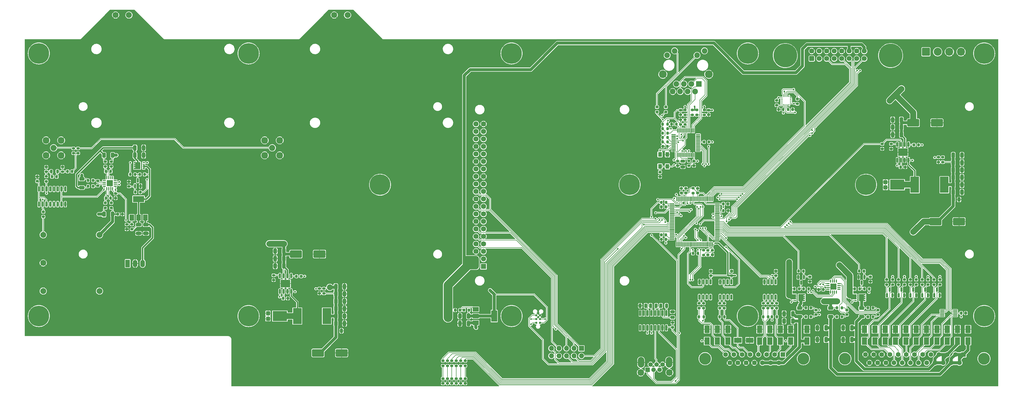
<source format=gbr>
%TF.GenerationSoftware,KiCad,Pcbnew,6.0.2+dfsg-1*%
%TF.CreationDate,2024-06-08T22:33:11+02:00*%
%TF.ProjectId,seatel,73656174-656c-42e6-9b69-6361645f7063,rev?*%
%TF.SameCoordinates,Original*%
%TF.FileFunction,Copper,L1,Top*%
%TF.FilePolarity,Positive*%
%FSLAX46Y46*%
G04 Gerber Fmt 4.6, Leading zero omitted, Abs format (unit mm)*
G04 Created by KiCad (PCBNEW 6.0.2+dfsg-1) date 2024-06-08 22:33:11*
%MOMM*%
%LPD*%
G01*
G04 APERTURE LIST*
G04 Aperture macros list*
%AMRoundRect*
0 Rectangle with rounded corners*
0 $1 Rounding radius*
0 $2 $3 $4 $5 $6 $7 $8 $9 X,Y pos of 4 corners*
0 Add a 4 corners polygon primitive as box body*
4,1,4,$2,$3,$4,$5,$6,$7,$8,$9,$2,$3,0*
0 Add four circle primitives for the rounded corners*
1,1,$1+$1,$2,$3*
1,1,$1+$1,$4,$5*
1,1,$1+$1,$6,$7*
1,1,$1+$1,$8,$9*
0 Add four rect primitives between the rounded corners*
20,1,$1+$1,$2,$3,$4,$5,0*
20,1,$1+$1,$4,$5,$6,$7,0*
20,1,$1+$1,$6,$7,$8,$9,0*
20,1,$1+$1,$8,$9,$2,$3,0*%
%AMFreePoly0*
4,1,17,1.395000,0.765000,0.855000,0.765000,0.855000,0.535000,1.395000,0.535000,1.395000,0.115000,0.855000,0.115000,0.855000,-0.115000,1.395000,-0.115000,1.395000,-0.535000,0.855000,-0.535000,0.855000,-0.765000,1.395000,-0.765000,1.395000,-1.185000,-0.855000,-1.185000,-0.855000,1.185000,1.395000,1.185000,1.395000,0.765000,1.395000,0.765000,$1*%
G04 Aperture macros list end*
%TA.AperFunction,ComponentPad*%
%ADD10R,1.700000X1.700000*%
%TD*%
%TA.AperFunction,ComponentPad*%
%ADD11O,1.700000X1.700000*%
%TD*%
%TA.AperFunction,SMDPad,CuDef*%
%ADD12RoundRect,0.200000X0.200000X0.275000X-0.200000X0.275000X-0.200000X-0.275000X0.200000X-0.275000X0*%
%TD*%
%TA.AperFunction,ComponentPad*%
%ADD13C,7.000000*%
%TD*%
%TA.AperFunction,SMDPad,CuDef*%
%ADD14RoundRect,0.225000X0.225000X0.250000X-0.225000X0.250000X-0.225000X-0.250000X0.225000X-0.250000X0*%
%TD*%
%TA.AperFunction,SMDPad,CuDef*%
%ADD15R,1.800000X2.500000*%
%TD*%
%TA.AperFunction,ComponentPad*%
%ADD16C,2.000000*%
%TD*%
%TA.AperFunction,SMDPad,CuDef*%
%ADD17RoundRect,0.150000X0.150000X-0.587500X0.150000X0.587500X-0.150000X0.587500X-0.150000X-0.587500X0*%
%TD*%
%TA.AperFunction,SMDPad,CuDef*%
%ADD18RoundRect,0.250000X-0.312500X-0.625000X0.312500X-0.625000X0.312500X0.625000X-0.312500X0.625000X0*%
%TD*%
%TA.AperFunction,SMDPad,CuDef*%
%ADD19RoundRect,0.250000X-0.250000X-0.475000X0.250000X-0.475000X0.250000X0.475000X-0.250000X0.475000X0*%
%TD*%
%TA.AperFunction,SMDPad,CuDef*%
%ADD20RoundRect,0.218750X0.256250X-0.218750X0.256250X0.218750X-0.256250X0.218750X-0.256250X-0.218750X0*%
%TD*%
%TA.AperFunction,SMDPad,CuDef*%
%ADD21RoundRect,0.200000X-0.200000X-0.275000X0.200000X-0.275000X0.200000X0.275000X-0.200000X0.275000X0*%
%TD*%
%TA.AperFunction,SMDPad,CuDef*%
%ADD22RoundRect,0.200000X-0.275000X0.200000X-0.275000X-0.200000X0.275000X-0.200000X0.275000X0.200000X0*%
%TD*%
%TA.AperFunction,SMDPad,CuDef*%
%ADD23RoundRect,0.250000X0.625000X-0.312500X0.625000X0.312500X-0.625000X0.312500X-0.625000X-0.312500X0*%
%TD*%
%TA.AperFunction,SMDPad,CuDef*%
%ADD24RoundRect,0.225000X0.250000X-0.225000X0.250000X0.225000X-0.250000X0.225000X-0.250000X-0.225000X0*%
%TD*%
%TA.AperFunction,SMDPad,CuDef*%
%ADD25RoundRect,0.200000X0.275000X-0.200000X0.275000X0.200000X-0.275000X0.200000X-0.275000X-0.200000X0*%
%TD*%
%TA.AperFunction,SMDPad,CuDef*%
%ADD26RoundRect,0.225000X-0.225000X-0.250000X0.225000X-0.250000X0.225000X0.250000X-0.225000X0.250000X0*%
%TD*%
%TA.AperFunction,SMDPad,CuDef*%
%ADD27RoundRect,0.150000X-0.150000X0.725000X-0.150000X-0.725000X0.150000X-0.725000X0.150000X0.725000X0*%
%TD*%
%TA.AperFunction,SMDPad,CuDef*%
%ADD28RoundRect,0.087500X-0.425000X-0.087500X0.425000X-0.087500X0.425000X0.087500X-0.425000X0.087500X0*%
%TD*%
%TA.AperFunction,SMDPad,CuDef*%
%ADD29RoundRect,0.087500X-0.087500X-0.425000X0.087500X-0.425000X0.087500X0.425000X-0.087500X0.425000X0*%
%TD*%
%TA.AperFunction,SMDPad,CuDef*%
%ADD30R,2.100000X2.100000*%
%TD*%
%TA.AperFunction,ComponentPad*%
%ADD31C,2.200000*%
%TD*%
%TA.AperFunction,ComponentPad*%
%ADD32O,2.200000X3.600000*%
%TD*%
%TA.AperFunction,ComponentPad*%
%ADD33C,1.500000*%
%TD*%
%TA.AperFunction,ComponentPad*%
%ADD34R,1.500000X1.500000*%
%TD*%
%TA.AperFunction,SMDPad,CuDef*%
%ADD35RoundRect,0.250000X0.325000X0.650000X-0.325000X0.650000X-0.325000X-0.650000X0.325000X-0.650000X0*%
%TD*%
%TA.AperFunction,SMDPad,CuDef*%
%ADD36RoundRect,0.250000X-0.325000X-0.650000X0.325000X-0.650000X0.325000X0.650000X-0.325000X0.650000X0*%
%TD*%
%TA.AperFunction,SMDPad,CuDef*%
%ADD37RoundRect,0.225000X-0.250000X0.225000X-0.250000X-0.225000X0.250000X-0.225000X0.250000X0.225000X0*%
%TD*%
%TA.AperFunction,SMDPad,CuDef*%
%ADD38R,4.860000X3.360000*%
%TD*%
%TA.AperFunction,SMDPad,CuDef*%
%ADD39R,1.400000X1.400000*%
%TD*%
%TA.AperFunction,SMDPad,CuDef*%
%ADD40R,1.300000X1.600000*%
%TD*%
%TA.AperFunction,SMDPad,CuDef*%
%ADD41R,0.700000X0.420000*%
%TD*%
%TA.AperFunction,SMDPad,CuDef*%
%ADD42FreePoly0,0.000000*%
%TD*%
%TA.AperFunction,SMDPad,CuDef*%
%ADD43RoundRect,0.250000X0.250000X0.475000X-0.250000X0.475000X-0.250000X-0.475000X0.250000X-0.475000X0*%
%TD*%
%TA.AperFunction,SMDPad,CuDef*%
%ADD44RoundRect,0.250000X-0.475000X0.250000X-0.475000X-0.250000X0.475000X-0.250000X0.475000X0.250000X0*%
%TD*%
%TA.AperFunction,ComponentPad*%
%ADD45C,4.000000*%
%TD*%
%TA.AperFunction,ComponentPad*%
%ADD46R,1.600000X1.600000*%
%TD*%
%TA.AperFunction,ComponentPad*%
%ADD47C,1.600000*%
%TD*%
%TA.AperFunction,SMDPad,CuDef*%
%ADD48RoundRect,0.150000X-0.150000X0.587500X-0.150000X-0.587500X0.150000X-0.587500X0.150000X0.587500X0*%
%TD*%
%TA.AperFunction,SMDPad,CuDef*%
%ADD49RoundRect,0.250000X0.475000X-0.250000X0.475000X0.250000X-0.475000X0.250000X-0.475000X-0.250000X0*%
%TD*%
%TA.AperFunction,ComponentPad*%
%ADD50RoundRect,0.250000X0.600000X-0.600000X0.600000X0.600000X-0.600000X0.600000X-0.600000X-0.600000X0*%
%TD*%
%TA.AperFunction,ComponentPad*%
%ADD51C,1.700000*%
%TD*%
%TA.AperFunction,ComponentPad*%
%ADD52C,8.000000*%
%TD*%
%TA.AperFunction,SMDPad,CuDef*%
%ADD53R,2.500000X1.800000*%
%TD*%
%TA.AperFunction,ComponentPad*%
%ADD54R,1.500000X2.500000*%
%TD*%
%TA.AperFunction,ComponentPad*%
%ADD55O,1.500000X2.500000*%
%TD*%
%TA.AperFunction,SMDPad,CuDef*%
%ADD56R,2.900680X5.400040*%
%TD*%
%TA.AperFunction,ConnectorPad*%
%ADD57C,0.787400*%
%TD*%
%TA.AperFunction,SMDPad,CuDef*%
%ADD58RoundRect,0.087500X0.087500X-0.425000X0.087500X0.425000X-0.087500X0.425000X-0.087500X-0.425000X0*%
%TD*%
%TA.AperFunction,SMDPad,CuDef*%
%ADD59RoundRect,0.087500X0.425000X-0.087500X0.425000X0.087500X-0.425000X0.087500X-0.425000X-0.087500X0*%
%TD*%
%TA.AperFunction,SMDPad,CuDef*%
%ADD60RoundRect,0.150000X0.150000X-0.725000X0.150000X0.725000X-0.150000X0.725000X-0.150000X-0.725000X0*%
%TD*%
%TA.AperFunction,SMDPad,CuDef*%
%ADD61RoundRect,0.250000X-1.750000X-1.000000X1.750000X-1.000000X1.750000X1.000000X-1.750000X1.000000X0*%
%TD*%
%TA.AperFunction,ComponentPad*%
%ADD62C,2.050000*%
%TD*%
%TA.AperFunction,ComponentPad*%
%ADD63C,2.250000*%
%TD*%
%TA.AperFunction,ComponentPad*%
%ADD64RoundRect,0.250001X-1.099999X-1.099999X1.099999X-1.099999X1.099999X1.099999X-1.099999X1.099999X0*%
%TD*%
%TA.AperFunction,ComponentPad*%
%ADD65C,2.700000*%
%TD*%
%TA.AperFunction,SMDPad,CuDef*%
%ADD66RoundRect,0.075000X-0.650000X-0.075000X0.650000X-0.075000X0.650000X0.075000X-0.650000X0.075000X0*%
%TD*%
%TA.AperFunction,SMDPad,CuDef*%
%ADD67R,1.500000X2.000000*%
%TD*%
%TA.AperFunction,SMDPad,CuDef*%
%ADD68R,3.800000X2.000000*%
%TD*%
%TA.AperFunction,SMDPad,CuDef*%
%ADD69RoundRect,0.150000X-0.150000X0.825000X-0.150000X-0.825000X0.150000X-0.825000X0.150000X0.825000X0*%
%TD*%
%TA.AperFunction,SMDPad,CuDef*%
%ADD70RoundRect,0.150000X-0.150000X0.662500X-0.150000X-0.662500X0.150000X-0.662500X0.150000X0.662500X0*%
%TD*%
%TA.AperFunction,ComponentPad*%
%ADD71C,0.500000*%
%TD*%
%TA.AperFunction,SMDPad,CuDef*%
%ADD72R,3.200000X2.514000*%
%TD*%
%TA.AperFunction,ComponentPad*%
%ADD73R,1.750000X1.750000*%
%TD*%
%TA.AperFunction,ComponentPad*%
%ADD74C,1.750000*%
%TD*%
%TA.AperFunction,ComponentPad*%
%ADD75C,2.600000*%
%TD*%
%TA.AperFunction,ComponentPad*%
%ADD76C,1.890000*%
%TD*%
%TA.AperFunction,ComponentPad*%
%ADD77R,1.900000X1.900000*%
%TD*%
%TA.AperFunction,ComponentPad*%
%ADD78C,1.900000*%
%TD*%
%TA.AperFunction,SMDPad,CuDef*%
%ADD79RoundRect,0.075000X-0.075000X0.725000X-0.075000X-0.725000X0.075000X-0.725000X0.075000X0.725000X0*%
%TD*%
%TA.AperFunction,SMDPad,CuDef*%
%ADD80RoundRect,0.075000X-0.725000X0.075000X-0.725000X-0.075000X0.725000X-0.075000X0.725000X0.075000X0*%
%TD*%
%TA.AperFunction,SMDPad,CuDef*%
%ADD81RoundRect,0.250000X-0.650000X0.325000X-0.650000X-0.325000X0.650000X-0.325000X0.650000X0.325000X0*%
%TD*%
%TA.AperFunction,SMDPad,CuDef*%
%ADD82RoundRect,0.218750X-0.218750X-0.381250X0.218750X-0.381250X0.218750X0.381250X-0.218750X0.381250X0*%
%TD*%
%TA.AperFunction,SMDPad,CuDef*%
%ADD83R,2.000000X1.500000*%
%TD*%
%TA.AperFunction,SMDPad,CuDef*%
%ADD84R,2.000000X3.800000*%
%TD*%
%TA.AperFunction,SMDPad,CuDef*%
%ADD85RoundRect,0.075000X0.662500X0.075000X-0.662500X0.075000X-0.662500X-0.075000X0.662500X-0.075000X0*%
%TD*%
%TA.AperFunction,SMDPad,CuDef*%
%ADD86RoundRect,0.075000X0.075000X0.662500X-0.075000X0.662500X-0.075000X-0.662500X0.075000X-0.662500X0*%
%TD*%
%TA.AperFunction,SMDPad,CuDef*%
%ADD87FreePoly0,180.000000*%
%TD*%
%TA.AperFunction,SMDPad,CuDef*%
%ADD88RoundRect,0.050000X-0.225000X-0.050000X0.225000X-0.050000X0.225000X0.050000X-0.225000X0.050000X0*%
%TD*%
%TA.AperFunction,SMDPad,CuDef*%
%ADD89RoundRect,0.050000X0.050000X-0.225000X0.050000X0.225000X-0.050000X0.225000X-0.050000X-0.225000X0*%
%TD*%
%TA.AperFunction,ViaPad*%
%ADD90C,0.600000*%
%TD*%
%TA.AperFunction,ViaPad*%
%ADD91C,2.000000*%
%TD*%
%TA.AperFunction,ViaPad*%
%ADD92C,1.000000*%
%TD*%
%TA.AperFunction,Conductor*%
%ADD93C,0.200000*%
%TD*%
%TA.AperFunction,Conductor*%
%ADD94C,1.000000*%
%TD*%
%TA.AperFunction,Conductor*%
%ADD95C,0.400000*%
%TD*%
%TA.AperFunction,Conductor*%
%ADD96C,2.000000*%
%TD*%
%TA.AperFunction,Conductor*%
%ADD97C,0.500000*%
%TD*%
%TA.AperFunction,Conductor*%
%ADD98C,3.000000*%
%TD*%
G04 APERTURE END LIST*
D10*
%TO.P,J6,1,Pin_1*%
%TO.N,Net-(J3-Pad22)*%
X238675000Y-186950000D03*
D11*
%TO.P,J6,2,Pin_2*%
%TO.N,/SWCLK*%
X238675000Y-189490000D03*
%TO.P,J6,3,Pin_3*%
%TO.N,Net-(J3-Pad18)*%
X236135000Y-186950000D03*
%TO.P,J6,4,Pin_4*%
%TO.N,/SWDIO*%
X236135000Y-189490000D03*
%TO.P,J6,5,Pin_5*%
%TO.N,Net-(J3-Pad12)*%
X233595000Y-186950000D03*
%TO.P,J6,6,Pin_6*%
%TO.N,/NRST*%
X233595000Y-189490000D03*
%TO.P,J6,7,Pin_7*%
%TO.N,Net-(J3-Pad8)*%
X231055000Y-186950000D03*
%TO.P,J6,8,Pin_8*%
%TO.N,/GPS_TXD*%
X231055000Y-189490000D03*
%TO.P,J6,9,Pin_9*%
%TO.N,/STM_GPS_TXD*%
X228515000Y-186950000D03*
%TO.P,J6,10,Pin_10*%
%TO.N,/GPS_TXD*%
X228515000Y-189490000D03*
%TD*%
D12*
%TO.P,R73,1*%
%TO.N,GND*%
X288325000Y-140250000D03*
%TO.P,R73,2*%
%TO.N,/BOOT0*%
X286675000Y-140250000D03*
%TD*%
D13*
%TO.P,H5,1,1*%
%TO.N,unconnected-(H5-Pad1)*%
X375000000Y-176000000D03*
%TD*%
D12*
%TO.P,R84,1*%
%TO.N,Net-(Q7-Pad3)*%
X332825000Y-166750000D03*
%TO.P,R84,2*%
%TO.N,+24V*%
X331175000Y-166750000D03*
%TD*%
D14*
%TO.P,C35,1*%
%TO.N,+3V3*%
X320525000Y-167000000D03*
%TO.P,C35,2*%
%TO.N,GND*%
X318975000Y-167000000D03*
%TD*%
D15*
%TO.P,D8,1,K*%
%TO.N,/ADC1*%
X359000000Y-184500000D03*
%TO.P,D8,2,A*%
%TO.N,GND*%
X359000000Y-180500000D03*
%TD*%
D16*
%TO.P,J1,1,Pin_1*%
%TO.N,Net-(J1-Pad1)*%
X159500000Y-74000000D03*
%TO.P,J1,2,Pin_2*%
%TO.N,GND*%
X155000000Y-74000000D03*
%TD*%
D17*
%TO.P,Q4,1,G*%
%TO.N,Net-(Q4-Pad1)*%
X346050000Y-168937500D03*
%TO.P,Q4,2,S*%
%TO.N,GND*%
X347950000Y-168937500D03*
%TO.P,Q4,3,D*%
%TO.N,/OUT3*%
X347000000Y-167062500D03*
%TD*%
D18*
%TO.P,R52,1*%
%TO.N,/Driver 4 +12V/OUT*%
X77037500Y-121500000D03*
%TO.P,R52,2*%
%TO.N,Net-(J1-Pad1)*%
X79962500Y-121500000D03*
%TD*%
D19*
%TO.P,C42,1*%
%TO.N,+5V*%
X155550000Y-181000000D03*
%TO.P,C42,2*%
%TO.N,GND*%
X157450000Y-181000000D03*
%TD*%
D20*
%TO.P,D27,1,K*%
%TO.N,GND*%
X197800000Y-198787500D03*
%TO.P,D27,2,A*%
%TO.N,Net-(D27-Pad2)*%
X197800000Y-197212500D03*
%TD*%
D14*
%TO.P,C62,1*%
%TO.N,+3V3*%
X306975000Y-106000000D03*
%TO.P,C62,2*%
%TO.N,GND*%
X305425000Y-106000000D03*
%TD*%
D12*
%TO.P,R66,1*%
%TO.N,Net-(IC16-Pad20)*%
X267825000Y-112500000D03*
%TO.P,R66,2*%
%TO.N,+3V3*%
X266175000Y-112500000D03*
%TD*%
D21*
%TO.P,R10,1*%
%TO.N,/MDE_SCK_Y*%
X300175000Y-176250000D03*
%TO.P,R10,2*%
%TO.N,/MDE_SCK_Z*%
X301825000Y-176250000D03*
%TD*%
D17*
%TO.P,Q5,1,G*%
%TO.N,Net-(Q5-Pad1)*%
X342050000Y-168937500D03*
%TO.P,Q5,2,S*%
%TO.N,GND*%
X343950000Y-168937500D03*
%TO.P,Q5,3,D*%
%TO.N,/OUT4*%
X343000000Y-167062500D03*
%TD*%
D22*
%TO.P,R90,1*%
%TO.N,GND*%
X85500000Y-130425000D03*
%TO.P,R90,2*%
%TO.N,Net-(Q11-Pad1)*%
X85500000Y-132075000D03*
%TD*%
D15*
%TO.P,D14,1,K*%
%TO.N,/MDE_CS_Z*%
X281200000Y-184500000D03*
%TO.P,D14,2,A*%
%TO.N,GND*%
X281200000Y-180500000D03*
%TD*%
D22*
%TO.P,R93,1*%
%TO.N,+3V3*%
X304750000Y-102925000D03*
%TO.P,R93,2*%
%TO.N,Net-(IC15-Pad7)*%
X304750000Y-104575000D03*
%TD*%
D23*
%TO.P,R17,1*%
%TO.N,Net-(C10-Pad1)*%
X323000000Y-176212500D03*
%TO.P,R17,2*%
%TO.N,/5V_EXT*%
X323000000Y-173287500D03*
%TD*%
D15*
%TO.P,D5,1,K*%
%TO.N,/MDE_MISO_B*%
X309500000Y-184500000D03*
%TO.P,D5,2,A*%
%TO.N,GND*%
X309500000Y-180500000D03*
%TD*%
D24*
%TO.P,C12,1*%
%TO.N,/BUS_24V-*%
X339000000Y-175525000D03*
%TO.P,C12,2*%
%TO.N,/BUS_24V+*%
X339000000Y-173975000D03*
%TD*%
D25*
%TO.P,R82,1*%
%TO.N,GND*%
X336500000Y-164325000D03*
%TO.P,R82,2*%
%TO.N,Net-(Q7-Pad1)*%
X336500000Y-162675000D03*
%TD*%
%TO.P,R64,1*%
%TO.N,Net-(IC16-Pad28)*%
X267250000Y-106825000D03*
%TO.P,R64,2*%
%TO.N,/LED_LINK*%
X267250000Y-105175000D03*
%TD*%
D26*
%TO.P,C19,1*%
%TO.N,/OCXO-*%
X77725000Y-136000000D03*
%TO.P,C19,2*%
%TO.N,/OCXO+*%
X79275000Y-136000000D03*
%TD*%
D14*
%TO.P,C73,1*%
%TO.N,Net-(C73-Pad1)*%
X267275000Y-148500000D03*
%TO.P,C73,2*%
%TO.N,GND*%
X265725000Y-148500000D03*
%TD*%
D26*
%TO.P,C11,1*%
%TO.N,+5V*%
X367225000Y-175000000D03*
%TO.P,C11,2*%
%TO.N,GND*%
X368775000Y-175000000D03*
%TD*%
D27*
%TO.P,IC3,1,VCC*%
%TO.N,+3V3*%
X304405000Y-164425000D03*
%TO.P,IC3,2,RO*%
%TO.N,/MDE_MISO*%
X303135000Y-164425000D03*
%TO.P,IC3,3,DI*%
%TO.N,/MDE_SCK*%
X301865000Y-164425000D03*
%TO.P,IC3,4,GND*%
%TO.N,GND*%
X300595000Y-164425000D03*
%TO.P,IC3,5,Y*%
%TO.N,Net-(IC3-Pad5)*%
X300595000Y-169575000D03*
%TO.P,IC3,6,Z*%
%TO.N,Net-(IC3-Pad6)*%
X301865000Y-169575000D03*
%TO.P,IC3,7,B*%
%TO.N,Net-(IC3-Pad7)*%
X303135000Y-169575000D03*
%TO.P,IC3,8,A*%
%TO.N,Net-(IC3-Pad8)*%
X304405000Y-169575000D03*
%TD*%
D24*
%TO.P,C14,1*%
%TO.N,+5V*%
X269500000Y-179775000D03*
%TO.P,C14,2*%
%TO.N,GND*%
X269500000Y-178225000D03*
%TD*%
D28*
%TO.P,IC13,1,IN-3*%
%TO.N,/MDE-*%
X322137500Y-165025000D03*
%TO.P,IC13,2,IN+3*%
%TO.N,/MDE+*%
X322137500Y-165675000D03*
%TO.P,IC13,3,GND*%
%TO.N,GND*%
X322137500Y-166325000D03*
%TO.P,IC13,4,VS*%
%TO.N,+3V3*%
X322137500Y-166975000D03*
D29*
%TO.P,IC13,5,A0*%
%TO.N,GND*%
X323025000Y-167862500D03*
%TO.P,IC13,6,SCL*%
%TO.N,/INA_SCL*%
X323675000Y-167862500D03*
%TO.P,IC13,7,SDA*%
%TO.N,/INA_SDA*%
X324325000Y-167862500D03*
%TO.P,IC13,8,WARNING*%
%TO.N,unconnected-(IC13-Pad8)*%
X324975000Y-167862500D03*
D28*
%TO.P,IC13,9,CRITICAL*%
%TO.N,unconnected-(IC13-Pad9)*%
X325862500Y-166975000D03*
%TO.P,IC13,10,PV*%
%TO.N,unconnected-(IC13-Pad10)*%
X325862500Y-166325000D03*
%TO.P,IC13,11,IN-1*%
%TO.N,/BUS_5V-*%
X325862500Y-165675000D03*
%TO.P,IC13,12,IN+1*%
%TO.N,/BUS_5V+*%
X325862500Y-165025000D03*
D29*
%TO.P,IC13,13,TC*%
%TO.N,unconnected-(IC13-Pad13)*%
X324975000Y-164137500D03*
%TO.P,IC13,14,IN-2*%
%TO.N,/BUS_24V-*%
X324325000Y-164137500D03*
%TO.P,IC13,15,IN+2*%
%TO.N,/BUS_24V+*%
X323675000Y-164137500D03*
%TO.P,IC13,16,VPU*%
%TO.N,+3V3*%
X323025000Y-164137500D03*
D30*
%TO.P,IC13,17,EP*%
%TO.N,GND*%
X324000000Y-166000000D03*
%TD*%
D20*
%TO.P,D28,2,A*%
%TO.N,Net-(D28-Pad2)*%
X199300000Y-197212500D03*
%TO.P,D28,1,K*%
%TO.N,GND*%
X199300000Y-198787500D03*
%TD*%
D31*
%TO.P,J8,SH*%
%TO.N,GND*%
X268450000Y-195150000D03*
D32*
X258850000Y-191700000D03*
X268350000Y-191700000D03*
D31*
X258750000Y-195150000D03*
D33*
%TO.P,J8,6*%
X266150000Y-192400000D03*
%TO.P,J8,5*%
%TO.N,+5V*%
X265150000Y-194200000D03*
%TO.P,J8,4*%
%TO.N,Net-(IC2-Pad13)*%
X264100000Y-192400000D03*
%TO.P,J8,3*%
%TO.N,Net-(IC2-Pad14)*%
X263100000Y-194200000D03*
%TO.P,J8,2*%
%TO.N,GND*%
X262050000Y-192400000D03*
D34*
%TO.P,J8,1*%
%TO.N,Net-(J8-Pad1)*%
X261050000Y-194200000D03*
%TD*%
D22*
%TO.P,R31,1*%
%TO.N,/OCXO+*%
X79500000Y-137675000D03*
%TO.P,R31,2*%
%TO.N,Net-(C24-Pad1)*%
X79500000Y-139325000D03*
%TD*%
D35*
%TO.P,C26,1*%
%TO.N,+24V*%
X137975000Y-156500000D03*
%TO.P,C26,2*%
%TO.N,GND*%
X135025000Y-156500000D03*
%TD*%
%TO.P,C29,1*%
%TO.N,+24V*%
X137975000Y-159000000D03*
%TO.P,C29,2*%
%TO.N,GND*%
X135025000Y-159000000D03*
%TD*%
%TO.P,C25,1*%
%TO.N,+24V*%
X346975000Y-112000000D03*
%TO.P,C25,2*%
%TO.N,GND*%
X344025000Y-112000000D03*
%TD*%
D22*
%TO.P,R36,1*%
%TO.N,Net-(IC17-Pad45)*%
X199300000Y-191175000D03*
%TO.P,R36,2*%
%TO.N,Net-(D28-Pad2)*%
X199300000Y-192825000D03*
%TD*%
D35*
%TO.P,C7,1*%
%TO.N,Net-(C7-Pad1)*%
X330225000Y-180000000D03*
%TO.P,C7,2*%
%TO.N,GND*%
X327275000Y-180000000D03*
%TD*%
D13*
%TO.P,H2,1,1*%
%TO.N,unconnected-(H2-Pad1)*%
X126000000Y-176000000D03*
%TD*%
D12*
%TO.P,R1,1*%
%TO.N,/MDE+*%
X316325000Y-173250000D03*
%TO.P,R1,2*%
%TO.N,/MDE Switch/OUT*%
X314675000Y-173250000D03*
%TD*%
%TO.P,R34,1*%
%TO.N,Net-(IC6-Pad1)*%
X197575000Y-174000000D03*
%TO.P,R34,2*%
%TO.N,GND*%
X195925000Y-174000000D03*
%TD*%
D36*
%TO.P,C55,1*%
%TO.N,/5V_EXT*%
X364525000Y-124000000D03*
%TO.P,C55,2*%
%TO.N,GND*%
X367475000Y-124000000D03*
%TD*%
D16*
%TO.P,IC7,1,RF-Out*%
%TO.N,Net-(IC7-Pad1)*%
X56475000Y-148475000D03*
%TO.P,IC7,2,GND*%
%TO.N,GND*%
X56475000Y-158000000D03*
%TO.P,IC7,3,Vc*%
%TO.N,/DAC_OCXO*%
X56475000Y-167525000D03*
%TO.P,IC7,4,Vref*%
%TO.N,unconnected-(IC7-Pad4)*%
X75525000Y-167525000D03*
%TO.P,IC7,5,Vcc*%
%TO.N,Net-(C24-Pad1)*%
X75525000Y-148475000D03*
%TD*%
D37*
%TO.P,C72,1*%
%TO.N,+3V3*%
X281750000Y-106225000D03*
%TO.P,C72,2*%
%TO.N,GND*%
X281750000Y-107775000D03*
%TD*%
D22*
%TO.P,R62,1*%
%TO.N,+3V3*%
X276500000Y-132675000D03*
%TO.P,R62,2*%
%TO.N,/NRST*%
X276500000Y-134325000D03*
%TD*%
D38*
%TO.P,D22,1,K*%
%TO.N,Net-(C37-Pad1)*%
X136582000Y-176000000D03*
D39*
%TO.P,D22,2,A*%
%TO.N,GND*%
X132600000Y-176920000D03*
X132600000Y-175080000D03*
%TD*%
D20*
%TO.P,D25,1,K*%
%TO.N,GND*%
X194800000Y-198787500D03*
%TO.P,D25,2,A*%
%TO.N,Net-(D25-Pad2)*%
X194800000Y-197212500D03*
%TD*%
D25*
%TO.P,R49,1*%
%TO.N,/LNA1+*%
X77500000Y-125325000D03*
%TO.P,R49,2*%
%TO.N,/Driver 4 +12V/OUT*%
X77500000Y-123675000D03*
%TD*%
%TO.P,R25,1*%
%TO.N,Net-(Q1-Pad1)*%
X358000000Y-165325000D03*
%TO.P,R25,2*%
%TO.N,/OUT0_CTRL*%
X358000000Y-163675000D03*
%TD*%
D40*
%TO.P,X1,1,VC*%
%TO.N,+3V3*%
X267750000Y-125300000D03*
%TO.P,X1,2,GND*%
%TO.N,GND*%
X267750000Y-121200000D03*
%TO.P,X1,3,OUT*%
%TO.N,/ETH_OSC*%
X265250000Y-121200000D03*
%TO.P,X1,4,VDD*%
%TO.N,+3V3*%
X265250000Y-125300000D03*
%TD*%
D35*
%TO.P,C9,1*%
%TO.N,Net-(C10-Pad1)*%
X321475000Y-180000000D03*
%TO.P,C9,2*%
%TO.N,GND*%
X318525000Y-180000000D03*
%TD*%
D41*
%TO.P,Q8,1,S*%
%TO.N,+24V*%
X311000000Y-168775000D03*
%TO.P,Q8,2,S*%
X311000000Y-169425000D03*
%TO.P,Q8,3,S*%
X311000000Y-170075000D03*
%TO.P,Q8,4,G*%
%TO.N,Net-(Q8-Pad4)*%
X311000000Y-170725000D03*
D42*
%TO.P,Q8,5,D*%
%TO.N,/MDE Switch/OUT*%
X312955000Y-169750000D03*
%TD*%
D21*
%TO.P,R80,1*%
%TO.N,+3V3*%
X276425000Y-154750000D03*
%TO.P,R80,2*%
%TO.N,/INA_SDA*%
X278075000Y-154750000D03*
%TD*%
D22*
%TO.P,R37,1*%
%TO.N,Net-(IC10-Pad4)*%
X343500000Y-117675000D03*
%TO.P,R37,2*%
%TO.N,GND*%
X343500000Y-119325000D03*
%TD*%
D43*
%TO.P,C6,1*%
%TO.N,Net-(C6-Pad1)*%
X260450000Y-172500000D03*
%TO.P,C6,2*%
%TO.N,GND*%
X258550000Y-172500000D03*
%TD*%
D36*
%TO.P,C58,1*%
%TO.N,+5V*%
X155525000Y-168500000D03*
%TO.P,C58,2*%
%TO.N,GND*%
X158475000Y-168500000D03*
%TD*%
D21*
%TO.P,R63,1*%
%TO.N,Net-(IC16-Pad7)*%
X280175000Y-117000000D03*
%TO.P,R63,2*%
%TO.N,+3V3*%
X281825000Y-117000000D03*
%TD*%
D37*
%TO.P,C64,1*%
%TO.N,+3V3*%
X276750000Y-123475000D03*
%TO.P,C64,2*%
%TO.N,GND*%
X276750000Y-125025000D03*
%TD*%
D44*
%TO.P,C70,1*%
%TO.N,/PFB*%
X273000000Y-123550000D03*
%TO.P,C70,2*%
%TO.N,GND*%
X273000000Y-125450000D03*
%TD*%
D25*
%TO.P,R42,1*%
%TO.N,Net-(Q5-Pad1)*%
X342000000Y-165325000D03*
%TO.P,R42,2*%
%TO.N,/OUT4_CTRL*%
X342000000Y-163675000D03*
%TD*%
D45*
%TO.P,J9,0,PAD*%
%TO.N,unconnected-(J9-Pad0)*%
X313830000Y-190439669D03*
X280530000Y-190439669D03*
D46*
%TO.P,J9,1,1*%
%TO.N,/MDE_MISO_B*%
X306875000Y-189019669D03*
D47*
%TO.P,J9,2,2*%
%TO.N,/MDE_MISO_A*%
X304105000Y-189019669D03*
%TO.P,J9,3,3*%
%TO.N,/MDE_SCK_Z*%
X301335000Y-189019669D03*
%TO.P,J9,4,4*%
%TO.N,/MDE_SCK_Y*%
X298565000Y-189019669D03*
%TO.P,J9,5,5*%
%TO.N,/MDE_MOSI_Z*%
X295795000Y-189019669D03*
%TO.P,J9,6,6*%
%TO.N,/MDE_MOSI_Y*%
X293025000Y-189019669D03*
%TO.P,J9,7,7*%
%TO.N,/MDE_CS_Y*%
X290255000Y-189019669D03*
%TO.P,J9,8,8*%
%TO.N,/MDE_CS_Z*%
X287485000Y-189019669D03*
%TO.P,J9,9,P9*%
%TO.N,Net-(C2-Pad1)*%
X305490000Y-191859669D03*
%TO.P,J9,10,P10*%
X302720000Y-191859669D03*
%TO.P,J9,11,P111*%
X299950000Y-191859669D03*
%TO.P,J9,12,P12*%
%TO.N,GND*%
X297180000Y-191859669D03*
%TO.P,J9,13,P13*%
X294410000Y-191859669D03*
%TO.P,J9,14,P14*%
X291640000Y-191859669D03*
%TO.P,J9,15,P15*%
X288870000Y-191859669D03*
%TD*%
D22*
%TO.P,R76,1*%
%TO.N,Net-(IC17-Pad42)*%
X194800000Y-191175000D03*
%TO.P,R76,2*%
%TO.N,Net-(D25-Pad2)*%
X194800000Y-192825000D03*
%TD*%
D25*
%TO.P,R59,1*%
%TO.N,+3V3*%
X275000000Y-125075000D03*
%TO.P,R59,2*%
%TO.N,Net-(IC16-Pad39)*%
X275000000Y-123425000D03*
%TD*%
D17*
%TO.P,Q2,1,G*%
%TO.N,Net-(Q2-Pad1)*%
X354050000Y-168937500D03*
%TO.P,Q2,2,S*%
%TO.N,GND*%
X355950000Y-168937500D03*
%TO.P,Q2,3,D*%
%TO.N,/OUT1*%
X355000000Y-167062500D03*
%TD*%
D12*
%TO.P,R61,1*%
%TO.N,/ETH_MDIO*%
X267825000Y-115500000D03*
%TO.P,R61,2*%
%TO.N,+3V3*%
X266175000Y-115500000D03*
%TD*%
D22*
%TO.P,R75,1*%
%TO.N,Net-(IC17-Pad41)*%
X193300000Y-191175000D03*
%TO.P,R75,2*%
%TO.N,Net-(D24-Pad2)*%
X193300000Y-192825000D03*
%TD*%
D48*
%TO.P,Q7,1,G*%
%TO.N,Net-(Q7-Pad1)*%
X334450000Y-162812500D03*
%TO.P,Q7,2,S*%
%TO.N,GND*%
X332550000Y-162812500D03*
%TO.P,Q7,3,D*%
%TO.N,Net-(Q7-Pad3)*%
X333500000Y-164687500D03*
%TD*%
D18*
%TO.P,R28,1*%
%TO.N,+5V*%
X77037500Y-141500000D03*
%TO.P,R28,2*%
%TO.N,Net-(C24-Pad1)*%
X79962500Y-141500000D03*
%TD*%
D49*
%TO.P,C5,1*%
%TO.N,Net-(C5-Pad1)*%
X269500000Y-176450000D03*
%TO.P,C5,2*%
%TO.N,GND*%
X269500000Y-174550000D03*
%TD*%
D22*
%TO.P,R78,1*%
%TO.N,Net-(IC17-Pad44)*%
X197800000Y-191175000D03*
%TO.P,R78,2*%
%TO.N,Net-(D27-Pad2)*%
X197800000Y-192825000D03*
%TD*%
D25*
%TO.P,R54,1*%
%TO.N,/LNA1-*%
X79500000Y-125325000D03*
%TO.P,R54,2*%
%TO.N,Net-(J1-Pad1)*%
X79500000Y-123675000D03*
%TD*%
D22*
%TO.P,R22,1*%
%TO.N,Net-(IC5-Pad6)*%
X280000000Y-171675000D03*
%TO.P,R22,2*%
%TO.N,/MDE_CS_Z*%
X280000000Y-173325000D03*
%TD*%
D20*
%TO.P,D24,1,K*%
%TO.N,GND*%
X193300000Y-198787500D03*
%TO.P,D24,2,A*%
%TO.N,Net-(D24-Pad2)*%
X193300000Y-197212500D03*
%TD*%
D14*
%TO.P,C30,1*%
%TO.N,GND*%
X348275000Y-125500000D03*
%TO.P,C30,2*%
%TO.N,Net-(C30-Pad2)*%
X346725000Y-125500000D03*
%TD*%
%TO.P,C36,1*%
%TO.N,Net-(C36-Pad1)*%
X352775000Y-118000000D03*
%TO.P,C36,2*%
%TO.N,Net-(C36-Pad2)*%
X351225000Y-118000000D03*
%TD*%
D22*
%TO.P,R27,1*%
%TO.N,/OCXO-*%
X77500000Y-137675000D03*
%TO.P,R27,2*%
%TO.N,+5V*%
X77500000Y-139325000D03*
%TD*%
D14*
%TO.P,C63,1*%
%TO.N,+3V3*%
X267775000Y-118500000D03*
%TO.P,C63,2*%
%TO.N,GND*%
X266225000Y-118500000D03*
%TD*%
D13*
%TO.P,H1,1,1*%
%TO.N,unconnected-(H1-Pad1)*%
X55000000Y-176000000D03*
%TD*%
D25*
%TO.P,R7,1*%
%TO.N,/MDE_MISO_A*%
X304750000Y-173325000D03*
%TO.P,R7,2*%
%TO.N,Net-(IC3-Pad8)*%
X304750000Y-171675000D03*
%TD*%
D13*
%TO.P,H8,1,1*%
%TO.N,unconnected-(H8-Pad1)*%
X335000000Y-131500000D03*
%TD*%
D25*
%TO.P,R65,1*%
%TO.N,Net-(IC16-Pad26)*%
X264250000Y-106825000D03*
%TO.P,R65,2*%
%TO.N,/LED_ACT*%
X264250000Y-105175000D03*
%TD*%
%TO.P,R40,1*%
%TO.N,/OUT4*%
X344000000Y-165325000D03*
%TO.P,R40,2*%
%TO.N,+5V*%
X344000000Y-163675000D03*
%TD*%
%TO.P,R58,1*%
%TO.N,Net-(C87-Pad2)*%
X68250000Y-120825000D03*
%TO.P,R58,2*%
%TO.N,Net-(J5-Pad1)*%
X68250000Y-119175000D03*
%TD*%
D22*
%TO.P,R43,1*%
%TO.N,Net-(IC9-Pad1)*%
X84750000Y-144925000D03*
%TO.P,R43,2*%
%TO.N,GND*%
X84750000Y-146575000D03*
%TD*%
D37*
%TO.P,C61,1*%
%TO.N,+3V3*%
X265250000Y-127225000D03*
%TO.P,C61,2*%
%TO.N,GND*%
X265250000Y-128775000D03*
%TD*%
D35*
%TO.P,C3,1*%
%TO.N,Net-(C2-Pad1)*%
X310225000Y-177700000D03*
%TO.P,C3,2*%
%TO.N,GND*%
X307275000Y-177700000D03*
%TD*%
D50*
%TO.P,J115,1,Pin_1*%
%TO.N,/IMU_SCK*%
X316610000Y-88752500D03*
D51*
%TO.P,J115,2,Pin_2*%
%TO.N,GND*%
X316610000Y-86212500D03*
%TO.P,J115,3,Pin_3*%
%TO.N,/IMU_MOSI*%
X319150000Y-88752500D03*
%TO.P,J115,4,Pin_4*%
%TO.N,+3V3*%
X319150000Y-86212500D03*
%TO.P,J115,5,Pin_5*%
%TO.N,/IMU_CS1*%
X321690000Y-88752500D03*
%TO.P,J115,6,Pin_6*%
%TO.N,GND*%
X321690000Y-86212500D03*
%TO.P,J115,7,Pin_7*%
%TO.N,/IMU_MISO*%
X324230000Y-88752500D03*
%TO.P,J115,8,Pin_8*%
%TO.N,+3V3*%
X324230000Y-86212500D03*
%TO.P,J115,9,Pin_9*%
%TO.N,/IMU_CS2*%
X326770000Y-88752500D03*
%TO.P,J115,10,Pin_10*%
%TO.N,GND*%
X326770000Y-86212500D03*
%TO.P,J115,11,Pin_11*%
%TO.N,/IMU_CS3*%
X329310000Y-88752500D03*
%TO.P,J115,12,Pin_12*%
%TO.N,+5V*%
X329310000Y-86212500D03*
%TO.P,J115,13,Pin_13*%
%TO.N,/IMU_EN*%
X331850000Y-88752500D03*
%TO.P,J115,14,Pin_14*%
%TO.N,GND*%
X331850000Y-86212500D03*
%TO.P,J115,15,Pin_15*%
%TO.N,/IMU_RES*%
X334390000Y-88752500D03*
%TO.P,J115,16,Pin_16*%
%TO.N,+5V*%
X334390000Y-86212500D03*
D52*
%TO.P,J115,MP*%
%TO.N,N/C*%
X307670000Y-87732500D03*
X343330000Y-87732500D03*
%TD*%
D14*
%TO.P,C80,1*%
%TO.N,+3V3*%
X267275000Y-139000000D03*
%TO.P,C80,2*%
%TO.N,GND*%
X265725000Y-139000000D03*
%TD*%
D13*
%TO.P,H10,1,1*%
%TO.N,unconnected-(H10-Pad1)*%
X126000000Y-87000000D03*
%TD*%
D53*
%TO.P,D11,1,K*%
%TO.N,/MDE_MOSI_Z*%
X291600000Y-184200000D03*
%TO.P,D11,2,A*%
%TO.N,GND*%
X295600000Y-184200000D03*
%TD*%
D19*
%TO.P,C41,1*%
%TO.N,/5V_EXT*%
X364600000Y-136500000D03*
%TO.P,C41,2*%
%TO.N,GND*%
X366500000Y-136500000D03*
%TD*%
D54*
%TO.P,IC8,1,Vin*%
%TO.N,+24V*%
X85067500Y-158182500D03*
D55*
%TO.P,IC8,2,GND*%
%TO.N,GND*%
X87607500Y-158182500D03*
%TO.P,IC8,3,Vout*%
%TO.N,Net-(C33-Pad1)*%
X90147500Y-158182500D03*
%TD*%
D14*
%TO.P,C31,1*%
%TO.N,GND*%
X139275000Y-170000000D03*
%TO.P,C31,2*%
%TO.N,Net-(C31-Pad2)*%
X137725000Y-170000000D03*
%TD*%
D37*
%TO.P,C69,1*%
%TO.N,/PFB*%
X271250000Y-123475000D03*
%TO.P,C69,2*%
%TO.N,GND*%
X271250000Y-125025000D03*
%TD*%
D24*
%TO.P,C15,1*%
%TO.N,+3V3*%
X304500000Y-162275000D03*
%TO.P,C15,2*%
%TO.N,GND*%
X304500000Y-160725000D03*
%TD*%
D15*
%TO.P,D13,1,K*%
%TO.N,/MDE_SCK_Y*%
X299000000Y-184500000D03*
%TO.P,D13,2,A*%
%TO.N,GND*%
X299000000Y-180500000D03*
%TD*%
D36*
%TO.P,C46,1*%
%TO.N,+5V*%
X155525000Y-176000000D03*
%TO.P,C46,2*%
%TO.N,GND*%
X158475000Y-176000000D03*
%TD*%
D21*
%TO.P,R92,1*%
%TO.N,Net-(Q11-Pad3)*%
X89175000Y-128000000D03*
%TO.P,R92,2*%
%TO.N,/Driver 4 +12V/IN*%
X90825000Y-128000000D03*
%TD*%
D12*
%TO.P,R50,1*%
%TO.N,/LNA2+*%
X73325000Y-132000000D03*
%TO.P,R50,2*%
%TO.N,/Driver 4 +12V/OUT*%
X71675000Y-132000000D03*
%TD*%
D36*
%TO.P,C45,1*%
%TO.N,/5V_EXT*%
X364525000Y-121500000D03*
%TO.P,C45,2*%
%TO.N,GND*%
X367475000Y-121500000D03*
%TD*%
D22*
%TO.P,R71,1*%
%TO.N,+3V3*%
X277750000Y-106175000D03*
%TO.P,R71,2*%
%TO.N,/RD+*%
X277750000Y-107825000D03*
%TD*%
%TO.P,R72,1*%
%TO.N,+3V3*%
X280250000Y-106175000D03*
%TO.P,R72,2*%
%TO.N,/RD-*%
X280250000Y-107825000D03*
%TD*%
D56*
%TO.P,L1,1,1*%
%TO.N,Net-(C36-Pad1)*%
X351498740Y-131500000D03*
%TO.P,L1,2,2*%
%TO.N,/5V_EXT*%
X361501260Y-131500000D03*
%TD*%
D12*
%TO.P,R83,1*%
%TO.N,Net-(Q6-Pad4)*%
X336075000Y-166750000D03*
%TO.P,R83,2*%
%TO.N,Net-(Q7-Pad3)*%
X334425000Y-166750000D03*
%TD*%
D26*
%TO.P,C24,1*%
%TO.N,Net-(C24-Pad1)*%
X81725000Y-141500000D03*
%TO.P,C24,2*%
%TO.N,GND*%
X83275000Y-141500000D03*
%TD*%
D13*
%TO.P,H6,1,1*%
%TO.N,unconnected-(H6-Pad1)*%
X170500000Y-131500000D03*
%TD*%
D21*
%TO.P,R85,1*%
%TO.N,/MDE_EN*%
X312175000Y-160750000D03*
%TO.P,R85,2*%
%TO.N,Net-(Q9-Pad1)*%
X313825000Y-160750000D03*
%TD*%
D57*
%TO.P,P1,1,Pin_1*%
%TO.N,+3V3*%
X224635000Y-178270000D03*
%TO.P,P1,2,Pin_2*%
%TO.N,/SWDIO*%
X223365000Y-178270000D03*
%TO.P,P1,3,Pin_3*%
%TO.N,/NRST*%
X224635000Y-177000000D03*
%TO.P,P1,4,Pin_4*%
%TO.N,/SWCLK*%
X223365000Y-177000000D03*
%TO.P,P1,5,Pin_5*%
%TO.N,GND*%
X224635000Y-175730000D03*
%TO.P,P1,6,Pin_6*%
%TO.N,/SWO*%
X223365000Y-175730000D03*
%TD*%
D58*
%TO.P,IC14,1,IN-3*%
%TO.N,/OCXO-*%
X78025000Y-132862500D03*
%TO.P,IC14,2,IN+3*%
%TO.N,/OCXO+*%
X78675000Y-132862500D03*
%TO.P,IC14,3,GND*%
%TO.N,GND*%
X79325000Y-132862500D03*
%TO.P,IC14,4,VS*%
%TO.N,+3V3*%
X79975000Y-132862500D03*
D59*
%TO.P,IC14,5,A0*%
X80862500Y-131975000D03*
%TO.P,IC14,6,SCL*%
%TO.N,/INA_SCL*%
X80862500Y-131325000D03*
%TO.P,IC14,7,SDA*%
%TO.N,/INA_SDA*%
X80862500Y-130675000D03*
%TO.P,IC14,8,WARNING*%
%TO.N,unconnected-(IC14-Pad8)*%
X80862500Y-130025000D03*
D58*
%TO.P,IC14,9,CRITICAL*%
%TO.N,unconnected-(IC14-Pad9)*%
X79975000Y-129137500D03*
%TO.P,IC14,10,PV*%
%TO.N,unconnected-(IC14-Pad10)*%
X79325000Y-129137500D03*
%TO.P,IC14,11,IN-1*%
%TO.N,/LNA1-*%
X78675000Y-129137500D03*
%TO.P,IC14,12,IN+1*%
%TO.N,/LNA1+*%
X78025000Y-129137500D03*
D59*
%TO.P,IC14,13,TC*%
%TO.N,unconnected-(IC14-Pad13)*%
X77137500Y-130025000D03*
%TO.P,IC14,14,IN-2*%
%TO.N,/LNA2-*%
X77137500Y-130675000D03*
%TO.P,IC14,15,IN+2*%
%TO.N,/LNA2+*%
X77137500Y-131325000D03*
%TO.P,IC14,16,VPU*%
%TO.N,+3V3*%
X77137500Y-131975000D03*
D30*
%TO.P,IC14,17,EP*%
%TO.N,GND*%
X79000000Y-131000000D03*
%TD*%
D36*
%TO.P,C56,1*%
%TO.N,+5V*%
X155525000Y-171000000D03*
%TO.P,C56,2*%
%TO.N,GND*%
X158475000Y-171000000D03*
%TD*%
D60*
%TO.P,IC12,1,~{MR}*%
%TO.N,+3V3*%
X55055000Y-138075000D03*
%TO.P,IC12,2,CP*%
%TO.N,/20MHZ*%
X56325000Y-138075000D03*
%TO.P,IC12,3,D0*%
%TO.N,+3V3*%
X57595000Y-138075000D03*
%TO.P,IC12,4,D1*%
X58865000Y-138075000D03*
%TO.P,IC12,5,D2*%
X60135000Y-138075000D03*
%TO.P,IC12,6,D3*%
X61405000Y-138075000D03*
%TO.P,IC12,7,CEP*%
X62675000Y-138075000D03*
%TO.P,IC12,8,GND*%
%TO.N,GND*%
X63945000Y-138075000D03*
%TO.P,IC12,9,~{PE}*%
%TO.N,+3V3*%
X63945000Y-132925000D03*
%TO.P,IC12,10,CET*%
X62675000Y-132925000D03*
%TO.P,IC12,11,Q3*%
%TO.N,unconnected-(IC12-Pad11)*%
X61405000Y-132925000D03*
%TO.P,IC12,12,Q2*%
%TO.N,unconnected-(IC12-Pad12)*%
X60135000Y-132925000D03*
%TO.P,IC12,13,Q1*%
%TO.N,unconnected-(IC12-Pad13)*%
X58865000Y-132925000D03*
%TO.P,IC12,14,Q0*%
%TO.N,/10MHZ*%
X57595000Y-132925000D03*
%TO.P,IC12,15,TC*%
%TO.N,unconnected-(IC12-Pad15)*%
X56325000Y-132925000D03*
%TO.P,IC12,16,VCC*%
%TO.N,+3V3*%
X55055000Y-132925000D03*
%TD*%
D38*
%TO.P,D21,1,K*%
%TO.N,Net-(C36-Pad1)*%
X345582000Y-131500000D03*
D39*
%TO.P,D21,2,A*%
%TO.N,GND*%
X341600000Y-132420000D03*
X341600000Y-130580000D03*
%TD*%
D12*
%TO.P,R19,1*%
%TO.N,/BUS_5V+*%
X326825000Y-173250000D03*
%TO.P,R19,2*%
%TO.N,/5V_EXT*%
X325175000Y-173250000D03*
%TD*%
D17*
%TO.P,Q3,1,G*%
%TO.N,Net-(Q3-Pad1)*%
X350050000Y-168937500D03*
%TO.P,Q3,2,S*%
%TO.N,GND*%
X351950000Y-168937500D03*
%TO.P,Q3,3,D*%
%TO.N,/OUT2*%
X351000000Y-167062500D03*
%TD*%
D12*
%TO.P,R89,1*%
%TO.N,/DRV_LNA_EN*%
X89325000Y-134000000D03*
%TO.P,R89,2*%
%TO.N,Net-(Q11-Pad1)*%
X87675000Y-134000000D03*
%TD*%
D22*
%TO.P,R47,1*%
%TO.N,Net-(IC11-Pad5)*%
X151500000Y-166675000D03*
%TO.P,R47,2*%
%TO.N,+5V*%
X151500000Y-168325000D03*
%TD*%
D13*
%TO.P,H12,1,1*%
%TO.N,unconnected-(H12-Pad1)*%
X295000000Y-87000000D03*
%TD*%
D21*
%TO.P,R21,1*%
%TO.N,/MDE_CS_Y*%
X278425000Y-176250000D03*
%TO.P,R21,2*%
%TO.N,/MDE_CS_Z*%
X280075000Y-176250000D03*
%TD*%
D12*
%TO.P,R39,1*%
%TO.N,+3V3*%
X200575000Y-174000000D03*
%TO.P,R39,2*%
%TO.N,Net-(IC6-Pad1)*%
X198925000Y-174000000D03*
%TD*%
D37*
%TO.P,C71,1*%
%TO.N,+3V3*%
X272250000Y-106225000D03*
%TO.P,C71,2*%
%TO.N,GND*%
X272250000Y-107775000D03*
%TD*%
D61*
%TO.P,C21,1*%
%TO.N,+24V*%
X142000000Y-155000000D03*
%TO.P,C21,2*%
%TO.N,GND*%
X150000000Y-155000000D03*
%TD*%
D26*
%TO.P,C66,1*%
%TO.N,Net-(C66-Pad1)*%
X308625000Y-106000000D03*
%TO.P,C66,2*%
%TO.N,GND*%
X310175000Y-106000000D03*
%TD*%
D62*
%TO.P,J5,1,In*%
%TO.N,Net-(J5-Pad1)*%
X134000000Y-119000000D03*
D63*
%TO.P,J5,2,Ext*%
%TO.N,GND*%
X136540000Y-116460000D03*
X131460000Y-121540000D03*
X136540000Y-121540000D03*
X131460000Y-116460000D03*
%TD*%
D36*
%TO.P,C54,1*%
%TO.N,+5V*%
X155525000Y-173500000D03*
%TO.P,C54,2*%
%TO.N,GND*%
X158475000Y-173500000D03*
%TD*%
D25*
%TO.P,R33,1*%
%TO.N,Net-(Q4-Pad1)*%
X346000000Y-165325000D03*
%TO.P,R33,2*%
%TO.N,/OUT3_CTRL*%
X346000000Y-163675000D03*
%TD*%
D64*
%TO.P,J111,1,Pin_1*%
%TO.N,+24V*%
X355282500Y-86450000D03*
D65*
%TO.P,J111,2,Pin_2*%
X359242500Y-86450000D03*
%TO.P,J111,3,Pin_3*%
%TO.N,GND*%
X363202500Y-86450000D03*
%TO.P,J111,4,Pin_4*%
X367162500Y-86450000D03*
%TD*%
D13*
%TO.P,H9,1,1*%
%TO.N,unconnected-(H9-Pad1)*%
X55000000Y-87000000D03*
%TD*%
D19*
%TO.P,C17,1*%
%TO.N,Net-(C17-Pad1)*%
X265550000Y-172500000D03*
%TO.P,C17,2*%
%TO.N,Net-(C17-Pad2)*%
X267450000Y-172500000D03*
%TD*%
D23*
%TO.P,R53,1*%
%TO.N,/Driver 4 +12V/OUT*%
X69500000Y-132462500D03*
%TO.P,R53,2*%
%TO.N,Net-(J2-Pad1)*%
X69500000Y-129537500D03*
%TD*%
D66*
%TO.P,IC1,1,SCLK*%
%TO.N,/ADC_SCK*%
X360800000Y-174000000D03*
%TO.P,IC1,2,~{CS}*%
%TO.N,/ADC_CS*%
X360800000Y-174500000D03*
%TO.P,IC1,3,GND*%
%TO.N,GND*%
X360800000Y-175000000D03*
%TO.P,IC1,4,AIN0*%
%TO.N,/ADC3*%
X360800000Y-175500000D03*
%TO.P,IC1,5,AIN1*%
%TO.N,/ADC2*%
X360800000Y-176000000D03*
%TO.P,IC1,6,AIN2*%
%TO.N,/ADC0*%
X365200000Y-176000000D03*
%TO.P,IC1,7,AIN3*%
%TO.N,/ADC1*%
X365200000Y-175500000D03*
%TO.P,IC1,8,VDD*%
%TO.N,+5V*%
X365200000Y-175000000D03*
%TO.P,IC1,9,DOUT/~{DRDY}*%
%TO.N,/ADC_MISO*%
X365200000Y-174500000D03*
%TO.P,IC1,10,DIN*%
%TO.N,/ADC_MOSI*%
X365200000Y-174000000D03*
%TD*%
D24*
%TO.P,C1,1*%
%TO.N,/MDE-*%
X318000000Y-175525000D03*
%TO.P,C1,2*%
%TO.N,/MDE+*%
X318000000Y-173975000D03*
%TD*%
D22*
%TO.P,R12,1*%
%TO.N,Net-(IC4-Pad5)*%
X285500000Y-171675000D03*
%TO.P,R12,2*%
%TO.N,/MDE_MOSI_Y*%
X285500000Y-173325000D03*
%TD*%
D12*
%TO.P,R2,1*%
%TO.N,/MDE-*%
X316325000Y-176250000D03*
%TO.P,R2,2*%
%TO.N,Net-(C2-Pad1)*%
X314675000Y-176250000D03*
%TD*%
D15*
%TO.P,D12,1,K*%
%TO.N,/MDE_SCK_Z*%
X302500000Y-184500000D03*
%TO.P,D12,2,A*%
%TO.N,GND*%
X302500000Y-180500000D03*
%TD*%
%TO.P,D18,1,K*%
%TO.N,/OUT2*%
X341500000Y-184500000D03*
%TO.P,D18,2,A*%
%TO.N,GND*%
X341500000Y-180500000D03*
%TD*%
D67*
%TO.P,IC9,1,ADJ*%
%TO.N,Net-(IC9-Pad1)*%
X86450000Y-142650000D03*
%TO.P,IC9,2,VO*%
%TO.N,/Driver 4 +12V/IN*%
X88750000Y-142650000D03*
D68*
X88750000Y-136350000D03*
D67*
%TO.P,IC9,3,VI*%
%TO.N,Net-(C33-Pad1)*%
X91050000Y-142650000D03*
%TD*%
D21*
%TO.P,R6,1*%
%TO.N,/MDE_MOSI_Y*%
X285425000Y-176250000D03*
%TO.P,R6,2*%
%TO.N,/MDE_MOSI_Z*%
X287075000Y-176250000D03*
%TD*%
D15*
%TO.P,D15,1,K*%
%TO.N,/MDE_CS_Y*%
X284700000Y-184500000D03*
%TO.P,D15,2,A*%
%TO.N,GND*%
X284700000Y-180500000D03*
%TD*%
D25*
%TO.P,R51,1*%
%TO.N,+3V3*%
X311750000Y-104075000D03*
%TO.P,R51,2*%
%TO.N,Net-(IC15-Pad21)*%
X311750000Y-102425000D03*
%TD*%
D15*
%TO.P,D4,1,K*%
%TO.N,/ADC2*%
X355500000Y-184500000D03*
%TO.P,D4,2,A*%
%TO.N,GND*%
X355500000Y-180500000D03*
%TD*%
%TO.P,D2,1,K*%
%TO.N,/ADC3*%
X352000000Y-184500000D03*
%TO.P,D2,2,A*%
%TO.N,GND*%
X352000000Y-180500000D03*
%TD*%
D12*
%TO.P,R55,1*%
%TO.N,/LNA2-*%
X73325000Y-130000000D03*
%TO.P,R55,2*%
%TO.N,Net-(J2-Pad1)*%
X71675000Y-130000000D03*
%TD*%
D19*
%TO.P,C4,1*%
%TO.N,Net-(C4-Pad1)*%
X262050000Y-172500000D03*
%TO.P,C4,2*%
%TO.N,Net-(C4-Pad2)*%
X263950000Y-172500000D03*
%TD*%
D69*
%TO.P,IC2,1,C1+*%
%TO.N,Net-(C17-Pad2)*%
X267445000Y-175025000D03*
%TO.P,IC2,2,VS+*%
%TO.N,Net-(C5-Pad1)*%
X266175000Y-175025000D03*
%TO.P,IC2,3,C1-*%
%TO.N,Net-(C17-Pad1)*%
X264905000Y-175025000D03*
%TO.P,IC2,4,C2+*%
%TO.N,Net-(C4-Pad2)*%
X263635000Y-175025000D03*
%TO.P,IC2,5,C2-*%
%TO.N,Net-(C4-Pad1)*%
X262365000Y-175025000D03*
%TO.P,IC2,6,VS-*%
%TO.N,Net-(C6-Pad1)*%
X261095000Y-175025000D03*
%TO.P,IC2,7,T2OUT*%
%TO.N,unconnected-(IC2-Pad7)*%
X259825000Y-175025000D03*
%TO.P,IC2,8,R2IN*%
%TO.N,unconnected-(IC2-Pad8)*%
X258555000Y-175025000D03*
%TO.P,IC2,9,R2OUT*%
%TO.N,unconnected-(IC2-Pad9)*%
X258555000Y-179975000D03*
%TO.P,IC2,10,T2IN*%
%TO.N,unconnected-(IC2-Pad10)*%
X259825000Y-179975000D03*
%TO.P,IC2,11,T1IN*%
%TO.N,/GPS_TXD*%
X261095000Y-179975000D03*
%TO.P,IC2,12,R1OUT*%
%TO.N,/GPS_RXD*%
X262365000Y-179975000D03*
%TO.P,IC2,13,R1IN*%
%TO.N,Net-(IC2-Pad13)*%
X263635000Y-179975000D03*
%TO.P,IC2,14,T1OUT*%
%TO.N,Net-(IC2-Pad14)*%
X264905000Y-179975000D03*
%TO.P,IC2,15,GND*%
%TO.N,GND*%
X266175000Y-179975000D03*
%TO.P,IC2,16,VCC*%
%TO.N,+5V*%
X267445000Y-179975000D03*
%TD*%
D21*
%TO.P,R91,1*%
%TO.N,Net-(Q10-Pad4)*%
X85925000Y-128000000D03*
%TO.P,R91,2*%
%TO.N,Net-(Q11-Pad3)*%
X87575000Y-128000000D03*
%TD*%
%TO.P,R68,1*%
%TO.N,GND*%
X266175000Y-114000000D03*
%TO.P,R68,2*%
%TO.N,Net-(IC16-Pad24)*%
X267825000Y-114000000D03*
%TD*%
D36*
%TO.P,C57,1*%
%TO.N,/5V_EXT*%
X364525000Y-131500000D03*
%TO.P,C57,2*%
%TO.N,GND*%
X367475000Y-131500000D03*
%TD*%
D24*
%TO.P,C68,1*%
%TO.N,/PFB*%
X273750000Y-111025000D03*
%TO.P,C68,2*%
%TO.N,GND*%
X273750000Y-109475000D03*
%TD*%
%TO.P,C86,1*%
%TO.N,Net-(C85-Pad2)*%
X63000000Y-127025000D03*
%TO.P,C86,2*%
%TO.N,GND*%
X63000000Y-125475000D03*
%TD*%
D45*
%TO.P,J10,0,PAD*%
%TO.N,unconnected-(J10-Pad0)*%
X374955000Y-190439669D03*
X327855000Y-190439669D03*
D46*
%TO.P,J10,1,1*%
%TO.N,Net-(C10-Pad1)*%
X368025000Y-189019669D03*
D47*
%TO.P,J10,2,2*%
X365255000Y-189019669D03*
%TO.P,J10,3,3*%
%TO.N,Net-(C7-Pad1)*%
X362485000Y-189019669D03*
%TO.P,J10,4,4*%
X359715000Y-189019669D03*
%TO.P,J10,5,5*%
%TO.N,+5V*%
X356945000Y-189019669D03*
%TO.P,J10,6,6*%
%TO.N,/ADC0*%
X354175000Y-189019669D03*
%TO.P,J10,7,7*%
%TO.N,/ADC2*%
X351405000Y-189019669D03*
%TO.P,J10,8,8*%
%TO.N,/OUT0*%
X348635000Y-189019669D03*
%TO.P,J10,9,9*%
%TO.N,/OUT2*%
X345865000Y-189019669D03*
%TO.P,J10,10,10*%
%TO.N,/OUT4*%
X343095000Y-189019669D03*
%TO.P,J10,11,11*%
%TO.N,GND*%
X340325000Y-189019669D03*
%TO.P,J10,12,12*%
X337555000Y-189019669D03*
%TO.P,J10,13,13*%
X334785000Y-189019669D03*
%TO.P,J10,14,P14*%
%TO.N,Net-(C10-Pad1)*%
X366640000Y-191859669D03*
%TO.P,J10,15,P15*%
X363870000Y-191859669D03*
%TO.P,J10,16,P16*%
%TO.N,Net-(C7-Pad1)*%
X361100000Y-191859669D03*
%TO.P,J10,17,P17*%
X358330000Y-191859669D03*
%TO.P,J10,18,P18*%
%TO.N,+5V*%
X355560000Y-191859669D03*
%TO.P,J10,19,P19*%
%TO.N,/ADC1*%
X352790000Y-191859669D03*
%TO.P,J10,20,P20*%
%TO.N,/ADC3*%
X350020000Y-191859669D03*
%TO.P,J10,21,P21*%
%TO.N,/OUT1*%
X347250000Y-191859669D03*
%TO.P,J10,22,P22*%
%TO.N,/OUT3*%
X344480000Y-191859669D03*
%TO.P,J10,23,P23*%
%TO.N,GND*%
X341710000Y-191859669D03*
%TO.P,J10,24,P24*%
X338940000Y-191859669D03*
%TO.P,J10,25,P25*%
X336170000Y-191859669D03*
%TD*%
D17*
%TO.P,Q1,1,G*%
%TO.N,Net-(Q1-Pad1)*%
X358050000Y-168937500D03*
%TO.P,Q1,2,S*%
%TO.N,GND*%
X359950000Y-168937500D03*
%TO.P,Q1,3,D*%
%TO.N,/OUT0*%
X359000000Y-167062500D03*
%TD*%
D70*
%TO.P,IC10,1,BOOT*%
%TO.N,Net-(C36-Pad2)*%
X349405000Y-117862500D03*
%TO.P,IC10,2,VIN*%
%TO.N,+24V*%
X348135000Y-117862500D03*
%TO.P,IC10,3,EN*%
%TO.N,/OUT_5V_EN*%
X346865000Y-117862500D03*
%TO.P,IC10,4,RT/SYNC*%
%TO.N,Net-(IC10-Pad4)*%
X345595000Y-117862500D03*
%TO.P,IC10,5,FB*%
%TO.N,Net-(IC10-Pad5)*%
X345595000Y-123137500D03*
%TO.P,IC10,6,SS*%
%TO.N,Net-(C30-Pad2)*%
X346865000Y-123137500D03*
%TO.P,IC10,7,GND*%
%TO.N,GND*%
X348135000Y-123137500D03*
%TO.P,IC10,8,SW*%
%TO.N,Net-(C36-Pad1)*%
X349405000Y-123137500D03*
D71*
%TO.P,IC10,9,EP*%
%TO.N,GND*%
X346500000Y-121200000D03*
X348500000Y-121200000D03*
X347500000Y-121200000D03*
X347500000Y-119800000D03*
D72*
X347500000Y-120500000D03*
D71*
X346500000Y-119800000D03*
X348500000Y-119800000D03*
%TD*%
D25*
%TO.P,R20,1*%
%TO.N,/MDE_CS_Y*%
X278500000Y-173325000D03*
%TO.P,R20,2*%
%TO.N,Net-(IC5-Pad5)*%
X278500000Y-171675000D03*
%TD*%
%TO.P,R23,1*%
%TO.N,/OUT0*%
X360000000Y-165325000D03*
%TO.P,R23,2*%
%TO.N,+5V*%
X360000000Y-163675000D03*
%TD*%
D24*
%TO.P,C16,1*%
%TO.N,+3V3*%
X289500000Y-162275000D03*
%TO.P,C16,2*%
%TO.N,GND*%
X289500000Y-160725000D03*
%TD*%
D36*
%TO.P,C48,1*%
%TO.N,/5V_EXT*%
X364525000Y-126500000D03*
%TO.P,C48,2*%
%TO.N,GND*%
X367475000Y-126500000D03*
%TD*%
D56*
%TO.P,L2,1,1*%
%TO.N,Net-(C37-Pad1)*%
X142498740Y-176000000D03*
%TO.P,L2,2,2*%
%TO.N,+5V*%
X152501260Y-176000000D03*
%TD*%
D24*
%TO.P,C79,1*%
%TO.N,+3V3*%
X274000000Y-134275000D03*
%TO.P,C79,2*%
%TO.N,GND*%
X274000000Y-132725000D03*
%TD*%
D25*
%TO.P,R9,1*%
%TO.N,/MDE_SCK_Z*%
X301750000Y-173325000D03*
%TO.P,R9,2*%
%TO.N,Net-(IC3-Pad6)*%
X301750000Y-171675000D03*
%TD*%
D15*
%TO.P,D16,1,K*%
%TO.N,/OUT0*%
X348500000Y-184500000D03*
%TO.P,D16,2,A*%
%TO.N,GND*%
X348500000Y-180500000D03*
%TD*%
D24*
%TO.P,C78,1*%
%TO.N,+3V3*%
X278000000Y-134275000D03*
%TO.P,C78,2*%
%TO.N,GND*%
X278000000Y-132725000D03*
%TD*%
D12*
%TO.P,R87,1*%
%TO.N,Net-(Q8-Pad4)*%
X315575000Y-166750000D03*
%TO.P,R87,2*%
%TO.N,Net-(Q9-Pad3)*%
X313925000Y-166750000D03*
%TD*%
D24*
%TO.P,C18,1*%
%TO.N,+3V3*%
X282500000Y-162275000D03*
%TO.P,C18,2*%
%TO.N,GND*%
X282500000Y-160725000D03*
%TD*%
D73*
%TO.P,J3,1,3V3*%
%TO.N,unconnected-(J3-Pad1)*%
X205520000Y-159180000D03*
D74*
%TO.P,J3,2,5V*%
%TO.N,+5V*%
X202980000Y-159180000D03*
%TO.P,J3,3,SDA/GPIO2*%
%TO.N,unconnected-(J3-Pad3)*%
X205520000Y-156640000D03*
%TO.P,J3,4,5V*%
%TO.N,+5V*%
X202980000Y-156640000D03*
%TO.P,J3,5,SCL/GPIO3*%
%TO.N,unconnected-(J3-Pad5)*%
X205520000Y-154100000D03*
%TO.P,J3,6,GND*%
%TO.N,GND*%
X202980000Y-154100000D03*
%TO.P,J3,7,GCLK0/GPIO4*%
%TO.N,unconnected-(J3-Pad7)*%
X205520000Y-151560000D03*
%TO.P,J3,8,GPIO14/TXD*%
%TO.N,Net-(J3-Pad8)*%
X202980000Y-151560000D03*
%TO.P,J3,9,GND*%
%TO.N,GND*%
X205520000Y-149020000D03*
%TO.P,J3,10,GPIO15/RXD*%
%TO.N,/GPS_RXD*%
X202980000Y-149020000D03*
%TO.P,J3,11,GPIO17*%
%TO.N,unconnected-(J3-Pad11)*%
X205520000Y-146480000D03*
%TO.P,J3,12,GPIO18/PWM0*%
%TO.N,Net-(J3-Pad12)*%
X202980000Y-146480000D03*
%TO.P,J3,13,GPIO27*%
%TO.N,unconnected-(J3-Pad13)*%
X205520000Y-143940000D03*
%TO.P,J3,14,GND*%
%TO.N,GND*%
X202980000Y-143940000D03*
%TO.P,J3,15,GPIO22*%
%TO.N,unconnected-(J3-Pad15)*%
X205520000Y-141400000D03*
%TO.P,J3,16,GPIO23*%
%TO.N,unconnected-(J3-Pad16)*%
X202980000Y-141400000D03*
%TO.P,J3,17,3V3*%
%TO.N,unconnected-(J3-Pad17)*%
X205520000Y-138860000D03*
%TO.P,J3,18,GPIO24*%
%TO.N,Net-(J3-Pad18)*%
X202980000Y-138860000D03*
%TO.P,J3,19,MOSI0/GPIO10*%
%TO.N,unconnected-(J3-Pad19)*%
X205520000Y-136320000D03*
%TO.P,J3,20,GND*%
%TO.N,GND*%
X202980000Y-136320000D03*
%TO.P,J3,21,MISO0/GPIO9*%
%TO.N,unconnected-(J3-Pad21)*%
X205520000Y-133780000D03*
%TO.P,J3,22,GPIO25*%
%TO.N,Net-(J3-Pad22)*%
X202980000Y-133780000D03*
%TO.P,J3,23,SCLK0/GPIO11*%
%TO.N,unconnected-(J3-Pad23)*%
X205520000Y-131240000D03*
%TO.P,J3,24,~{CE0}/GPIO8*%
%TO.N,unconnected-(J3-Pad24)*%
X202980000Y-131240000D03*
%TO.P,J3,25,GND*%
%TO.N,GND*%
X205520000Y-128700000D03*
%TO.P,J3,26,~{CE1}/GPIO7*%
%TO.N,unconnected-(J3-Pad26)*%
X202980000Y-128700000D03*
%TO.P,J3,27,ID_SD/GPIO0*%
%TO.N,unconnected-(J3-Pad27)*%
X205520000Y-126160000D03*
%TO.P,J3,28,ID_SC/GPIO1*%
%TO.N,unconnected-(J3-Pad28)*%
X202980000Y-126160000D03*
%TO.P,J3,29,GCLK1/GPIO5*%
%TO.N,unconnected-(J3-Pad29)*%
X205520000Y-123620000D03*
%TO.P,J3,30,GND*%
%TO.N,GND*%
X202980000Y-123620000D03*
%TO.P,J3,31,GCLK2/GPIO6*%
%TO.N,unconnected-(J3-Pad31)*%
X205520000Y-121080000D03*
%TO.P,J3,32,PWM0/GPIO12*%
%TO.N,unconnected-(J3-Pad32)*%
X202980000Y-121080000D03*
%TO.P,J3,33,PWM1/GPIO13*%
%TO.N,unconnected-(J3-Pad33)*%
X205520000Y-118540000D03*
%TO.P,J3,34,GND*%
%TO.N,GND*%
X202980000Y-118540000D03*
%TO.P,J3,35,GPIO19/MISO1*%
%TO.N,unconnected-(J3-Pad35)*%
X205520000Y-116000000D03*
%TO.P,J3,36,GPIO16*%
%TO.N,unconnected-(J3-Pad36)*%
X202980000Y-116000000D03*
%TO.P,J3,37,GPIO26*%
%TO.N,unconnected-(J3-Pad37)*%
X205520000Y-113460000D03*
%TO.P,J3,38,GPIO20/MOSI1*%
%TO.N,unconnected-(J3-Pad38)*%
X202980000Y-113460000D03*
%TO.P,J3,39,GND*%
%TO.N,GND*%
X205520000Y-110920000D03*
%TO.P,J3,40,GPIO21/SCLK1*%
%TO.N,unconnected-(J3-Pad40)*%
X202980000Y-110920000D03*
%TD*%
D12*
%TO.P,R15,1*%
%TO.N,/BUS_5V-*%
X326825000Y-176250000D03*
%TO.P,R15,2*%
%TO.N,Net-(C10-Pad1)*%
X325175000Y-176250000D03*
%TD*%
D26*
%TO.P,C85,1*%
%TO.N,Net-(C84-Pad1)*%
X59475000Y-128750000D03*
%TO.P,C85,2*%
%TO.N,Net-(C85-Pad2)*%
X61025000Y-128750000D03*
%TD*%
D75*
%TO.P,J7,13,SHIELD*%
%TO.N,GND*%
X266225000Y-94080000D03*
X281775000Y-94080000D03*
D76*
%TO.P,J7,L1,LEDY_A*%
%TO.N,+3V3*%
X267675000Y-87650000D03*
%TO.P,J7,L2,LEDY_K*%
%TO.N,/LED_ACT*%
X270215000Y-86130000D03*
%TO.P,J7,L3,LEDG_K*%
%TO.N,/LED_LINK*%
X277785000Y-87650000D03*
%TO.P,J7,L4,LEDG_A*%
%TO.N,+3V3*%
X280325000Y-86130000D03*
D77*
%TO.P,J7,R1,TD+*%
%TO.N,/TD+*%
X278445000Y-97370000D03*
D78*
%TO.P,J7,R2,TD-*%
%TO.N,/TD-*%
X277175000Y-99910000D03*
%TO.P,J7,R3,RD+*%
%TO.N,/RD+*%
X275905000Y-97370000D03*
%TO.P,J7,R4,TCT*%
%TO.N,+3V3*%
X274635000Y-99910000D03*
%TO.P,J7,R5,RCT*%
X273365000Y-97370000D03*
%TO.P,J7,R6,RD-*%
%TO.N,/RD-*%
X272095000Y-99910000D03*
%TO.P,J7,R7,NC*%
%TO.N,unconnected-(J7-PadR7)*%
X270825000Y-97370000D03*
%TO.P,J7,R8,GND*%
%TO.N,GND*%
X269555000Y-99910000D03*
%TD*%
D24*
%TO.P,C44,1*%
%TO.N,/LNA2+*%
X75000000Y-131775000D03*
%TO.P,C44,2*%
%TO.N,/LNA2-*%
X75000000Y-130225000D03*
%TD*%
D79*
%TO.P,IC17,1,PE2*%
%TO.N,/IMU_EN*%
X283000000Y-136325000D03*
%TO.P,IC17,2,PE3*%
%TO.N,/IMU_CS3*%
X282500000Y-136325000D03*
%TO.P,IC17,3,PE4*%
%TO.N,/IMU_CS2*%
X282000000Y-136325000D03*
%TO.P,IC17,4,PE5*%
%TO.N,/IMU_CS1*%
X281500000Y-136325000D03*
%TO.P,IC17,5,PE6*%
%TO.N,/IMU_CS_MPU*%
X281000000Y-136325000D03*
%TO.P,IC17,6,VBAT*%
%TO.N,+3V3*%
X280500000Y-136325000D03*
%TO.P,IC17,7,PC13*%
%TO.N,unconnected-(IC17-Pad7)*%
X280000000Y-136325000D03*
%TO.P,IC17,8,PC14*%
%TO.N,unconnected-(IC17-Pad8)*%
X279500000Y-136325000D03*
%TO.P,IC17,9,PC15*%
%TO.N,unconnected-(IC17-Pad9)*%
X279000000Y-136325000D03*
%TO.P,IC17,10,VSS*%
%TO.N,GND*%
X278500000Y-136325000D03*
%TO.P,IC17,11,VDD*%
%TO.N,+3V3*%
X278000000Y-136325000D03*
%TO.P,IC17,12,PH0*%
%TO.N,unconnected-(IC17-Pad12)*%
X277500000Y-136325000D03*
%TO.P,IC17,13,PH1*%
%TO.N,unconnected-(IC17-Pad13)*%
X277000000Y-136325000D03*
%TO.P,IC17,14,NRST*%
%TO.N,/NRST*%
X276500000Y-136325000D03*
%TO.P,IC17,15,PC0*%
%TO.N,unconnected-(IC17-Pad15)*%
X276000000Y-136325000D03*
%TO.P,IC17,16,PC1*%
%TO.N,/ETH_MDC*%
X275500000Y-136325000D03*
%TO.P,IC17,17,PC2*%
%TO.N,unconnected-(IC17-Pad17)*%
X275000000Y-136325000D03*
%TO.P,IC17,18,PC3*%
%TO.N,/ADC_CS*%
X274500000Y-136325000D03*
%TO.P,IC17,19,VDD*%
%TO.N,+3V3*%
X274000000Y-136325000D03*
%TO.P,IC17,20,VSSA*%
%TO.N,GND*%
X273500000Y-136325000D03*
%TO.P,IC17,21,VREF+*%
%TO.N,+3V3*%
X273000000Y-136325000D03*
%TO.P,IC17,22,VDDA*%
X272500000Y-136325000D03*
%TO.P,IC17,23,PA0*%
%TO.N,/20MHZ*%
X272000000Y-136325000D03*
%TO.P,IC17,24,PA1*%
%TO.N,/ETH_OSC*%
X271500000Y-136325000D03*
%TO.P,IC17,25,PA2*%
%TO.N,/ETH_MDIO*%
X271000000Y-136325000D03*
D80*
%TO.P,IC17,26,PA3*%
%TO.N,/1PPS*%
X269325000Y-138000000D03*
%TO.P,IC17,27,VSS*%
%TO.N,GND*%
X269325000Y-138500000D03*
%TO.P,IC17,28,VDD*%
%TO.N,+3V3*%
X269325000Y-139000000D03*
%TO.P,IC17,29,PA4*%
%TO.N,/DAC_OCXO*%
X269325000Y-139500000D03*
%TO.P,IC17,30,PA5*%
%TO.N,/ADC_SCK*%
X269325000Y-140000000D03*
%TO.P,IC17,31,PA6*%
%TO.N,/ADC_MISO*%
X269325000Y-140500000D03*
%TO.P,IC17,32,PA7*%
%TO.N,/ETH_CRS*%
X269325000Y-141000000D03*
%TO.P,IC17,33,PC4*%
%TO.N,/ETH_RX0*%
X269325000Y-141500000D03*
%TO.P,IC17,34,PC5*%
%TO.N,/ETH_RX1*%
X269325000Y-142000000D03*
%TO.P,IC17,35,PB0*%
%TO.N,unconnected-(IC17-Pad35)*%
X269325000Y-142500000D03*
%TO.P,IC17,36,PB1*%
%TO.N,unconnected-(IC17-Pad36)*%
X269325000Y-143000000D03*
%TO.P,IC17,37,PB2*%
%TO.N,unconnected-(IC17-Pad37)*%
X269325000Y-143500000D03*
%TO.P,IC17,38,PE7*%
%TO.N,unconnected-(IC17-Pad38)*%
X269325000Y-144000000D03*
%TO.P,IC17,39,PE8*%
%TO.N,/DRV_LNA_EN*%
X269325000Y-144500000D03*
%TO.P,IC17,40,PE9*%
%TO.N,Net-(IC17-Pad40)*%
X269325000Y-145000000D03*
%TO.P,IC17,41,PE10*%
%TO.N,Net-(IC17-Pad41)*%
X269325000Y-145500000D03*
%TO.P,IC17,42,PE11*%
%TO.N,Net-(IC17-Pad42)*%
X269325000Y-146000000D03*
%TO.P,IC17,43,PE12*%
%TO.N,Net-(IC17-Pad43)*%
X269325000Y-146500000D03*
%TO.P,IC17,44,PE13*%
%TO.N,Net-(IC17-Pad44)*%
X269325000Y-147000000D03*
%TO.P,IC17,45,PE14*%
%TO.N,Net-(IC17-Pad45)*%
X269325000Y-147500000D03*
%TO.P,IC17,46,PE15*%
%TO.N,unconnected-(IC17-Pad46)*%
X269325000Y-148000000D03*
%TO.P,IC17,47,PB10*%
%TO.N,/IMU_SCK*%
X269325000Y-148500000D03*
%TO.P,IC17,48,PB11*%
%TO.N,/ETH_TXEN*%
X269325000Y-149000000D03*
%TO.P,IC17,49,VCAP_1*%
%TO.N,Net-(C73-Pad1)*%
X269325000Y-149500000D03*
%TO.P,IC17,50,VDD*%
%TO.N,+3V3*%
X269325000Y-150000000D03*
D79*
%TO.P,IC17,51,PB12*%
%TO.N,/ETH_TX0*%
X271000000Y-151675000D03*
%TO.P,IC17,52,PB13*%
%TO.N,/ETH_TX1*%
X271500000Y-151675000D03*
%TO.P,IC17,53,PB14*%
%TO.N,/IMU_MISO*%
X272000000Y-151675000D03*
%TO.P,IC17,54,PB15*%
%TO.N,/IMU_MOSI*%
X272500000Y-151675000D03*
%TO.P,IC17,55,PD8*%
%TO.N,/STM_GPS_TXD*%
X273000000Y-151675000D03*
%TO.P,IC17,56,PD9*%
%TO.N,/GPS_RXD*%
X273500000Y-151675000D03*
%TO.P,IC17,57,PD10*%
%TO.N,unconnected-(IC17-Pad57)*%
X274000000Y-151675000D03*
%TO.P,IC17,58,PD11*%
%TO.N,unconnected-(IC17-Pad58)*%
X274500000Y-151675000D03*
%TO.P,IC17,59,PD12*%
%TO.N,unconnected-(IC17-Pad59)*%
X275000000Y-151675000D03*
%TO.P,IC17,60,PD13*%
%TO.N,/MDE_CS*%
X275500000Y-151675000D03*
%TO.P,IC17,61,PD14*%
%TO.N,unconnected-(IC17-Pad61)*%
X276000000Y-151675000D03*
%TO.P,IC17,62,PD15*%
%TO.N,unconnected-(IC17-Pad62)*%
X276500000Y-151675000D03*
%TO.P,IC17,63,PC6*%
%TO.N,unconnected-(IC17-Pad63)*%
X277000000Y-151675000D03*
%TO.P,IC17,64,PC7*%
%TO.N,unconnected-(IC17-Pad64)*%
X277500000Y-151675000D03*
%TO.P,IC17,65,PC8*%
%TO.N,unconnected-(IC17-Pad65)*%
X278000000Y-151675000D03*
%TO.P,IC17,66,PC9*%
%TO.N,unconnected-(IC17-Pad66)*%
X278500000Y-151675000D03*
%TO.P,IC17,67,PA8*%
%TO.N,unconnected-(IC17-Pad67)*%
X279000000Y-151675000D03*
%TO.P,IC17,68,PA9*%
%TO.N,unconnected-(IC17-Pad68)*%
X279500000Y-151675000D03*
%TO.P,IC17,69,PA10*%
%TO.N,unconnected-(IC17-Pad69)*%
X280000000Y-151675000D03*
%TO.P,IC17,70,PA11*%
%TO.N,unconnected-(IC17-Pad70)*%
X280500000Y-151675000D03*
%TO.P,IC17,71,PA12*%
%TO.N,unconnected-(IC17-Pad71)*%
X281000000Y-151675000D03*
%TO.P,IC17,72,PA13*%
%TO.N,/SWDIO*%
X281500000Y-151675000D03*
%TO.P,IC17,73,VCAP_2*%
%TO.N,Net-(C74-Pad1)*%
X282000000Y-151675000D03*
%TO.P,IC17,74,VSS*%
%TO.N,GND*%
X282500000Y-151675000D03*
%TO.P,IC17,75,VDD*%
%TO.N,+3V3*%
X283000000Y-151675000D03*
D80*
%TO.P,IC17,76,PA14*%
%TO.N,/SWCLK*%
X284675000Y-150000000D03*
%TO.P,IC17,77,PA15*%
%TO.N,/10MHZ*%
X284675000Y-149500000D03*
%TO.P,IC17,78,PC10*%
%TO.N,/MDE_SCK*%
X284675000Y-149000000D03*
%TO.P,IC17,79,PC11*%
%TO.N,/MDE_MISO*%
X284675000Y-148500000D03*
%TO.P,IC17,80,PC12*%
%TO.N,/MDE_MOSI*%
X284675000Y-148000000D03*
%TO.P,IC17,81,PD0*%
%TO.N,/MDE_EN*%
X284675000Y-147500000D03*
%TO.P,IC17,82,PD1*%
%TO.N,/OUT_24V_EN*%
X284675000Y-147000000D03*
%TO.P,IC17,83,PD2*%
%TO.N,/OUT4_CTRL*%
X284675000Y-146500000D03*
%TO.P,IC17,84,PD3*%
%TO.N,/OUT3_CTRL*%
X284675000Y-146000000D03*
%TO.P,IC17,85,PD4*%
%TO.N,/OUT2_CTRL*%
X284675000Y-145500000D03*
%TO.P,IC17,86,PD5*%
%TO.N,/OUT1_CTRL*%
X284675000Y-145000000D03*
%TO.P,IC17,87,PD6*%
%TO.N,/OUT0_CTRL*%
X284675000Y-144500000D03*
%TO.P,IC17,88,PD7*%
%TO.N,/OUT_5V_EN*%
X284675000Y-144000000D03*
%TO.P,IC17,89,PB3*%
%TO.N,/SWO*%
X284675000Y-143500000D03*
%TO.P,IC17,90,PB4*%
%TO.N,/IMU_RES*%
X284675000Y-143000000D03*
%TO.P,IC17,91,PB5*%
%TO.N,/ADC_MOSI*%
X284675000Y-142500000D03*
%TO.P,IC17,92,PB6*%
%TO.N,/INA_SCL*%
X284675000Y-142000000D03*
%TO.P,IC17,93,PB7*%
%TO.N,/INA_SDA*%
X284675000Y-141500000D03*
%TO.P,IC17,94,BOOT0*%
%TO.N,/BOOT0*%
X284675000Y-141000000D03*
%TO.P,IC17,95,PB8*%
%TO.N,unconnected-(IC17-Pad95)*%
X284675000Y-140500000D03*
%TO.P,IC17,96,PB9*%
%TO.N,unconnected-(IC17-Pad96)*%
X284675000Y-140000000D03*
%TO.P,IC17,97,PE0*%
%TO.N,unconnected-(IC17-Pad97)*%
X284675000Y-139500000D03*
%TO.P,IC17,98,PE1*%
%TO.N,unconnected-(IC17-Pad98)*%
X284675000Y-139000000D03*
%TO.P,IC17,99,VSS*%
%TO.N,GND*%
X284675000Y-138500000D03*
%TO.P,IC17,100,VDD*%
%TO.N,+3V3*%
X284675000Y-138000000D03*
%TD*%
D15*
%TO.P,D19,1,K*%
%TO.N,/OUT3*%
X338000000Y-184500000D03*
%TO.P,D19,2,A*%
%TO.N,GND*%
X338000000Y-180500000D03*
%TD*%
D13*
%TO.P,H7,1,1*%
%TO.N,unconnected-(H7-Pad1)*%
X255000000Y-131500000D03*
%TD*%
D22*
%TO.P,R77,1*%
%TO.N,Net-(IC17-Pad43)*%
X196300000Y-191175000D03*
%TO.P,R77,2*%
%TO.N,Net-(D26-Pad2)*%
X196300000Y-192825000D03*
%TD*%
D35*
%TO.P,C2,1*%
%TO.N,Net-(C2-Pad1)*%
X310225000Y-175200000D03*
%TO.P,C2,2*%
%TO.N,GND*%
X307275000Y-175200000D03*
%TD*%
D37*
%TO.P,C74,1*%
%TO.N,Net-(C74-Pad1)*%
X281500000Y-153725000D03*
%TO.P,C74,2*%
%TO.N,GND*%
X281500000Y-155275000D03*
%TD*%
D13*
%TO.P,H13,1,1*%
%TO.N,unconnected-(H13-Pad1)*%
X375000000Y-87000000D03*
%TD*%
D36*
%TO.P,C39,1*%
%TO.N,/Driver 4 +12V/OUT*%
X87525000Y-121500000D03*
%TO.P,C39,2*%
%TO.N,GND*%
X90475000Y-121500000D03*
%TD*%
D22*
%TO.P,R45,1*%
%TO.N,Net-(IC10-Pad5)*%
X361000000Y-122175000D03*
%TO.P,R45,2*%
%TO.N,/5V_EXT*%
X361000000Y-123825000D03*
%TD*%
D12*
%TO.P,R18,1*%
%TO.N,/BUS_24V+*%
X337325000Y-173250000D03*
%TO.P,R18,2*%
%TO.N,/+24V Switch/OUT*%
X335675000Y-173250000D03*
%TD*%
D81*
%TO.P,C33,1*%
%TO.N,Net-(C33-Pad1)*%
X91250000Y-145025000D03*
%TO.P,C33,2*%
%TO.N,GND*%
X91250000Y-147975000D03*
%TD*%
D22*
%TO.P,R35,1*%
%TO.N,/OUT_5V_EN*%
X340500000Y-117675000D03*
%TO.P,R35,2*%
%TO.N,GND*%
X340500000Y-119325000D03*
%TD*%
D12*
%TO.P,R88,1*%
%TO.N,Net-(Q9-Pad3)*%
X312400000Y-166750000D03*
%TO.P,R88,2*%
%TO.N,+24V*%
X310750000Y-166750000D03*
%TD*%
D15*
%TO.P,D3,1,K*%
%TO.N,/MDE_MISO_A*%
X306000000Y-184500000D03*
%TO.P,D3,2,A*%
%TO.N,GND*%
X306000000Y-180500000D03*
%TD*%
D24*
%TO.P,C65,1*%
%TO.N,+3V3*%
X272250000Y-111025000D03*
%TO.P,C65,2*%
%TO.N,GND*%
X272250000Y-109475000D03*
%TD*%
D15*
%TO.P,D10,1,K*%
%TO.N,/ADC0*%
X362500000Y-184500000D03*
%TO.P,D10,2,A*%
%TO.N,GND*%
X362500000Y-180500000D03*
%TD*%
D22*
%TO.P,R70,1*%
%TO.N,+3V3*%
X276250000Y-106175000D03*
%TO.P,R70,2*%
%TO.N,/TD-*%
X276250000Y-107825000D03*
%TD*%
D25*
%TO.P,R11,1*%
%TO.N,/MDE_MOSI_Z*%
X287000000Y-173325000D03*
%TO.P,R11,2*%
%TO.N,Net-(IC4-Pad6)*%
X287000000Y-171675000D03*
%TD*%
D22*
%TO.P,R38,1*%
%TO.N,Net-(IC11-Pad4)*%
X134500000Y-162175000D03*
%TO.P,R38,2*%
%TO.N,GND*%
X134500000Y-163825000D03*
%TD*%
D17*
%TO.P,Q11,1,G*%
%TO.N,Net-(Q11-Pad1)*%
X87550000Y-131937500D03*
%TO.P,Q11,2,S*%
%TO.N,GND*%
X89450000Y-131937500D03*
%TO.P,Q11,3,D*%
%TO.N,Net-(Q11-Pad3)*%
X88500000Y-130062500D03*
%TD*%
D13*
%TO.P,H3,1,1*%
%TO.N,unconnected-(H3-Pad1)*%
X215000000Y-176000000D03*
%TD*%
D22*
%TO.P,R74,1*%
%TO.N,Net-(IC17-Pad40)*%
X191800000Y-191175000D03*
%TO.P,R74,2*%
%TO.N,Net-(D23-Pad2)*%
X191800000Y-192825000D03*
%TD*%
D36*
%TO.P,C49,1*%
%TO.N,+5V*%
X155525000Y-178500000D03*
%TO.P,C49,2*%
%TO.N,GND*%
X158475000Y-178500000D03*
%TD*%
D26*
%TO.P,C43,1*%
%TO.N,/LNA1+*%
X77725000Y-127000000D03*
%TO.P,C43,2*%
%TO.N,/LNA1-*%
X79275000Y-127000000D03*
%TD*%
%TO.P,C87,1*%
%TO.N,Net-(C85-Pad2)*%
X64725000Y-127000000D03*
%TO.P,C87,2*%
%TO.N,Net-(C87-Pad2)*%
X66275000Y-127000000D03*
%TD*%
D15*
%TO.P,D1,1,K*%
%TO.N,Net-(C2-Pad1)*%
X315000000Y-184500000D03*
%TO.P,D1,2,A*%
%TO.N,GND*%
X315000000Y-180500000D03*
%TD*%
D82*
%TO.P,L3,1,1*%
%TO.N,Net-(C84-Pad1)*%
X59187500Y-127000000D03*
%TO.P,L3,2,2*%
%TO.N,Net-(C85-Pad2)*%
X61312500Y-127000000D03*
%TD*%
D41*
%TO.P,Q6,1,S*%
%TO.N,+24V*%
X331500000Y-168775000D03*
%TO.P,Q6,2,S*%
X331500000Y-169425000D03*
%TO.P,Q6,3,S*%
X331500000Y-170075000D03*
%TO.P,Q6,4,G*%
%TO.N,Net-(Q6-Pad4)*%
X331500000Y-170725000D03*
D42*
%TO.P,Q6,5,D*%
%TO.N,/+24V Switch/OUT*%
X333455000Y-169750000D03*
%TD*%
D62*
%TO.P,J4,1,In*%
%TO.N,Net-(J4-Pad1)*%
X60000000Y-119000000D03*
D63*
%TO.P,J4,2,Ext*%
%TO.N,GND*%
X57460000Y-116460000D03*
X62540000Y-121540000D03*
X62540000Y-116460000D03*
X57460000Y-121540000D03*
%TD*%
D15*
%TO.P,D7,1,K*%
%TO.N,Net-(C10-Pad1)*%
X369500000Y-184500000D03*
%TO.P,D7,2,A*%
%TO.N,GND*%
X369500000Y-180500000D03*
%TD*%
D24*
%TO.P,C77,1*%
%TO.N,+3V3*%
X272500000Y-134275000D03*
%TO.P,C77,2*%
%TO.N,GND*%
X272500000Y-132725000D03*
%TD*%
D27*
%TO.P,IC5,1,VCC*%
%TO.N,+3V3*%
X282405000Y-164425000D03*
%TO.P,IC5,2,RO*%
%TO.N,unconnected-(IC5-Pad2)*%
X281135000Y-164425000D03*
%TO.P,IC5,3,DI*%
%TO.N,/MDE_CS*%
X279865000Y-164425000D03*
%TO.P,IC5,4,GND*%
%TO.N,GND*%
X278595000Y-164425000D03*
%TO.P,IC5,5,Y*%
%TO.N,Net-(IC5-Pad5)*%
X278595000Y-169575000D03*
%TO.P,IC5,6,Z*%
%TO.N,Net-(IC5-Pad6)*%
X279865000Y-169575000D03*
%TO.P,IC5,7,B*%
%TO.N,unconnected-(IC5-Pad7)*%
X281135000Y-169575000D03*
%TO.P,IC5,8,A*%
%TO.N,unconnected-(IC5-Pad8)*%
X282405000Y-169575000D03*
%TD*%
D25*
%TO.P,R46,1*%
%TO.N,GND*%
X359500000Y-123825000D03*
%TO.P,R46,2*%
%TO.N,Net-(IC10-Pad5)*%
X359500000Y-122175000D03*
%TD*%
D26*
%TO.P,C83,1*%
%TO.N,+3V3*%
X286725000Y-138000000D03*
%TO.P,C83,2*%
%TO.N,GND*%
X288275000Y-138000000D03*
%TD*%
D23*
%TO.P,R3,1*%
%TO.N,Net-(C2-Pad1)*%
X312500000Y-176212500D03*
%TO.P,R3,2*%
%TO.N,/MDE Switch/OUT*%
X312500000Y-173287500D03*
%TD*%
D15*
%TO.P,D17,1,K*%
%TO.N,/OUT1*%
X345000000Y-184500000D03*
%TO.P,D17,2,A*%
%TO.N,GND*%
X345000000Y-180500000D03*
%TD*%
D37*
%TO.P,C50,1*%
%TO.N,+3V3*%
X81000000Y-134475000D03*
%TO.P,C50,2*%
%TO.N,GND*%
X81000000Y-136025000D03*
%TD*%
D81*
%TO.P,C34,1*%
%TO.N,/Driver 4 +12V/IN*%
X88750000Y-145025000D03*
%TO.P,C34,2*%
%TO.N,GND*%
X88750000Y-147975000D03*
%TD*%
D35*
%TO.P,C10,1*%
%TO.N,Net-(C10-Pad1)*%
X321475000Y-184000000D03*
%TO.P,C10,2*%
%TO.N,GND*%
X318525000Y-184000000D03*
%TD*%
D83*
%TO.P,IC6,1,ADJ*%
%TO.N,Net-(IC6-Pad1)*%
X202850000Y-173700000D03*
%TO.P,IC6,2,VO*%
%TO.N,+3V3*%
X202850000Y-176000000D03*
D84*
X209150000Y-176000000D03*
D83*
%TO.P,IC6,3,VI*%
%TO.N,+5V*%
X202850000Y-178300000D03*
%TD*%
D25*
%TO.P,R30,1*%
%TO.N,/OUT3*%
X348000000Y-165325000D03*
%TO.P,R30,2*%
%TO.N,+5V*%
X348000000Y-163675000D03*
%TD*%
%TO.P,R79,1*%
%TO.N,+3V3*%
X280000000Y-155325000D03*
%TO.P,R79,2*%
%TO.N,/INA_SCL*%
X280000000Y-153675000D03*
%TD*%
D48*
%TO.P,Q9,1,G*%
%TO.N,Net-(Q9-Pad1)*%
X313950000Y-162812500D03*
%TO.P,Q9,2,S*%
%TO.N,GND*%
X312050000Y-162812500D03*
%TO.P,Q9,3,D*%
%TO.N,Net-(Q9-Pad3)*%
X313000000Y-164687500D03*
%TD*%
D12*
%TO.P,R67,1*%
%TO.N,Net-(IC16-Pad21)*%
X267825000Y-111000000D03*
%TO.P,R67,2*%
%TO.N,+3V3*%
X266175000Y-111000000D03*
%TD*%
D35*
%TO.P,C23,1*%
%TO.N,+24V*%
X137975000Y-154000000D03*
%TO.P,C23,2*%
%TO.N,GND*%
X135025000Y-154000000D03*
%TD*%
D25*
%TO.P,R41,1*%
%TO.N,Net-(IC7-Pad1)*%
X56500000Y-142325000D03*
%TO.P,R41,2*%
%TO.N,/20MHZ*%
X56500000Y-140675000D03*
%TD*%
D15*
%TO.P,D20,1,K*%
%TO.N,/OUT4*%
X334500000Y-184500000D03*
%TO.P,D20,2,A*%
%TO.N,GND*%
X334500000Y-180500000D03*
%TD*%
D35*
%TO.P,C22,1*%
%TO.N,+24V*%
X346975000Y-109500000D03*
%TO.P,C22,2*%
%TO.N,GND*%
X344025000Y-109500000D03*
%TD*%
D25*
%TO.P,R29,1*%
%TO.N,/OUT2*%
X352000000Y-165325000D03*
%TO.P,R29,2*%
%TO.N,+5V*%
X352000000Y-163675000D03*
%TD*%
D61*
%TO.P,C20,1*%
%TO.N,+24V*%
X351000000Y-110500000D03*
%TO.P,C20,2*%
%TO.N,GND*%
X359000000Y-110500000D03*
%TD*%
D13*
%TO.P,H4,1,1*%
%TO.N,unconnected-(H4-Pad1)*%
X295000000Y-176000000D03*
%TD*%
D61*
%TO.P,C59,1*%
%TO.N,/5V_EXT*%
X358500000Y-144000000D03*
%TO.P,C59,2*%
%TO.N,GND*%
X366500000Y-144000000D03*
%TD*%
D14*
%TO.P,C37,1*%
%TO.N,Net-(C37-Pad1)*%
X143775000Y-162500000D03*
%TO.P,C37,2*%
%TO.N,Net-(C37-Pad2)*%
X142225000Y-162500000D03*
%TD*%
D25*
%TO.P,R56,1*%
%TO.N,/10MHZ*%
X57500000Y-130325000D03*
%TO.P,R56,2*%
%TO.N,Net-(C84-Pad1)*%
X57500000Y-128675000D03*
%TD*%
D13*
%TO.P,H11,1,1*%
%TO.N,unconnected-(H11-Pad1)*%
X215000000Y-87000000D03*
%TD*%
D85*
%TO.P,IC16,1,TX_CLK*%
%TO.N,unconnected-(IC16-Pad1)*%
X278162500Y-120000000D03*
%TO.P,IC16,2,TX_EN*%
%TO.N,/ETH_TXEN*%
X278162500Y-119500000D03*
%TO.P,IC16,3,TXD_0*%
%TO.N,/ETH_TX0*%
X278162500Y-119000000D03*
%TO.P,IC16,4,TXD_1*%
%TO.N,/ETH_TX1*%
X278162500Y-118500000D03*
%TO.P,IC16,5,TXD_2*%
%TO.N,unconnected-(IC16-Pad5)*%
X278162500Y-118000000D03*
%TO.P,IC16,6,TXD_3/SNI_MODE*%
%TO.N,unconnected-(IC16-Pad6)*%
X278162500Y-117500000D03*
%TO.P,IC16,7,PWR_DOWN/INT*%
%TO.N,Net-(IC16-Pad7)*%
X278162500Y-117000000D03*
%TO.P,IC16,8*%
%TO.N,N/C*%
X278162500Y-116500000D03*
%TO.P,IC16,9*%
X278162500Y-116000000D03*
%TO.P,IC16,10*%
X278162500Y-115500000D03*
%TO.P,IC16,11*%
X278162500Y-115000000D03*
%TO.P,IC16,12*%
X278162500Y-114500000D03*
D86*
%TO.P,IC16,13,RD-*%
%TO.N,/RD-*%
X276750000Y-113087500D03*
%TO.P,IC16,14,RD+*%
%TO.N,/RD+*%
X276250000Y-113087500D03*
%TO.P,IC16,15,AGND*%
%TO.N,GND*%
X275750000Y-113087500D03*
%TO.P,IC16,16,TD-*%
%TO.N,/TD-*%
X275250000Y-113087500D03*
%TO.P,IC16,17,TD+*%
%TO.N,/TD+*%
X274750000Y-113087500D03*
%TO.P,IC16,18,PFBIN1*%
%TO.N,/PFB*%
X274250000Y-113087500D03*
%TO.P,IC16,19,AGND*%
%TO.N,GND*%
X273750000Y-113087500D03*
%TO.P,IC16,20,RESERVED*%
%TO.N,Net-(IC16-Pad20)*%
X273250000Y-113087500D03*
%TO.P,IC16,21,RESERVED*%
%TO.N,Net-(IC16-Pad21)*%
X272750000Y-113087500D03*
%TO.P,IC16,22,AVDD33*%
%TO.N,+3V3*%
X272250000Y-113087500D03*
%TO.P,IC16,23,PFBOUT*%
%TO.N,/PFB*%
X271750000Y-113087500D03*
%TO.P,IC16,24,RBIAS*%
%TO.N,Net-(IC16-Pad24)*%
X271250000Y-113087500D03*
D85*
%TO.P,IC16,25,25M_OUT*%
%TO.N,unconnected-(IC16-Pad25)*%
X269837500Y-114500000D03*
%TO.P,IC16,26,AN_EN/LED_ACT/COL*%
%TO.N,Net-(IC16-Pad26)*%
X269837500Y-115000000D03*
%TO.P,IC16,27,AN1/LED_SPEED*%
%TO.N,unconnected-(IC16-Pad27)*%
X269837500Y-115500000D03*
%TO.P,IC16,28,AN0/LED_LINK*%
%TO.N,Net-(IC16-Pad28)*%
X269837500Y-116000000D03*
%TO.P,IC16,29,~{RESET}*%
%TO.N,/NRST*%
X269837500Y-116500000D03*
%TO.P,IC16,30,MDIO*%
%TO.N,/ETH_MDIO*%
X269837500Y-117000000D03*
%TO.P,IC16,31,MDC*%
%TO.N,/ETH_MDC*%
X269837500Y-117500000D03*
%TO.P,IC16,32,IOVDD33*%
%TO.N,+3V3*%
X269837500Y-118000000D03*
%TO.P,IC16,33,X2*%
%TO.N,unconnected-(IC16-Pad33)*%
X269837500Y-118500000D03*
%TO.P,IC16,34,X1*%
%TO.N,/ETH_OSC*%
X269837500Y-119000000D03*
%TO.P,IC16,35,IOGND*%
%TO.N,GND*%
X269837500Y-119500000D03*
%TO.P,IC16,36,DGND*%
X269837500Y-120000000D03*
D86*
%TO.P,IC16,37,PFBIN2*%
%TO.N,/PFB*%
X271250000Y-121412500D03*
%TO.P,IC16,38,RX_CLK*%
%TO.N,unconnected-(IC16-Pad38)*%
X271750000Y-121412500D03*
%TO.P,IC16,39,RX_DV/MII_MODE*%
%TO.N,Net-(IC16-Pad39)*%
X272250000Y-121412500D03*
%TO.P,IC16,40,CRS/CRS_DV/LED_CFG*%
%TO.N,/ETH_CRS*%
X272750000Y-121412500D03*
%TO.P,IC16,41,RX_ER/MDIX_EN*%
%TO.N,unconnected-(IC16-Pad41)*%
X273250000Y-121412500D03*
%TO.P,IC16,42,COL/PHY_AD0*%
%TO.N,unconnected-(IC16-Pad42)*%
X273750000Y-121412500D03*
%TO.P,IC16,43,RXD_0/PHY_AD1*%
%TO.N,/ETH_RX0*%
X274250000Y-121412500D03*
%TO.P,IC16,44,RXD_1/PHY_AD2*%
%TO.N,/ETH_RX1*%
X274750000Y-121412500D03*
%TO.P,IC16,45,RXD_2/PHY_AD3*%
%TO.N,unconnected-(IC16-Pad45)*%
X275250000Y-121412500D03*
%TO.P,IC16,46,RXD_3/PHY_AD4*%
%TO.N,unconnected-(IC16-Pad46)*%
X275750000Y-121412500D03*
%TO.P,IC16,47,IOGND*%
%TO.N,GND*%
X276250000Y-121412500D03*
%TO.P,IC16,48,IOVDD33*%
%TO.N,+3V3*%
X276750000Y-121412500D03*
%TD*%
D25*
%TO.P,R24,1*%
%TO.N,/OUT1*%
X356000000Y-165325000D03*
%TO.P,R24,2*%
%TO.N,+5V*%
X356000000Y-163675000D03*
%TD*%
D24*
%TO.P,C84,1*%
%TO.N,Net-(C84-Pad1)*%
X57500000Y-127025000D03*
%TO.P,C84,2*%
%TO.N,GND*%
X57500000Y-125475000D03*
%TD*%
D22*
%TO.P,R69,1*%
%TO.N,+3V3*%
X273750000Y-106175000D03*
%TO.P,R69,2*%
%TO.N,/TD+*%
X273750000Y-107825000D03*
%TD*%
D41*
%TO.P,Q10,1,S*%
%TO.N,/Driver 4 +12V/IN*%
X90500000Y-125975000D03*
%TO.P,Q10,2,S*%
X90500000Y-125325000D03*
%TO.P,Q10,3,S*%
X90500000Y-124675000D03*
%TO.P,Q10,4,G*%
%TO.N,Net-(Q10-Pad4)*%
X90500000Y-124025000D03*
D87*
%TO.P,Q10,5,D*%
%TO.N,/Driver 4 +12V/OUT*%
X88545000Y-125000000D03*
%TD*%
D35*
%TO.P,C32,1*%
%TO.N,+3V3*%
X200475000Y-176000000D03*
%TO.P,C32,2*%
%TO.N,GND*%
X197525000Y-176000000D03*
%TD*%
D22*
%TO.P,R8,1*%
%TO.N,Net-(IC3-Pad7)*%
X303250000Y-171675000D03*
%TO.P,R8,2*%
%TO.N,/MDE_MISO_B*%
X303250000Y-173325000D03*
%TD*%
D20*
%TO.P,D23,1,K*%
%TO.N,GND*%
X191800000Y-198787500D03*
%TO.P,D23,2,A*%
%TO.N,Net-(D23-Pad2)*%
X191800000Y-197212500D03*
%TD*%
D61*
%TO.P,C60,1*%
%TO.N,+5V*%
X149500000Y-188500000D03*
%TO.P,C60,2*%
%TO.N,GND*%
X157500000Y-188500000D03*
%TD*%
D12*
%TO.P,R5,1*%
%TO.N,/MDE_MISO_A*%
X304825000Y-176250000D03*
%TO.P,R5,2*%
%TO.N,/MDE_MISO_B*%
X303175000Y-176250000D03*
%TD*%
%TO.P,R4,1*%
%TO.N,/1PPS*%
X267325000Y-137500000D03*
%TO.P,R4,2*%
%TO.N,Net-(J8-Pad1)*%
X265675000Y-137500000D03*
%TD*%
D24*
%TO.P,C13,1*%
%TO.N,/BUS_5V-*%
X328500000Y-175525000D03*
%TO.P,C13,2*%
%TO.N,/BUS_5V+*%
X328500000Y-173975000D03*
%TD*%
D35*
%TO.P,C27,1*%
%TO.N,+5V*%
X200475000Y-178500000D03*
%TO.P,C27,2*%
%TO.N,GND*%
X197525000Y-178500000D03*
%TD*%
D24*
%TO.P,C38,1*%
%TO.N,+3V3*%
X54500000Y-130275000D03*
%TO.P,C38,2*%
%TO.N,GND*%
X54500000Y-128725000D03*
%TD*%
D35*
%TO.P,C28,1*%
%TO.N,+24V*%
X346975000Y-114500000D03*
%TO.P,C28,2*%
%TO.N,GND*%
X344025000Y-114500000D03*
%TD*%
D36*
%TO.P,C51,1*%
%TO.N,/5V_EXT*%
X364525000Y-129000000D03*
%TO.P,C51,2*%
%TO.N,GND*%
X367475000Y-129000000D03*
%TD*%
D25*
%TO.P,R48,1*%
%TO.N,GND*%
X150000000Y-168325000D03*
%TO.P,R48,2*%
%TO.N,Net-(IC11-Pad5)*%
X150000000Y-166675000D03*
%TD*%
%TO.P,R57,1*%
%TO.N,Net-(C87-Pad2)*%
X66750000Y-120825000D03*
%TO.P,R57,2*%
%TO.N,Net-(J4-Pad1)*%
X66750000Y-119175000D03*
%TD*%
D22*
%TO.P,R13,1*%
%TO.N,Net-(IC3-Pad5)*%
X300250000Y-171675000D03*
%TO.P,R13,2*%
%TO.N,/MDE_SCK_Y*%
X300250000Y-173325000D03*
%TD*%
D23*
%TO.P,R16,1*%
%TO.N,Net-(C7-Pad1)*%
X333500000Y-176212500D03*
%TO.P,R16,2*%
%TO.N,/+24V Switch/OUT*%
X333500000Y-173287500D03*
%TD*%
D27*
%TO.P,IC4,1,VCC*%
%TO.N,+3V3*%
X289405000Y-164425000D03*
%TO.P,IC4,2,RO*%
%TO.N,unconnected-(IC4-Pad2)*%
X288135000Y-164425000D03*
%TO.P,IC4,3,DI*%
%TO.N,/MDE_MOSI*%
X286865000Y-164425000D03*
%TO.P,IC4,4,GND*%
%TO.N,GND*%
X285595000Y-164425000D03*
%TO.P,IC4,5,Y*%
%TO.N,Net-(IC4-Pad5)*%
X285595000Y-169575000D03*
%TO.P,IC4,6,Z*%
%TO.N,Net-(IC4-Pad6)*%
X286865000Y-169575000D03*
%TO.P,IC4,7,B*%
%TO.N,unconnected-(IC4-Pad7)*%
X288135000Y-169575000D03*
%TO.P,IC4,8,A*%
%TO.N,unconnected-(IC4-Pad8)*%
X289405000Y-169575000D03*
%TD*%
D20*
%TO.P,D26,1,K*%
%TO.N,GND*%
X196300000Y-198787500D03*
%TO.P,D26,2,A*%
%TO.N,Net-(D26-Pad2)*%
X196300000Y-197212500D03*
%TD*%
D14*
%TO.P,C67,1*%
%TO.N,/PFB*%
X270775000Y-111000000D03*
%TO.P,C67,2*%
%TO.N,GND*%
X269225000Y-111000000D03*
%TD*%
D15*
%TO.P,D6,1,K*%
%TO.N,Net-(C7-Pad1)*%
X366000000Y-184500000D03*
%TO.P,D6,2,A*%
%TO.N,GND*%
X366000000Y-180500000D03*
%TD*%
D25*
%TO.P,R32,1*%
%TO.N,Net-(Q3-Pad1)*%
X350000000Y-165325000D03*
%TO.P,R32,2*%
%TO.N,/OUT2_CTRL*%
X350000000Y-163675000D03*
%TD*%
D14*
%TO.P,C81,1*%
%TO.N,+3V3*%
X267275000Y-150000000D03*
%TO.P,C81,2*%
%TO.N,GND*%
X265725000Y-150000000D03*
%TD*%
D37*
%TO.P,C82,1*%
%TO.N,+3V3*%
X283000000Y-153725000D03*
%TO.P,C82,2*%
%TO.N,GND*%
X283000000Y-155275000D03*
%TD*%
D36*
%TO.P,C40,1*%
%TO.N,/Driver 4 +12V/OUT*%
X87525000Y-119000000D03*
%TO.P,C40,2*%
%TO.N,GND*%
X90475000Y-119000000D03*
%TD*%
D70*
%TO.P,IC11,1,BOOT*%
%TO.N,Net-(C37-Pad2)*%
X140405000Y-162362500D03*
%TO.P,IC11,2,VIN*%
%TO.N,+24V*%
X139135000Y-162362500D03*
%TO.P,IC11,3,EN*%
X137865000Y-162362500D03*
%TO.P,IC11,4,RT/SYNC*%
%TO.N,Net-(IC11-Pad4)*%
X136595000Y-162362500D03*
%TO.P,IC11,5,FB*%
%TO.N,Net-(IC11-Pad5)*%
X136595000Y-167637500D03*
%TO.P,IC11,6,SS*%
%TO.N,Net-(C31-Pad2)*%
X137865000Y-167637500D03*
%TO.P,IC11,7,GND*%
%TO.N,GND*%
X139135000Y-167637500D03*
%TO.P,IC11,8,SW*%
%TO.N,Net-(C37-Pad1)*%
X140405000Y-167637500D03*
D71*
%TO.P,IC11,9,EP*%
%TO.N,GND*%
X139500000Y-165700000D03*
X139500000Y-164300000D03*
X138500000Y-165700000D03*
D72*
X138500000Y-165000000D03*
D71*
X137500000Y-164300000D03*
X137500000Y-165700000D03*
X138500000Y-164300000D03*
%TD*%
D25*
%TO.P,R26,1*%
%TO.N,Net-(Q2-Pad1)*%
X354000000Y-165325000D03*
%TO.P,R26,2*%
%TO.N,/OUT1_CTRL*%
X354000000Y-163675000D03*
%TD*%
D21*
%TO.P,R60,1*%
%TO.N,+3V3*%
X266175000Y-117000000D03*
%TO.P,R60,2*%
%TO.N,/ETH_MDC*%
X267825000Y-117000000D03*
%TD*%
D15*
%TO.P,D9,1,K*%
%TO.N,/MDE_MOSI_Y*%
X288200000Y-184500000D03*
%TO.P,D9,2,A*%
%TO.N,GND*%
X288200000Y-180500000D03*
%TD*%
D36*
%TO.P,C52,1*%
%TO.N,+5V*%
X155525000Y-166000000D03*
%TO.P,C52,2*%
%TO.N,GND*%
X158475000Y-166000000D03*
%TD*%
D16*
%TO.P,J2,1,Pin_1*%
%TO.N,Net-(J2-Pad1)*%
X85500000Y-74000000D03*
%TO.P,J2,2,Pin_2*%
%TO.N,GND*%
X81000000Y-74000000D03*
%TD*%
D12*
%TO.P,R14,1*%
%TO.N,/BUS_24V-*%
X337325000Y-176250000D03*
%TO.P,R14,2*%
%TO.N,Net-(C7-Pad1)*%
X335675000Y-176250000D03*
%TD*%
D35*
%TO.P,C8,1*%
%TO.N,Net-(C7-Pad1)*%
X330225000Y-184000000D03*
%TO.P,C8,2*%
%TO.N,GND*%
X327275000Y-184000000D03*
%TD*%
D25*
%TO.P,R86,1*%
%TO.N,GND*%
X316000000Y-164325000D03*
%TO.P,R86,2*%
%TO.N,Net-(Q9-Pad1)*%
X316000000Y-162675000D03*
%TD*%
%TO.P,R44,1*%
%TO.N,/Driver 4 +12V/IN*%
X86500000Y-146575000D03*
%TO.P,R44,2*%
%TO.N,Net-(IC9-Pad1)*%
X86500000Y-144925000D03*
%TD*%
D36*
%TO.P,C53,1*%
%TO.N,/5V_EXT*%
X364525000Y-134000000D03*
%TO.P,C53,2*%
%TO.N,GND*%
X367475000Y-134000000D03*
%TD*%
D88*
%TO.P,IC15,1,RESV_VDDIO*%
%TO.N,+3V3*%
X306500000Y-102000000D03*
%TO.P,IC15,2*%
%TO.N,N/C*%
X306500000Y-102400000D03*
%TO.P,IC15,3*%
X306500000Y-102800000D03*
%TO.P,IC15,4*%
X306500000Y-103200000D03*
%TO.P,IC15,5*%
X306500000Y-103600000D03*
%TO.P,IC15,6*%
X306500000Y-104000000D03*
D89*
%TO.P,IC15,7,AUX_SCL*%
%TO.N,Net-(IC15-Pad7)*%
X307000000Y-104500000D03*
%TO.P,IC15,8,VDDIO*%
%TO.N,+3V3*%
X307400000Y-104500000D03*
%TO.P,IC15,9,AD0/MISO*%
%TO.N,/IMU_MISO*%
X307800000Y-104500000D03*
%TO.P,IC15,10,REGOUT*%
%TO.N,Net-(C66-Pad1)*%
X308200000Y-104500000D03*
%TO.P,IC15,11,FSYNC*%
%TO.N,GND*%
X308600000Y-104500000D03*
%TO.P,IC15,12,INT*%
%TO.N,unconnected-(IC15-Pad12)*%
X309000000Y-104500000D03*
D88*
%TO.P,IC15,13,VDD*%
%TO.N,+3V3*%
X309500000Y-104000000D03*
%TO.P,IC15,14*%
%TO.N,N/C*%
X309500000Y-103600000D03*
%TO.P,IC15,15*%
X309500000Y-103200000D03*
%TO.P,IC15,16*%
X309500000Y-102800000D03*
%TO.P,IC15,17*%
X309500000Y-102400000D03*
%TO.P,IC15,18,GND*%
%TO.N,GND*%
X309500000Y-102000000D03*
D89*
%TO.P,IC15,19*%
%TO.N,N/C*%
X309000000Y-101500000D03*
%TO.P,IC15,20,RESV_GND*%
%TO.N,GND*%
X308600000Y-101500000D03*
%TO.P,IC15,21,AUX_SDA*%
%TO.N,Net-(IC15-Pad21)*%
X308200000Y-101500000D03*
%TO.P,IC15,22,~{CS}*%
%TO.N,/IMU_CS_MPU*%
X307800000Y-101500000D03*
%TO.P,IC15,23,SCL/SCLK*%
%TO.N,/IMU_SCK*%
X307400000Y-101500000D03*
%TO.P,IC15,24,SDA/MOSI*%
%TO.N,/IMU_MOSI*%
X307000000Y-101500000D03*
%TD*%
D21*
%TO.P,R81,1*%
%TO.N,/OUT_24V_EN*%
X332675000Y-160750000D03*
%TO.P,R81,2*%
%TO.N,Net-(Q7-Pad1)*%
X334325000Y-160750000D03*
%TD*%
D90*
%TO.N,GND*%
X278000000Y-131600000D03*
X282500000Y-150300000D03*
X280200000Y-150300000D03*
D91*
%TO.N,+24V*%
X327750000Y-160500000D03*
X343000000Y-103000000D03*
X329500000Y-162250000D03*
X138000000Y-151500000D03*
X326000000Y-158750000D03*
X133000000Y-151500000D03*
X345000000Y-101000000D03*
X135500000Y-151500000D03*
X309000000Y-160000000D03*
X309000000Y-162250000D03*
X347000000Y-99000000D03*
X309000000Y-157750000D03*
D90*
%TO.N,GND*%
X132500000Y-178500000D03*
X281100000Y-139000000D03*
X209250000Y-189500000D03*
X133800000Y-126800000D03*
X160250000Y-188500000D03*
X306000000Y-175200000D03*
X134500000Y-165000000D03*
X323250000Y-102250000D03*
X312500000Y-119500000D03*
X147600000Y-120800000D03*
X320250000Y-105250000D03*
X274000000Y-131600000D03*
X197600000Y-150000000D03*
X197600000Y-136000000D03*
X330500000Y-101500000D03*
X281500000Y-145200000D03*
X251400000Y-137600000D03*
X235600000Y-125800000D03*
X310750000Y-114000000D03*
X210500000Y-184250000D03*
X152600000Y-111800000D03*
X72400000Y-136200000D03*
X133800000Y-129200000D03*
X200600000Y-143000000D03*
X271200000Y-108650000D03*
X208250000Y-188500000D03*
X244600000Y-130800000D03*
X196250000Y-178500000D03*
X342750000Y-109500000D03*
X200600000Y-95000000D03*
X146600000Y-119800000D03*
X309750000Y-115000000D03*
X342750000Y-112000000D03*
X320500000Y-111500000D03*
X73600000Y-136200000D03*
X197600000Y-147200000D03*
X160250000Y-189300000D03*
X208400000Y-97400000D03*
X265250000Y-130000000D03*
X206250000Y-186500000D03*
X197600000Y-137400000D03*
X276000000Y-160250000D03*
X159750000Y-171000000D03*
X197600000Y-143000000D03*
X272500000Y-131600000D03*
X197600000Y-103800000D03*
X133800000Y-125600000D03*
X265800000Y-140400000D03*
X268250000Y-178250000D03*
X159600000Y-104800000D03*
X295750000Y-129000000D03*
X219500000Y-193250000D03*
X123800000Y-129200000D03*
X65200000Y-135000000D03*
X306500000Y-125500000D03*
X187600000Y-97400000D03*
X85200000Y-126800000D03*
X319500000Y-112500000D03*
X368750000Y-131500000D03*
X197600000Y-130400000D03*
X312400000Y-106000000D03*
X78500000Y-130500000D03*
X85600000Y-129200000D03*
X322500000Y-109500000D03*
X64200000Y-160000000D03*
X361750000Y-110500000D03*
X294750000Y-130000000D03*
X200600000Y-109400000D03*
X326000000Y-180000000D03*
X306750000Y-118000000D03*
X81000000Y-137250000D03*
X348500000Y-178500000D03*
X113800000Y-129200000D03*
X177600000Y-97400000D03*
X269500000Y-173250000D03*
X362500000Y-178500000D03*
X299250000Y-164250000D03*
X313500000Y-118500000D03*
X197600000Y-131800000D03*
X334500000Y-178500000D03*
X230600000Y-116800000D03*
X113800000Y-128000000D03*
X368750000Y-121500000D03*
X325500000Y-106500000D03*
X200600000Y-119200000D03*
X344000000Y-170250000D03*
X79500000Y-134250000D03*
X318500000Y-113500000D03*
X343500000Y-120500000D03*
X305750000Y-119000000D03*
X250400000Y-138600000D03*
X200600000Y-131800000D03*
X91250000Y-149500000D03*
X93800000Y-129200000D03*
X200600000Y-102400000D03*
X148750000Y-168250000D03*
X315500000Y-116500000D03*
X361750000Y-111300000D03*
X207500000Y-181250000D03*
X231600000Y-115800000D03*
X342500000Y-129000000D03*
X340500000Y-134000000D03*
X197600000Y-154200000D03*
X367700000Y-136500000D03*
X342750000Y-114500000D03*
X340500000Y-129000000D03*
X295600000Y-182000000D03*
X152750000Y-154200000D03*
X197600000Y-124800000D03*
X82250000Y-126800000D03*
X228600000Y-118800000D03*
X89600000Y-129200000D03*
X289500000Y-138000000D03*
X368750000Y-124000000D03*
X226400000Y-175800000D03*
X284250000Y-164250000D03*
X341500000Y-178500000D03*
X64000000Y-139750000D03*
X216500000Y-190250000D03*
X337750000Y-164250000D03*
X197600000Y-138800000D03*
X103800000Y-129200000D03*
X204250000Y-184500000D03*
X63600000Y-145000000D03*
X200250000Y-180500000D03*
X158700000Y-181000000D03*
X197600000Y-148600000D03*
X316250000Y-109250000D03*
X200600000Y-148600000D03*
X197600000Y-152800000D03*
X200600000Y-112200000D03*
X302750000Y-122000000D03*
X323500000Y-165500000D03*
X72800000Y-133400000D03*
X212250000Y-192500000D03*
X265800000Y-141600000D03*
X200600000Y-130400000D03*
X160250000Y-187700000D03*
X304250000Y-106000000D03*
X103800000Y-125600000D03*
X214600000Y-104800000D03*
X197600000Y-141600000D03*
X214500000Y-188250000D03*
X70000000Y-135000000D03*
X123800000Y-128000000D03*
X291600000Y-144400000D03*
X359000000Y-178500000D03*
X355500000Y-178500000D03*
X333500000Y-161750000D03*
X269250000Y-109750000D03*
X200600000Y-133200000D03*
X317250000Y-180000000D03*
X298750000Y-126000000D03*
X352000000Y-178500000D03*
X187600000Y-95000000D03*
X177600000Y-96200000D03*
X341500000Y-129000000D03*
X169600000Y-100800000D03*
X318250000Y-107250000D03*
X271000000Y-138600000D03*
X324500000Y-166500000D03*
X361750000Y-109700000D03*
X160600000Y-105800000D03*
X310500000Y-121500000D03*
X299500000Y-132500000D03*
X293750000Y-131000000D03*
X200600000Y-103800000D03*
X131500000Y-178500000D03*
X82250000Y-128000000D03*
X197600000Y-105200000D03*
X200600000Y-136000000D03*
X177600000Y-95000000D03*
X205250000Y-185500000D03*
X331500000Y-100500000D03*
X162600000Y-107800000D03*
X303750000Y-121000000D03*
X200600000Y-134600000D03*
X360000000Y-170250000D03*
X326500000Y-105500000D03*
X302500000Y-178500000D03*
X190550000Y-198800000D03*
X200600000Y-145800000D03*
X274750000Y-93750000D03*
X82250000Y-129200000D03*
X261600000Y-140400000D03*
X257250000Y-172500000D03*
X200600000Y-110800000D03*
X317750000Y-167000000D03*
X303500000Y-128500000D03*
X197600000Y-116400000D03*
X88750000Y-149500000D03*
X197600000Y-95000000D03*
X197600000Y-151400000D03*
X131500000Y-173500000D03*
X65200000Y-133800000D03*
X310600000Y-102000000D03*
X368750000Y-134000000D03*
X73600000Y-134800000D03*
X84750000Y-147750000D03*
X145600000Y-118800000D03*
X321500000Y-110500000D03*
X271250000Y-126250000D03*
X261600000Y-141600000D03*
X369250000Y-143200000D03*
X261600000Y-137800000D03*
X159750000Y-178500000D03*
X213250000Y-193500000D03*
X197600000Y-98600000D03*
X197600000Y-113600000D03*
X265000000Y-118500000D03*
X133500000Y-178500000D03*
X200600000Y-98600000D03*
X278500000Y-162750000D03*
X368750000Y-126500000D03*
X319250000Y-106250000D03*
X205500000Y-179250000D03*
X304750000Y-120000000D03*
X197600000Y-101000000D03*
X276750000Y-126250000D03*
X208400000Y-98600000D03*
X327250000Y-98250000D03*
X197600000Y-145800000D03*
X168600000Y-99800000D03*
X197600000Y-123400000D03*
X154600000Y-113800000D03*
X123800000Y-126800000D03*
X203250000Y-183500000D03*
X177600000Y-98600000D03*
X197600000Y-112200000D03*
X161600000Y-106800000D03*
X197600000Y-127600000D03*
X79500000Y-130500000D03*
X200600000Y-150000000D03*
X200600000Y-108000000D03*
X348000000Y-170250000D03*
X200600000Y-116400000D03*
X301750000Y-123000000D03*
X197600000Y-120600000D03*
X221600000Y-111800000D03*
X296750000Y-128000000D03*
X197600000Y-134600000D03*
X312750000Y-112000000D03*
X85200000Y-125600000D03*
X200600000Y-127600000D03*
X79500000Y-131500000D03*
X317250000Y-184000000D03*
X82250000Y-125600000D03*
X197600000Y-106600000D03*
X328500000Y-103500000D03*
X359200000Y-174800000D03*
X229600000Y-117800000D03*
X197600000Y-109400000D03*
X153600000Y-112800000D03*
X209500000Y-183250000D03*
X138400000Y-125600000D03*
X200600000Y-123400000D03*
X369500000Y-178500000D03*
X223600000Y-109800000D03*
X187600000Y-98600000D03*
X200600000Y-138800000D03*
X208400000Y-96200000D03*
X323500000Y-108500000D03*
X139600000Y-126800000D03*
X306000000Y-178500000D03*
X200600000Y-106600000D03*
X304500000Y-127500000D03*
X327500000Y-104500000D03*
X305500000Y-126500000D03*
X141600000Y-128800000D03*
X325250000Y-100250000D03*
X332500000Y-99500000D03*
X300500000Y-131500000D03*
X159750000Y-173500000D03*
X237600000Y-123800000D03*
X215500000Y-189250000D03*
X152750000Y-155000000D03*
X202250000Y-182500000D03*
X197600000Y-117800000D03*
X341500000Y-134000000D03*
X200600000Y-105200000D03*
X93800000Y-126800000D03*
X299750000Y-125000000D03*
X200600000Y-115000000D03*
X159750000Y-176000000D03*
X90500000Y-132000000D03*
X368750000Y-129000000D03*
X200600000Y-140200000D03*
X242600000Y-132800000D03*
X324500000Y-107500000D03*
X326000000Y-184000000D03*
X329500000Y-102500000D03*
X200600000Y-144400000D03*
X216600000Y-102800000D03*
X197600000Y-126200000D03*
X200600000Y-126200000D03*
X273000000Y-126500000D03*
X148600000Y-121800000D03*
X264500000Y-148500000D03*
X200550000Y-198800000D03*
X215250000Y-195500000D03*
X207250000Y-187500000D03*
X197600000Y-122000000D03*
X201250000Y-181500000D03*
X197600000Y-144400000D03*
X212500000Y-186250000D03*
X200600000Y-154200000D03*
X197600000Y-108000000D03*
X200600000Y-124800000D03*
X345000000Y-178500000D03*
X315000000Y-178500000D03*
X133750000Y-156500000D03*
X273300000Y-141200000D03*
X222600000Y-110800000D03*
X78500000Y-131500000D03*
X307500000Y-124500000D03*
X317500000Y-114500000D03*
X166600000Y-97800000D03*
X217500000Y-191250000D03*
X316500000Y-115500000D03*
X197600000Y-115000000D03*
X261600000Y-135900500D03*
X311750000Y-113000000D03*
X113800000Y-125600000D03*
X309500000Y-122500000D03*
X200600000Y-113600000D03*
X200600000Y-101000000D03*
X200600000Y-147200000D03*
X200600000Y-152800000D03*
X167600000Y-98800000D03*
X208500000Y-182250000D03*
X311500000Y-120500000D03*
X63000000Y-146400000D03*
X200600000Y-122000000D03*
X216250000Y-196500000D03*
X300750000Y-124000000D03*
X152750000Y-155800000D03*
X77200000Y-129000000D03*
X249400000Y-139600000D03*
X317250000Y-164250000D03*
X197600000Y-129000000D03*
X200600000Y-137400000D03*
X281750000Y-109000000D03*
X315250000Y-110250000D03*
X93800000Y-128000000D03*
X208400000Y-95000000D03*
X213500000Y-187250000D03*
X113800000Y-126800000D03*
X123800000Y-125600000D03*
X324250000Y-101250000D03*
X70000000Y-133800000D03*
X211250000Y-191500000D03*
X284500000Y-153500000D03*
X297750000Y-127000000D03*
X356000000Y-170250000D03*
X133750000Y-159000000D03*
X358250000Y-123750000D03*
X308500000Y-123500000D03*
X54500000Y-127500000D03*
X63000000Y-160000000D03*
X238600000Y-122800000D03*
X321250000Y-104250000D03*
X214250000Y-194500000D03*
X187600000Y-96200000D03*
X133500000Y-173500000D03*
X215600000Y-103800000D03*
X299000000Y-178500000D03*
X308750000Y-116000000D03*
X301500000Y-130500000D03*
X323500000Y-166500000D03*
X322250000Y-103250000D03*
X197600000Y-140200000D03*
X221500000Y-195250000D03*
X369250000Y-144000000D03*
X265000000Y-114000000D03*
X272750000Y-103250000D03*
X268900000Y-120700000D03*
X326250000Y-99250000D03*
X200600000Y-120600000D03*
X328250000Y-97250000D03*
X281500000Y-142400000D03*
X63000000Y-124250000D03*
X197600000Y-110800000D03*
X243600000Y-131800000D03*
X72400000Y-134800000D03*
X200600000Y-117800000D03*
X302500000Y-129500000D03*
X57500000Y-124250000D03*
X75076089Y-126876089D03*
X224600000Y-108800000D03*
X352000000Y-170250000D03*
X317250000Y-108250000D03*
X197600000Y-133200000D03*
X324500000Y-165500000D03*
X290700000Y-160700000D03*
X273300000Y-137750000D03*
X333500000Y-98500000D03*
X298500000Y-133500000D03*
X65200000Y-132600000D03*
X75200000Y-133000000D03*
X197600000Y-102400000D03*
X303250000Y-160700000D03*
X200600000Y-151400000D03*
X273400000Y-115400000D03*
X338000000Y-178500000D03*
X217600000Y-101800000D03*
X236600000Y-124800000D03*
X206500000Y-180250000D03*
X283700000Y-160700000D03*
X133800000Y-128000000D03*
X307750000Y-117000000D03*
X91750000Y-121500000D03*
X370000000Y-175000000D03*
X200600000Y-129000000D03*
X103800000Y-128000000D03*
X340500000Y-120500000D03*
X103800000Y-126800000D03*
X200600000Y-96200000D03*
X220500000Y-194250000D03*
X197600000Y-97400000D03*
X218500000Y-192250000D03*
X155600000Y-114800000D03*
X132500000Y-173500000D03*
X197600000Y-96200000D03*
X276500000Y-109500000D03*
X245600000Y-129800000D03*
X91750000Y-119000000D03*
X211500000Y-185250000D03*
X76000000Y-127800000D03*
X252000000Y-135900000D03*
X200600000Y-97400000D03*
X314500000Y-117500000D03*
X140600000Y-127800000D03*
X197600000Y-119200000D03*
X210250000Y-190500000D03*
X64200000Y-146400000D03*
X342500000Y-134000000D03*
X366000000Y-178500000D03*
X93800000Y-125600000D03*
X369250000Y-144800000D03*
X200600000Y-141600000D03*
%TO.N,/MDE-*%
X319250000Y-175500000D03*
X319500000Y-165250000D03*
%TO.N,/MDE+*%
X320500000Y-165250000D03*
X319250000Y-174000000D03*
%TO.N,+5V*%
X360000000Y-162600000D03*
X356000000Y-162600000D03*
D91*
X193500000Y-176500000D03*
D92*
X75250000Y-141500000D03*
D90*
X352000000Y-162600000D03*
X344000000Y-162600000D03*
X367250000Y-176250000D03*
D92*
X203000000Y-180000000D03*
D90*
X270500000Y-198000000D03*
D91*
X153500000Y-166250000D03*
D90*
X348000000Y-162600000D03*
%TO.N,+3V3*%
X286700000Y-139100000D03*
X283000000Y-117000000D03*
X310600000Y-104000000D03*
X77000000Y-133250000D03*
X307000000Y-107200000D03*
X303250000Y-162250000D03*
X81000000Y-133250000D03*
X283000000Y-106250000D03*
X284000000Y-151250000D03*
X305400000Y-102000000D03*
X84500000Y-143500000D03*
X278000000Y-123500000D03*
X276400000Y-153500000D03*
X317750000Y-166000000D03*
X280250000Y-105000000D03*
X270000000Y-124800000D03*
X290750000Y-162250000D03*
D92*
X207750000Y-167250000D03*
D90*
X273750000Y-105000000D03*
X277000000Y-105000000D03*
X267250000Y-151250000D03*
%TO.N,Net-(C36-Pad1)*%
X354000000Y-118000000D03*
X350750000Y-123250000D03*
%TO.N,Net-(C37-Pad1)*%
X141750000Y-167750000D03*
X145000000Y-162500000D03*
D91*
%TO.N,/5V_EXT*%
X352750000Y-145750000D03*
X320750000Y-171000000D03*
X325250000Y-171000000D03*
X354500000Y-144000000D03*
X323000000Y-171000000D03*
X351000000Y-147500000D03*
D90*
%TO.N,/MDE_MISO_B*%
X303200000Y-177400000D03*
X307800000Y-184400000D03*
%TO.N,/MDE_CS_Z*%
X279400000Y-184400000D03*
X279800000Y-177600000D03*
%TO.N,/GPS_TXD*%
X261000000Y-181800000D03*
%TO.N,/GPS_RXD*%
X271800000Y-181800000D03*
X230000000Y-180400000D03*
X262400000Y-181800000D03*
%TO.N,/MDE_MOSI*%
X287606414Y-149593586D03*
X287600000Y-152600000D03*
%TO.N,Net-(IC10-Pad5)*%
X345500000Y-125000000D03*
X358250000Y-122250000D03*
%TO.N,Net-(IC11-Pad5)*%
X136500000Y-169500000D03*
X148750000Y-166750000D03*
%TO.N,/20MHZ*%
X264500000Y-136500000D03*
X56300000Y-136500000D03*
%TO.N,/10MHZ*%
X57600000Y-134400000D03*
X280600000Y-146200000D03*
%TO.N,/INA_SCL*%
X283250000Y-142500000D03*
X82250000Y-131500000D03*
X279000000Y-153500000D03*
X276300000Y-163700000D03*
X279000000Y-150300000D03*
X317000000Y-167400000D03*
X277900000Y-147000000D03*
%TO.N,/INA_SDA*%
X278100000Y-153500000D03*
X283250000Y-141500000D03*
X277200000Y-146600000D03*
X275500000Y-163750000D03*
X278100000Y-150300000D03*
X316400000Y-168000000D03*
X82250000Y-130500000D03*
%TO.N,/IMU_MISO*%
X333000000Y-92800000D03*
X288650000Y-143350000D03*
X316800000Y-114000000D03*
X311000000Y-107000000D03*
X273400000Y-148800000D03*
%TO.N,/IMU_SCK*%
X316000000Y-114800000D03*
X307400000Y-99900000D03*
X270800000Y-148400000D03*
X289250000Y-142750000D03*
%TO.N,/IMU_MOSI*%
X332000000Y-92800000D03*
X310500000Y-99200000D03*
X287850000Y-143950000D03*
X274000000Y-149400000D03*
X316800000Y-113000000D03*
%TO.N,/ETH_TXEN*%
X279700000Y-124500000D03*
X277800000Y-139000000D03*
%TO.N,/ETH_TX0*%
X278400000Y-139600000D03*
X280300000Y-125100000D03*
%TO.N,/ETH_TX1*%
X280900000Y-124500000D03*
X279000000Y-139000000D03*
%TO.N,Net-(IC16-Pad20)*%
X272500000Y-115400000D03*
X269000000Y-112500000D03*
%TO.N,Net-(IC16-Pad21)*%
X272500000Y-114500000D03*
X268000000Y-109750000D03*
%TO.N,Net-(IC16-Pad26)*%
X271100000Y-115000000D03*
X266200000Y-109400000D03*
%TO.N,Net-(IC16-Pad28)*%
X271100000Y-115900000D03*
X266000000Y-108000000D03*
%TO.N,/NRST*%
X279800000Y-139000000D03*
X281750000Y-124500000D03*
X265100000Y-143400000D03*
X273100000Y-116600000D03*
X281750000Y-118500000D03*
X277600000Y-144600000D03*
X226400000Y-177000000D03*
%TO.N,/ETH_MDIO*%
X270800000Y-134800000D03*
X271500000Y-117100000D03*
%TO.N,/ETH_MDC*%
X275500000Y-137750000D03*
X270000000Y-123100000D03*
%TO.N,/ETH_OSC*%
X270100000Y-136100000D03*
X265250000Y-119750000D03*
%TO.N,/ETH_CRS*%
X271100000Y-140900000D03*
X272800000Y-120000000D03*
%TO.N,/ETH_RX0*%
X274000000Y-120000000D03*
X271800000Y-141400000D03*
%TO.N,/ETH_RX1*%
X275000000Y-120000000D03*
X272400000Y-142000000D03*
%TO.N,/ADC_CS*%
X308200000Y-145200000D03*
X292000000Y-135800000D03*
X284800000Y-135800000D03*
X274600000Y-137800000D03*
%TO.N,/DAC_OCXO*%
X263800000Y-141000000D03*
%TO.N,/ADC_SCK*%
X275800000Y-139900000D03*
X285400000Y-136400000D03*
X307600000Y-145800000D03*
X291400000Y-136400000D03*
%TO.N,/ADC_MISO*%
X275200000Y-140500000D03*
X308800000Y-144600000D03*
X292600000Y-135200000D03*
X285400000Y-135200000D03*
%TO.N,/DRV_LNA_EN*%
X91600000Y-129800000D03*
X259800000Y-145000000D03*
%TO.N,/STM_GPS_TXD*%
X272600000Y-153200000D03*
X251000000Y-153200000D03*
%TO.N,/SWDIO*%
X267100000Y-144200000D03*
X278900000Y-146200000D03*
X221600000Y-178800000D03*
%TO.N,/SWCLK*%
X263800000Y-143000000D03*
X221600000Y-177000000D03*
X279800000Y-146200000D03*
%TO.N,/SWO*%
X278900000Y-144800000D03*
X266000000Y-143400000D03*
%TO.N,/ADC_MOSI*%
X286000000Y-134600000D03*
X286100000Y-142100000D03*
X293200000Y-134600000D03*
X309400000Y-144000000D03*
%TO.N,Net-(J8-Pad1)*%
X262400000Y-148600000D03*
X262400000Y-142400000D03*
%TO.N,Net-(Q6-Pad4)*%
X336000000Y-168000000D03*
X330250000Y-171250000D03*
%TO.N,Net-(Q8-Pad4)*%
X309750000Y-171250000D03*
X315500000Y-168000000D03*
%TO.N,Net-(Q10-Pad4)*%
X86000000Y-124000000D03*
X91750000Y-124000000D03*
D92*
%TO.N,Net-(J1-Pad1)*%
X81250000Y-121500000D03*
%TO.N,Net-(J2-Pad1)*%
X69500000Y-128250000D03*
%TD*%
D93*
%TO.N,Net-(J3-Pad8)*%
X202980000Y-151560000D02*
X204220000Y-152800000D01*
X204220000Y-152800000D02*
X218550000Y-152800000D01*
X218550000Y-152800000D02*
X228651920Y-162901920D01*
X228651920Y-162901920D02*
X228651920Y-184546920D01*
X228651920Y-184546920D02*
X231055000Y-186950000D01*
%TO.N,/GPS_RXD*%
X202980000Y-149020000D02*
X204210000Y-150250000D01*
X229051440Y-162736434D02*
X229051440Y-179451440D01*
X229051440Y-179451440D02*
X230000000Y-180400000D01*
X204210000Y-150250000D02*
X216565006Y-150250000D01*
X216565006Y-150250000D02*
X229051440Y-162736434D01*
%TO.N,Net-(J3-Pad12)*%
X233595000Y-186950000D02*
X233595000Y-183000012D01*
X233595000Y-183000012D02*
X229450960Y-178855972D01*
X229450960Y-178855972D02*
X229450960Y-162570948D01*
X229450960Y-162570948D02*
X214630012Y-147750000D01*
X204250000Y-147750000D02*
X202980000Y-146480000D01*
X214630012Y-147750000D02*
X204250000Y-147750000D01*
%TO.N,Net-(J3-Pad18)*%
X236135000Y-186950000D02*
X236135000Y-184975006D01*
X229850480Y-162405462D02*
X207545018Y-140100000D01*
X236135000Y-184975006D02*
X229850480Y-178690486D01*
X229850480Y-178690486D02*
X229850480Y-162405462D01*
X207545018Y-140100000D02*
X204220000Y-140100000D01*
X204220000Y-140100000D02*
X202980000Y-138860000D01*
%TO.N,Net-(J3-Pad22)*%
X202980000Y-133780000D02*
X204200000Y-135000000D01*
X206500000Y-135000000D02*
X207750000Y-136250000D01*
X204200000Y-135000000D02*
X206500000Y-135000000D01*
X207750000Y-136250000D02*
X207750000Y-139739976D01*
X207750000Y-139739976D02*
X230250000Y-162239976D01*
X230250000Y-178525000D02*
X238675000Y-186950000D01*
X230250000Y-162239976D02*
X230250000Y-178525000D01*
%TO.N,/SWCLK*%
X243004982Y-189500000D02*
X242994982Y-189490000D01*
X242994982Y-189490000D02*
X238675000Y-189490000D01*
%TO.N,/SWDIO*%
X267100000Y-144200000D02*
X267100000Y-143600000D01*
X267100000Y-143600000D02*
X266300000Y-142800000D01*
X266300000Y-142800000D02*
X264847838Y-142800000D01*
X264847838Y-142800000D02*
X264048327Y-143599511D01*
X264048327Y-143599511D02*
X259187645Y-143599511D01*
X259187645Y-143599511D02*
X245800481Y-156986675D01*
X245800481Y-156986675D02*
X245800480Y-187269508D01*
X245800480Y-187269508D02*
X241869988Y-191200000D01*
X241869988Y-191200000D02*
X237845000Y-191200000D01*
X237845000Y-191200000D02*
X236135000Y-189490000D01*
%TO.N,/NRST*%
X265100000Y-143400000D02*
X264499520Y-144000480D01*
X264499520Y-144000480D02*
X259351681Y-144000481D01*
X246200000Y-187434994D02*
X242035474Y-191599520D01*
X235704520Y-191599520D02*
X233595000Y-189490000D01*
X259351681Y-144000481D02*
X246200000Y-157152162D01*
X246200000Y-157152162D02*
X246200000Y-187434994D01*
X242035474Y-191599520D02*
X235704520Y-191599520D01*
%TO.N,/STM_GPS_TXD*%
X232250000Y-192000000D02*
X242200000Y-192000000D01*
X232250000Y-192000000D02*
X231050000Y-192000000D01*
X231050000Y-192000000D02*
X229800000Y-190750000D01*
X229800000Y-190750000D02*
X229800000Y-188235000D01*
X229800000Y-188235000D02*
X228515000Y-186950000D01*
%TO.N,/OUT0*%
X348635000Y-189019669D02*
X348635000Y-184635000D01*
X348635000Y-184635000D02*
X348500000Y-184500000D01*
%TO.N,/ADC3*%
X352000000Y-184500000D02*
X352000000Y-184200000D01*
X352000000Y-184200000D02*
X353800000Y-182400000D01*
X353800000Y-182400000D02*
X353800000Y-178950000D01*
X353800000Y-178950000D02*
X357250000Y-175500000D01*
X357250000Y-175500000D02*
X360800000Y-175500000D01*
%TO.N,/OUT4*%
X334500000Y-184500000D02*
X336000000Y-183000000D01*
X339000000Y-177500000D02*
X343000000Y-173500000D01*
X336000000Y-183000000D02*
X336000000Y-179000000D01*
X336000000Y-179000000D02*
X337500000Y-177500000D01*
X337500000Y-177500000D02*
X339000000Y-177500000D01*
X343000000Y-173500000D02*
X343000000Y-167062500D01*
%TO.N,/OUT3*%
X338000000Y-184500000D02*
X339500000Y-183000000D01*
X339500000Y-183000000D02*
X339500000Y-179000000D01*
X339500000Y-179000000D02*
X347000000Y-171500000D01*
X347000000Y-171500000D02*
X347000000Y-167062500D01*
%TO.N,/OUT2*%
X341500000Y-184500000D02*
X343000000Y-183000000D01*
X343000000Y-183000000D02*
X343000000Y-179000000D01*
X343000000Y-179000000D02*
X351000000Y-171000000D01*
X351000000Y-171000000D02*
X351000000Y-167062500D01*
%TO.N,/OUT1*%
X345000000Y-184500000D02*
X346500000Y-183000000D01*
X346500000Y-183000000D02*
X346500000Y-179000000D01*
X346500000Y-179000000D02*
X355000000Y-170500000D01*
X355000000Y-170500000D02*
X355000000Y-167062500D01*
%TO.N,/OUT0*%
X348500000Y-184500000D02*
X350000000Y-183000000D01*
X359000000Y-170000000D02*
X359000000Y-167062500D01*
X350000000Y-183000000D02*
X350000000Y-179000000D01*
X350000000Y-179000000D02*
X359000000Y-170000000D01*
%TO.N,/MDE_MISO_A*%
X304400000Y-182600000D02*
X304400000Y-179000000D01*
D94*
%TO.N,Net-(C2-Pad1)*%
X312500000Y-176212500D02*
X311237500Y-176212500D01*
X311237500Y-176212500D02*
X310225000Y-175200000D01*
X312500000Y-176212500D02*
X312500000Y-177700000D01*
X312500000Y-177700000D02*
X312500000Y-178500000D01*
X310225000Y-177700000D02*
X312500000Y-177700000D01*
D93*
%TO.N,GND*%
X306000000Y-177700000D02*
X306000000Y-178500000D01*
X278000000Y-132725000D02*
X278000000Y-131600000D01*
%TO.N,+3V3*%
X274000000Y-136325000D02*
X274000000Y-138000000D01*
X272500000Y-138400000D02*
X273600000Y-138400000D01*
X274000000Y-138000000D02*
X273600000Y-138400000D01*
%TO.N,/SWO*%
X284675000Y-143500000D02*
X280200000Y-143500000D01*
X280200000Y-143500000D02*
X278900000Y-144800000D01*
%TO.N,/INA_SDA*%
X277200000Y-146600000D02*
X277200000Y-149400000D01*
X277200000Y-149400000D02*
X278100000Y-150300000D01*
%TO.N,/INA_SCL*%
X277900000Y-147000000D02*
X277900000Y-149200000D01*
X277900000Y-149200000D02*
X279000000Y-150300000D01*
%TO.N,/SWDIO*%
X281500000Y-151675000D02*
X281500000Y-148800000D01*
X281500000Y-148800000D02*
X278900000Y-146200000D01*
%TO.N,/SWCLK*%
X279800000Y-146200000D02*
X279800000Y-146500000D01*
X279800000Y-146500000D02*
X283300000Y-150000000D01*
X283300000Y-150000000D02*
X284675000Y-150000000D01*
%TO.N,/10MHZ*%
X284675000Y-149500000D02*
X283365006Y-149500000D01*
X280600000Y-146734994D02*
X280600000Y-146200000D01*
X283365006Y-149500000D02*
X280600000Y-146734994D01*
%TO.N,GND*%
X282500000Y-151675000D02*
X282500000Y-150300000D01*
%TO.N,/NRST*%
X279800000Y-139000000D02*
X279800000Y-138600000D01*
X279800000Y-138600000D02*
X279300000Y-138100000D01*
X279300000Y-138100000D02*
X277000000Y-138100000D01*
X277000000Y-138100000D02*
X276500000Y-137600000D01*
X276500000Y-137600000D02*
X276500000Y-136325000D01*
%TO.N,+3V3*%
X276500000Y-132675000D02*
X278000000Y-134175000D01*
X278000000Y-134175000D02*
X278000000Y-134275000D01*
X284675000Y-138000000D02*
X281000000Y-138000000D01*
X281000000Y-138000000D02*
X280500000Y-137500000D01*
X280500000Y-137500000D02*
X280500000Y-136325000D01*
X280500000Y-136325000D02*
X280500000Y-134900000D01*
X280500000Y-134900000D02*
X279875000Y-134275000D01*
X279875000Y-134275000D02*
X278000000Y-134275000D01*
%TO.N,Net-(IC15-Pad21)*%
X308200000Y-101500000D02*
X308200000Y-100565006D01*
X308200000Y-100565006D02*
X308565486Y-100199520D01*
X311750000Y-101315006D02*
X311750000Y-102425000D01*
X308565486Y-100199520D02*
X310634514Y-100199520D01*
X310634514Y-100199520D02*
X311750000Y-101315006D01*
%TO.N,/IMU_CS_MPU*%
X307800000Y-101500000D02*
X307800000Y-100400000D01*
X307800000Y-100400000D02*
X308400000Y-99800000D01*
X308400000Y-99800000D02*
X310800000Y-99800000D01*
X310800000Y-99800000D02*
X314250000Y-103250000D01*
X314250000Y-103250000D02*
X314250000Y-111584994D01*
X314250000Y-111584994D02*
X293434994Y-132400000D01*
X293434994Y-132400000D02*
X283600000Y-132400000D01*
X283600000Y-132400000D02*
X281000000Y-135000000D01*
X281000000Y-135000000D02*
X281000000Y-136325000D01*
%TO.N,/IMU_SCK*%
X307400000Y-99900000D02*
X307400000Y-101500000D01*
%TO.N,/IMU_MOSI*%
X310500000Y-99200000D02*
X307000000Y-99200000D01*
X307000000Y-99200000D02*
X306700489Y-99499511D01*
X306700489Y-99499511D02*
X306700489Y-100700489D01*
X307000000Y-101000000D02*
X307000000Y-101500000D01*
X306700489Y-100700489D02*
X307000000Y-101000000D01*
%TO.N,Net-(IC17-Pad45)*%
X199550960Y-190399040D02*
X201974010Y-190399040D01*
%TO.N,Net-(IC17-Pad44)*%
X198350480Y-189999520D02*
X202139496Y-189999520D01*
%TO.N,Net-(IC17-Pad43)*%
X202304982Y-189600000D02*
X197150000Y-189600000D01*
%TO.N,Net-(IC17-Pad42)*%
X196150960Y-189199040D02*
X202469028Y-189199040D01*
%TO.N,Net-(IC17-Pad41)*%
X202634514Y-188799520D02*
X194950480Y-188799520D01*
%TO.N,Net-(IC17-Pad40)*%
X193750000Y-188400000D02*
X202800000Y-188400000D01*
%TO.N,Net-(IC2-Pad13)*%
X264100000Y-192400000D02*
X264100000Y-190830000D01*
X264100000Y-190830000D02*
X263635000Y-190365000D01*
%TO.N,Net-(J8-Pad1)*%
X262400000Y-148600000D02*
X271099511Y-157299511D01*
X271099511Y-157299511D02*
X271099511Y-181947349D01*
X271099511Y-181947349D02*
X271700000Y-182547838D01*
X271700000Y-182547838D02*
X271700000Y-197647838D01*
X271700000Y-197647838D02*
X270597838Y-198750000D01*
X270597838Y-198750000D02*
X264050000Y-198750000D01*
X264050000Y-198750000D02*
X261050000Y-195750000D01*
X261050000Y-195750000D02*
X261050000Y-194200000D01*
%TO.N,Net-(IC2-Pad14)*%
X264250480Y-198350480D02*
X269149520Y-198350480D01*
X263100000Y-194200000D02*
X263100000Y-197200000D01*
X263100000Y-197200000D02*
X264250480Y-198350480D01*
X269149520Y-198350480D02*
X270900000Y-196600000D01*
X270900000Y-196600000D02*
X270900000Y-187400000D01*
X270900000Y-187400000D02*
X264905000Y-181405000D01*
X264905000Y-181405000D02*
X264905000Y-179975000D01*
%TO.N,+5V*%
X270500000Y-198000000D02*
X271300480Y-197199520D01*
X271300480Y-197199520D02*
X271300480Y-182713324D01*
X271300480Y-182713324D02*
X269500000Y-180912844D01*
X269500000Y-180912844D02*
X269500000Y-179775000D01*
D94*
%TO.N,+24V*%
X347000000Y-110500000D02*
X346975000Y-110525000D01*
D95*
X311000000Y-169100000D02*
X311000000Y-169425000D01*
X329725000Y-168775000D02*
X329500000Y-169000000D01*
X331500000Y-169750000D02*
X330250000Y-169750000D01*
D93*
X137865000Y-159110000D02*
X137975000Y-159000000D01*
D96*
X347000000Y-99000000D02*
X345000000Y-101000000D01*
X309000000Y-166750000D02*
X309000000Y-169000000D01*
D97*
X137975000Y-159225000D02*
X137975000Y-159000000D01*
D94*
X346975000Y-109500000D02*
X346975000Y-110525000D01*
D95*
X311000000Y-169100000D02*
X309100000Y-169100000D01*
X331500000Y-170075000D02*
X330075000Y-170075000D01*
D94*
X137975000Y-154000000D02*
X137975000Y-151525000D01*
D95*
X309000000Y-169500000D02*
X309000000Y-169000000D01*
X309100000Y-169100000D02*
X309000000Y-169000000D01*
D94*
X137975000Y-159000000D02*
X137975000Y-156500000D01*
D95*
X311000000Y-170075000D02*
X311000000Y-169750000D01*
D94*
X142000000Y-155000000D02*
X138000000Y-155000000D01*
X137975000Y-151525000D02*
X138000000Y-151500000D01*
D97*
X139135000Y-162362500D02*
X139135000Y-160385000D01*
D95*
X331500000Y-168775000D02*
X331500000Y-169100000D01*
X331500000Y-168775000D02*
X329725000Y-168775000D01*
X311000000Y-169750000D02*
X309750000Y-169750000D01*
X329600000Y-169100000D02*
X329500000Y-169000000D01*
X331500000Y-169100000D02*
X329600000Y-169100000D01*
X331500000Y-169425000D02*
X329925000Y-169425000D01*
X311000000Y-168775000D02*
X309225000Y-168775000D01*
D96*
X309000000Y-162250000D02*
X309000000Y-160000000D01*
D97*
X346975000Y-114725000D02*
X346975000Y-114500000D01*
D94*
X346975000Y-110525000D02*
X346975000Y-112000000D01*
D95*
X330250000Y-169750000D02*
X329500000Y-169000000D01*
D94*
X138000000Y-155000000D02*
X137975000Y-154975000D01*
D93*
X137865000Y-162362500D02*
X137865000Y-159110000D01*
D96*
X309000000Y-166750000D02*
X309000000Y-162250000D01*
D95*
X331500000Y-169750000D02*
X331500000Y-169425000D01*
D96*
X135500000Y-151500000D02*
X138000000Y-151500000D01*
D95*
X329925000Y-169425000D02*
X329500000Y-169000000D01*
D94*
X351000000Y-110500000D02*
X347000000Y-110500000D01*
D96*
X351000000Y-107000000D02*
X345000000Y-101000000D01*
X329500000Y-166750000D02*
X329500000Y-169000000D01*
D95*
X329500000Y-169500000D02*
X329500000Y-169000000D01*
X330075000Y-170075000D02*
X329500000Y-169500000D01*
X311000000Y-169425000D02*
X309425000Y-169425000D01*
D97*
X348135000Y-117862500D02*
X348135000Y-115885000D01*
D95*
X311000000Y-169750000D02*
X311000000Y-169425000D01*
D96*
X309000000Y-160000000D02*
X309000000Y-157750000D01*
D95*
X311000000Y-168775000D02*
X311000000Y-169100000D01*
D96*
X351000000Y-110500000D02*
X351000000Y-107000000D01*
D95*
X309575000Y-170075000D02*
X309000000Y-169500000D01*
D96*
X329500000Y-162250000D02*
X327750000Y-160500000D01*
D95*
X331500000Y-169100000D02*
X331500000Y-169425000D01*
X309750000Y-169750000D02*
X309000000Y-169000000D01*
D96*
X329500000Y-162250000D02*
X329500000Y-166750000D01*
X345000000Y-101000000D02*
X343000000Y-103000000D01*
D93*
X331250000Y-166750000D02*
X329500000Y-166750000D01*
D95*
X309425000Y-169425000D02*
X309000000Y-169000000D01*
X331500000Y-170075000D02*
X331500000Y-169750000D01*
X311000000Y-170075000D02*
X309575000Y-170075000D01*
D94*
X137975000Y-154975000D02*
X137975000Y-154000000D01*
D97*
X348135000Y-115885000D02*
X346975000Y-114725000D01*
D96*
X133000000Y-151500000D02*
X135500000Y-151500000D01*
D93*
X310750000Y-166750000D02*
X309000000Y-166750000D01*
D97*
X139135000Y-160385000D02*
X137975000Y-159225000D01*
D94*
X137975000Y-156500000D02*
X137975000Y-154975000D01*
X346975000Y-114500000D02*
X346975000Y-112000000D01*
D96*
X327750000Y-160500000D02*
X326000000Y-158750000D01*
D95*
X309225000Y-168775000D02*
X309000000Y-169000000D01*
D93*
%TO.N,GND*%
X85200000Y-126800000D02*
X85200000Y-125600000D01*
X367475000Y-131500000D02*
X368750000Y-131500000D01*
X76000000Y-127800000D02*
X75076089Y-126876089D01*
X187600000Y-98600000D02*
X187600000Y-97400000D01*
X135025000Y-159000000D02*
X133750000Y-159000000D01*
X160600000Y-105800000D02*
X159600000Y-104800000D01*
X344025000Y-114500000D02*
X342750000Y-114500000D01*
X355950000Y-168937500D02*
X355950000Y-170200000D01*
X284500000Y-155000000D02*
X284500000Y-153500000D01*
X132600000Y-176920000D02*
X132600000Y-178400000D01*
X341600000Y-132420000D02*
X341600000Y-133900000D01*
X197600000Y-138800000D02*
X197600000Y-140200000D01*
X341500000Y-134000000D02*
X340500000Y-134000000D01*
X272250000Y-107775000D02*
X272250000Y-108650000D01*
X140600000Y-127800000D02*
X139600000Y-126800000D01*
X367475000Y-124000000D02*
X368750000Y-124000000D01*
X273750000Y-113087500D02*
X273750000Y-115050000D01*
X216600000Y-102800000D02*
X217600000Y-101800000D01*
X79325000Y-132862500D02*
X79325000Y-131325000D01*
X200600000Y-127600000D02*
X200600000Y-129000000D01*
X341600000Y-133900000D02*
X341500000Y-134000000D01*
X230600000Y-116800000D02*
X229600000Y-117800000D01*
X132500000Y-173500000D02*
X133500000Y-173500000D01*
X167600000Y-98800000D02*
X168600000Y-99800000D01*
X197600000Y-109400000D02*
X197600000Y-110800000D01*
X200600000Y-141600000D02*
X200600000Y-143000000D01*
X341600000Y-129100000D02*
X341500000Y-129000000D01*
X63945000Y-138075000D02*
X63945000Y-139695000D01*
X187600000Y-96200000D02*
X187600000Y-95000000D01*
X200600000Y-148600000D02*
X200600000Y-150000000D01*
X366500000Y-144000000D02*
X369250000Y-144000000D01*
X273000000Y-125450000D02*
X273000000Y-126500000D01*
X352000000Y-180500000D02*
X352000000Y-178500000D01*
X200600000Y-138800000D02*
X200600000Y-140200000D01*
X81000000Y-136025000D02*
X81000000Y-137250000D01*
X332550000Y-161750000D02*
X333500000Y-161750000D01*
X310175000Y-106000000D02*
X312400000Y-106000000D01*
X202250000Y-182500000D02*
X205500000Y-179250000D01*
X368775000Y-175000000D02*
X370000000Y-175000000D01*
X200600000Y-117800000D02*
X200600000Y-119200000D01*
X366500000Y-136500000D02*
X367700000Y-136500000D01*
X93800000Y-126800000D02*
X93800000Y-125600000D01*
X276750000Y-125025000D02*
X276750000Y-126250000D01*
X132500000Y-178500000D02*
X133500000Y-178500000D01*
X261600000Y-141600000D02*
X261600000Y-140400000D01*
X200600000Y-130400000D02*
X200600000Y-131800000D01*
X271250000Y-125025000D02*
X271250000Y-126250000D01*
X197600000Y-122000000D02*
X197600000Y-123400000D01*
X359950000Y-170200000D02*
X360000000Y-170250000D01*
X215600000Y-103800000D02*
X214600000Y-104800000D01*
X197600000Y-130400000D02*
X197600000Y-131800000D01*
X347950000Y-168937500D02*
X347950000Y-170200000D01*
X200600000Y-106600000D02*
X200600000Y-108000000D01*
X343950000Y-168937500D02*
X343950000Y-170200000D01*
X252000000Y-137000000D02*
X251400000Y-137600000D01*
X90475000Y-121500000D02*
X91750000Y-121500000D01*
X200600000Y-113600000D02*
X200600000Y-115000000D01*
X197600000Y-96200000D02*
X197600000Y-95000000D01*
X197600000Y-97400000D02*
X197600000Y-98600000D01*
X77200000Y-129000000D02*
X76000000Y-127800000D01*
X197600000Y-136000000D02*
X197600000Y-137400000D01*
X200600000Y-110800000D02*
X200600000Y-112200000D01*
X283675000Y-160725000D02*
X283700000Y-160700000D01*
X79325000Y-131325000D02*
X79000000Y-131000000D01*
X323675000Y-166325000D02*
X324000000Y-166000000D01*
X197600000Y-148600000D02*
X197600000Y-150000000D01*
X285595000Y-164425000D02*
X284425000Y-164425000D01*
X216600000Y-102800000D02*
X215600000Y-103800000D01*
X275750000Y-110250000D02*
X276500000Y-109500000D01*
X197600000Y-106600000D02*
X197600000Y-108000000D01*
X197600000Y-115000000D02*
X197600000Y-116400000D01*
X133800000Y-128000000D02*
X133800000Y-126800000D01*
X318525000Y-184000000D02*
X317250000Y-184000000D01*
X197600000Y-116400000D02*
X197600000Y-117800000D01*
X197600000Y-112200000D02*
X197600000Y-113600000D01*
X123800000Y-126800000D02*
X123800000Y-125600000D01*
X197600000Y-98600000D02*
X197600000Y-101000000D01*
X197600000Y-145800000D02*
X197600000Y-147200000D01*
X269325000Y-138500000D02*
X270900000Y-138500000D01*
X226330000Y-175730000D02*
X226400000Y-175800000D01*
X93800000Y-128000000D02*
X93800000Y-126800000D01*
X359000000Y-180500000D02*
X359000000Y-178500000D01*
X200600000Y-151400000D02*
X200600000Y-152800000D01*
X200600000Y-152800000D02*
X200600000Y-154200000D01*
X367475000Y-126500000D02*
X368750000Y-126500000D01*
X147600000Y-120800000D02*
X148600000Y-121800000D01*
X132600000Y-178400000D02*
X132500000Y-178500000D01*
X72400000Y-134800000D02*
X73600000Y-134800000D01*
X272250000Y-108650000D02*
X272250000Y-109475000D01*
X197600000Y-119200000D02*
X197600000Y-120600000D01*
X141600000Y-128800000D02*
X140600000Y-127800000D01*
X268900000Y-121200000D02*
X268900000Y-120700000D01*
X309500000Y-102000000D02*
X310600000Y-102000000D01*
X284425000Y-164425000D02*
X284250000Y-164250000D01*
X157500000Y-188500000D02*
X160250000Y-188500000D01*
X367475000Y-121500000D02*
X368750000Y-121500000D01*
X275750000Y-113087500D02*
X275750000Y-110250000D01*
X197600000Y-151400000D02*
X197600000Y-152800000D01*
X197600000Y-127600000D02*
X197600000Y-129000000D01*
X323025000Y-166975000D02*
X324000000Y-166000000D01*
X72400000Y-136200000D02*
X73600000Y-136200000D01*
X348500000Y-180500000D02*
X348500000Y-178500000D01*
X93800000Y-128000000D02*
X93800000Y-129200000D01*
X200600000Y-136000000D02*
X200600000Y-137400000D01*
X200600000Y-96200000D02*
X200600000Y-97400000D01*
X123800000Y-129200000D02*
X123800000Y-128000000D01*
X200600000Y-109400000D02*
X200600000Y-110800000D01*
X269500000Y-174550000D02*
X269500000Y-173250000D01*
X168600000Y-99800000D02*
X169600000Y-100800000D01*
X341500000Y-129000000D02*
X340500000Y-129000000D01*
X284675000Y-138500000D02*
X281600000Y-138500000D01*
X84750000Y-146575000D02*
X84750000Y-147750000D01*
X79325000Y-134075000D02*
X79500000Y-134250000D01*
X113800000Y-129200000D02*
X113800000Y-128000000D01*
X152750000Y-154200000D02*
X152750000Y-155000000D01*
X223600000Y-109800000D02*
X224600000Y-108800000D01*
X341500000Y-134000000D02*
X342500000Y-134000000D01*
X208400000Y-96200000D02*
X208400000Y-97400000D01*
X351950000Y-168937500D02*
X351950000Y-170200000D01*
X284225000Y-155275000D02*
X284500000Y-155000000D01*
X65200000Y-133800000D02*
X65200000Y-135000000D01*
X133800000Y-126800000D02*
X133800000Y-125600000D01*
X82250000Y-129200000D02*
X82250000Y-128000000D01*
X197600000Y-120600000D02*
X197600000Y-122000000D01*
X344025000Y-112000000D02*
X342750000Y-112000000D01*
X187600000Y-96200000D02*
X187600000Y-97400000D01*
X113800000Y-128000000D02*
X113800000Y-126800000D01*
X236600000Y-124800000D02*
X235600000Y-125800000D01*
X269225000Y-111000000D02*
X269225000Y-109775000D01*
X103800000Y-129200000D02*
X103800000Y-128000000D01*
X295600000Y-184200000D02*
X295600000Y-182000000D01*
X273500000Y-137550000D02*
X273300000Y-137750000D01*
X278595000Y-164425000D02*
X278595000Y-162845000D01*
X134500000Y-163825000D02*
X134500000Y-165000000D01*
X197600000Y-150000000D02*
X197600000Y-151400000D01*
X359950000Y-168937500D02*
X359950000Y-170200000D01*
X200600000Y-147200000D02*
X200600000Y-148600000D01*
X197600000Y-131800000D02*
X197600000Y-133200000D01*
X200600000Y-145800000D02*
X200600000Y-147200000D01*
X197600000Y-141600000D02*
X197600000Y-143000000D01*
X267750000Y-121200000D02*
X268900000Y-121200000D01*
X57500000Y-125475000D02*
X57500000Y-124250000D01*
X290675000Y-160725000D02*
X290700000Y-160700000D01*
X200600000Y-129000000D02*
X200600000Y-130400000D01*
X369250000Y-144000000D02*
X369250000Y-144800000D01*
X306000000Y-180500000D02*
X306000000Y-178500000D01*
X199300000Y-198787500D02*
X200537500Y-198787500D01*
X229600000Y-117800000D02*
X228600000Y-118800000D01*
X197600000Y-126200000D02*
X197600000Y-127600000D01*
X322137500Y-166325000D02*
X323675000Y-166325000D01*
X258550000Y-172500000D02*
X257250000Y-172500000D01*
X200600000Y-108000000D02*
X200600000Y-109400000D01*
X200600000Y-120600000D02*
X200600000Y-122000000D01*
X63000000Y-125475000D02*
X63000000Y-124250000D01*
X307275000Y-175200000D02*
X306000000Y-175200000D01*
X273750000Y-115050000D02*
X273400000Y-115400000D01*
X197600000Y-147200000D02*
X197600000Y-148600000D01*
X323025000Y-167862500D02*
X323025000Y-166975000D01*
X332550000Y-162812500D02*
X332550000Y-161750000D01*
X197600000Y-103800000D02*
X197600000Y-105200000D01*
X177600000Y-96200000D02*
X177600000Y-95000000D01*
X273500000Y-136325000D02*
X273500000Y-137550000D01*
X223600000Y-109800000D02*
X222600000Y-110800000D01*
X334500000Y-180500000D02*
X334500000Y-178500000D01*
X359500000Y-123825000D02*
X358325000Y-123825000D01*
X316000000Y-164325000D02*
X317175000Y-164325000D01*
X269225000Y-109775000D02*
X269250000Y-109750000D01*
X274000000Y-132725000D02*
X274000000Y-131600000D01*
X341500000Y-129000000D02*
X342500000Y-129000000D01*
X91250000Y-147975000D02*
X91250000Y-149500000D01*
X208400000Y-98600000D02*
X208400000Y-97400000D01*
X358325000Y-123825000D02*
X358250000Y-123750000D01*
X158475000Y-173500000D02*
X159750000Y-173500000D01*
X304500000Y-160725000D02*
X303275000Y-160725000D01*
X197600000Y-134600000D02*
X197600000Y-136000000D01*
X244600000Y-130800000D02*
X243600000Y-131800000D01*
X197600000Y-152800000D02*
X197600000Y-154200000D01*
X200600000Y-112200000D02*
X200600000Y-113600000D01*
X197600000Y-133200000D02*
X197600000Y-134600000D01*
X200600000Y-126200000D02*
X200600000Y-127600000D01*
X197600000Y-143000000D02*
X197600000Y-144400000D01*
X132600000Y-173600000D02*
X132500000Y-173500000D01*
X265250000Y-128775000D02*
X265250000Y-130000000D01*
X200600000Y-119200000D02*
X200600000Y-120600000D01*
X265725000Y-148500000D02*
X264500000Y-148500000D01*
X197600000Y-108000000D02*
X197600000Y-109400000D01*
X197600000Y-129000000D02*
X197600000Y-130400000D01*
X244600000Y-130800000D02*
X245600000Y-129800000D01*
X191800000Y-198787500D02*
X190562500Y-198787500D01*
X200600000Y-97400000D02*
X200600000Y-98600000D01*
X303275000Y-160725000D02*
X303250000Y-160700000D01*
X266175000Y-114000000D02*
X265000000Y-114000000D01*
X103800000Y-128000000D02*
X103800000Y-126800000D01*
X157450000Y-181000000D02*
X158700000Y-181000000D01*
X318525000Y-180000000D02*
X317250000Y-180000000D01*
X200600000Y-122000000D02*
X200600000Y-123400000D01*
X200600000Y-115000000D02*
X200600000Y-116400000D01*
X266225000Y-118500000D02*
X265000000Y-118500000D01*
X359000000Y-110500000D02*
X361750000Y-110500000D01*
X197600000Y-96200000D02*
X197600000Y-97400000D01*
X200600000Y-96200000D02*
X200600000Y-95000000D01*
X113800000Y-126800000D02*
X113800000Y-125600000D01*
X315000000Y-180500000D02*
X315000000Y-178500000D01*
X268275000Y-178225000D02*
X268250000Y-178250000D01*
X153600000Y-112800000D02*
X154600000Y-113800000D01*
X362500000Y-180500000D02*
X362500000Y-178500000D01*
X152750000Y-155000000D02*
X152750000Y-155800000D01*
X200600000Y-131800000D02*
X200600000Y-133200000D01*
X132500000Y-178500000D02*
X131500000Y-178500000D01*
X197600000Y-102400000D02*
X197600000Y-103800000D01*
X132600000Y-175080000D02*
X132600000Y-173600000D01*
X299000000Y-180500000D02*
X299000000Y-178500000D01*
X299425000Y-164425000D02*
X299250000Y-164250000D01*
X65200000Y-133800000D02*
X65200000Y-132600000D01*
X252000000Y-135900000D02*
X252000000Y-137000000D01*
X281600000Y-138500000D02*
X281100000Y-139000000D01*
X177600000Y-98600000D02*
X177600000Y-97400000D01*
X89450000Y-131937500D02*
X90437500Y-131937500D01*
X369250000Y-143200000D02*
X369250000Y-144000000D01*
X250400000Y-138600000D02*
X249400000Y-139600000D01*
X360800000Y-175000000D02*
X359400000Y-175000000D01*
X344025000Y-109500000D02*
X342750000Y-109500000D01*
X158475000Y-176000000D02*
X159750000Y-176000000D01*
X148825000Y-168325000D02*
X148750000Y-168250000D01*
X200600000Y-123400000D02*
X200600000Y-124800000D01*
X150000000Y-155000000D02*
X152750000Y-155000000D01*
X343950000Y-170200000D02*
X344000000Y-170250000D01*
X327275000Y-184000000D02*
X326000000Y-184000000D01*
X197600000Y-105200000D02*
X197600000Y-106600000D01*
X269500000Y-178225000D02*
X268275000Y-178225000D01*
X70000000Y-133800000D02*
X70000000Y-135000000D01*
X237600000Y-123800000D02*
X238600000Y-122800000D01*
X197600000Y-137400000D02*
X197600000Y-138800000D01*
X150000000Y-168325000D02*
X148825000Y-168325000D01*
X161600000Y-106800000D02*
X162600000Y-107800000D01*
X200600000Y-133200000D02*
X200600000Y-134600000D01*
X224635000Y-175730000D02*
X226330000Y-175730000D01*
X222600000Y-110800000D02*
X221600000Y-111800000D01*
X278595000Y-162845000D02*
X278500000Y-162750000D01*
X317175000Y-164325000D02*
X317250000Y-164250000D01*
X200600000Y-140200000D02*
X200600000Y-141600000D01*
X133800000Y-129200000D02*
X133800000Y-128000000D01*
X154600000Y-113800000D02*
X155600000Y-114800000D01*
X367475000Y-134000000D02*
X368750000Y-134000000D01*
X197600000Y-144400000D02*
X197600000Y-145800000D01*
X139600000Y-126800000D02*
X138400000Y-125600000D01*
X63945000Y-139695000D02*
X64000000Y-139750000D01*
X200600000Y-124800000D02*
X200600000Y-126200000D01*
X200600000Y-134600000D02*
X200600000Y-136000000D01*
X300595000Y-164425000D02*
X299425000Y-164425000D01*
X351950000Y-170200000D02*
X352000000Y-170250000D01*
X347950000Y-170200000D02*
X348000000Y-170250000D01*
X237600000Y-123800000D02*
X236600000Y-124800000D01*
X200537500Y-198787500D02*
X200550000Y-198800000D01*
X369500000Y-180500000D02*
X369500000Y-178500000D01*
X197600000Y-113600000D02*
X197600000Y-115000000D01*
X82250000Y-126800000D02*
X82250000Y-128000000D01*
X79325000Y-132862500D02*
X79325000Y-134075000D01*
X200600000Y-150000000D02*
X200600000Y-151400000D01*
X341600000Y-130580000D02*
X341600000Y-129100000D01*
X243600000Y-131800000D02*
X242600000Y-132800000D01*
X355950000Y-170200000D02*
X356000000Y-170250000D01*
X361750000Y-109700000D02*
X361750000Y-110500000D01*
X302500000Y-180500000D02*
X302500000Y-178500000D01*
X200600000Y-105200000D02*
X200600000Y-106600000D01*
X281750000Y-107775000D02*
X281750000Y-109000000D01*
X158475000Y-171000000D02*
X159750000Y-171000000D01*
X272500000Y-132725000D02*
X272500000Y-131600000D01*
X197600000Y-110800000D02*
X197600000Y-112200000D01*
X337675000Y-164325000D02*
X337750000Y-164250000D01*
X230600000Y-116800000D02*
X231600000Y-115800000D01*
X307275000Y-177700000D02*
X306000000Y-177700000D01*
X177600000Y-96200000D02*
X177600000Y-97400000D01*
X132500000Y-173500000D02*
X131500000Y-173500000D01*
X261600000Y-140400000D02*
X261600000Y-137800000D01*
X197525000Y-178500000D02*
X196250000Y-178500000D01*
X103800000Y-126800000D02*
X103800000Y-125600000D01*
X345000000Y-180500000D02*
X345000000Y-178500000D01*
X289500000Y-160725000D02*
X290675000Y-160725000D01*
X200600000Y-101000000D02*
X200600000Y-102400000D01*
X288275000Y-138000000D02*
X289500000Y-138000000D01*
X160250000Y-188500000D02*
X160250000Y-189300000D01*
X54500000Y-128725000D02*
X54500000Y-127500000D01*
X327275000Y-180000000D02*
X326000000Y-180000000D01*
X282500000Y-160725000D02*
X283675000Y-160725000D01*
X270900000Y-138500000D02*
X271000000Y-138600000D01*
X190562500Y-198787500D02*
X190550000Y-198800000D01*
X200600000Y-102400000D02*
X200600000Y-103800000D01*
X305425000Y-106000000D02*
X304250000Y-106000000D01*
X341500000Y-180500000D02*
X341500000Y-178500000D01*
X88750000Y-147975000D02*
X88750000Y-149500000D01*
X82250000Y-126800000D02*
X82250000Y-125600000D01*
X160600000Y-105800000D02*
X161600000Y-106800000D01*
X158475000Y-178500000D02*
X159750000Y-178500000D01*
X366000000Y-180500000D02*
X366000000Y-178500000D01*
X338000000Y-180500000D02*
X338000000Y-178500000D01*
X197600000Y-123400000D02*
X197600000Y-124800000D01*
X200600000Y-144400000D02*
X200600000Y-145800000D01*
X123800000Y-128000000D02*
X123800000Y-126800000D01*
X160250000Y-187700000D02*
X160250000Y-188500000D01*
X153600000Y-112800000D02*
X152600000Y-111800000D01*
X90475000Y-119000000D02*
X91750000Y-119000000D01*
X146600000Y-119800000D02*
X145600000Y-118800000D01*
X197600000Y-101000000D02*
X197600000Y-102400000D01*
X167600000Y-98800000D02*
X166600000Y-97800000D01*
X367475000Y-129000000D02*
X368750000Y-129000000D01*
X361750000Y-110500000D02*
X361750000Y-111300000D01*
X200600000Y-137400000D02*
X200600000Y-138800000D01*
X197600000Y-140200000D02*
X197600000Y-141600000D01*
X261600000Y-137800000D02*
X261600000Y-135900500D01*
X251400000Y-137600000D02*
X250400000Y-138600000D01*
X63000000Y-160000000D02*
X64200000Y-160000000D01*
X318975000Y-167000000D02*
X317750000Y-167000000D01*
X200600000Y-143000000D02*
X200600000Y-144400000D01*
X340500000Y-119325000D02*
X340500000Y-120500000D01*
X355500000Y-180500000D02*
X355500000Y-178500000D01*
X343500000Y-119325000D02*
X343500000Y-120500000D01*
X200600000Y-103800000D02*
X200600000Y-105200000D01*
X359400000Y-175000000D02*
X359200000Y-174800000D01*
X197600000Y-124800000D02*
X197600000Y-126200000D01*
X208400000Y-96200000D02*
X208400000Y-95000000D01*
X135025000Y-156500000D02*
X133750000Y-156500000D01*
X146600000Y-119800000D02*
X147600000Y-120800000D01*
X272250000Y-108650000D02*
X271200000Y-108650000D01*
X90437500Y-131937500D02*
X90500000Y-132000000D01*
X336500000Y-164325000D02*
X337675000Y-164325000D01*
X200600000Y-116400000D02*
X200600000Y-117800000D01*
X283000000Y-155275000D02*
X284225000Y-155275000D01*
X197600000Y-117800000D02*
X197600000Y-119200000D01*
%TO.N,/MDE-*%
X322137500Y-165025000D02*
X321225000Y-165025000D01*
X317275000Y-176250000D02*
X318000000Y-175525000D01*
X321225000Y-165025000D02*
X320850000Y-164650000D01*
X316325000Y-176250000D02*
X317275000Y-176250000D01*
X320850000Y-164650000D02*
X320100000Y-164650000D01*
X320100000Y-164650000D02*
X319500000Y-165250000D01*
X318000000Y-175525000D02*
X319225000Y-175525000D01*
X319225000Y-175525000D02*
X319250000Y-175500000D01*
%TO.N,/MDE+*%
X322137500Y-165675000D02*
X320925000Y-165675000D01*
X320925000Y-165675000D02*
X320500000Y-165250000D01*
X319225000Y-173975000D02*
X319250000Y-174000000D01*
X316325000Y-173250000D02*
X317275000Y-173250000D01*
X318000000Y-173975000D02*
X319225000Y-173975000D01*
X317275000Y-173250000D02*
X318000000Y-173975000D01*
D94*
%TO.N,Net-(C2-Pad1)*%
X312500000Y-178500000D02*
X312500000Y-185500000D01*
D93*
X314675000Y-176250000D02*
X312537500Y-176250000D01*
X312537500Y-176250000D02*
X312500000Y-176212500D01*
D94*
X307140331Y-191859669D02*
X305490000Y-191859669D01*
X315000000Y-184500000D02*
X312500000Y-184500000D01*
X302720000Y-191859669D02*
X299950000Y-191859669D01*
X305490000Y-191859669D02*
X302720000Y-191859669D01*
X307140331Y-191859669D02*
X312500000Y-186500000D01*
X312500000Y-184500000D02*
X312500000Y-186500000D01*
D93*
%TO.N,Net-(C4-Pad1)*%
X262365000Y-172815000D02*
X262050000Y-172500000D01*
X262365000Y-175025000D02*
X262365000Y-172815000D01*
%TO.N,Net-(C4-Pad2)*%
X263635000Y-175025000D02*
X263635000Y-172815000D01*
X263635000Y-172815000D02*
X263950000Y-172500000D01*
%TO.N,Net-(C5-Pad1)*%
X266175000Y-176175000D02*
X266175000Y-175025000D01*
X269500000Y-176450000D02*
X266450000Y-176450000D01*
X266450000Y-176450000D02*
X266175000Y-176175000D01*
%TO.N,Net-(C6-Pad1)*%
X261095000Y-175025000D02*
X261095000Y-173145000D01*
X261095000Y-173145000D02*
X260450000Y-172500000D01*
D94*
%TO.N,Net-(C7-Pad1)*%
X361100000Y-191859669D02*
X361100000Y-189439338D01*
X356239669Y-193950000D02*
X334500000Y-193950000D01*
X331750000Y-184000000D02*
X331750000Y-191200000D01*
X360680331Y-189019669D02*
X362485000Y-189019669D01*
X330225000Y-184000000D02*
X331750000Y-184000000D01*
X334500000Y-193950000D02*
X331750000Y-191200000D01*
X366000000Y-184500000D02*
X366000000Y-185504669D01*
X358330000Y-190404669D02*
X359715000Y-189019669D01*
X358330000Y-191859669D02*
X356239669Y-193950000D01*
X359715000Y-189019669D02*
X360680331Y-189019669D01*
X331750000Y-184000000D02*
X331750000Y-180000000D01*
D93*
X333537500Y-176250000D02*
X333500000Y-176212500D01*
D94*
X331750000Y-177962500D02*
X333500000Y-176212500D01*
X361100000Y-189439338D02*
X360680331Y-189019669D01*
D93*
X335675000Y-176250000D02*
X333537500Y-176250000D01*
D94*
X358330000Y-191859669D02*
X358330000Y-190404669D01*
X361100000Y-190404669D02*
X362485000Y-189019669D01*
X366000000Y-185504669D02*
X362485000Y-189019669D01*
X330225000Y-180000000D02*
X331750000Y-180000000D01*
X331750000Y-180000000D02*
X331750000Y-177962500D01*
X358330000Y-191859669D02*
X361100000Y-191859669D01*
X361100000Y-191859669D02*
X361100000Y-190404669D01*
%TO.N,Net-(C10-Pad1)*%
X366640000Y-191859669D02*
X366640000Y-189479338D01*
X366180331Y-189019669D02*
X365255000Y-189019669D01*
X360029669Y-195700000D02*
X325200000Y-195700000D01*
X363870000Y-191859669D02*
X360029669Y-195700000D01*
X363870000Y-191859669D02*
X366640000Y-191859669D01*
X366640000Y-189479338D02*
X366180331Y-189019669D01*
X323000000Y-193500000D02*
X323000000Y-184000000D01*
X323000000Y-176212500D02*
X323000000Y-180000000D01*
X321475000Y-184000000D02*
X323000000Y-184000000D01*
D93*
X325175000Y-176250000D02*
X323037500Y-176250000D01*
X323037500Y-176250000D02*
X323000000Y-176212500D01*
D94*
X366640000Y-190404669D02*
X368025000Y-189019669D01*
X366640000Y-191859669D02*
X366640000Y-190404669D01*
X369500000Y-187544669D02*
X368025000Y-189019669D01*
X325200000Y-195700000D02*
X323000000Y-193500000D01*
X363870000Y-191859669D02*
X363870000Y-190404669D01*
X368025000Y-189019669D02*
X366180331Y-189019669D01*
X321475000Y-180000000D02*
X323000000Y-180000000D01*
X369500000Y-184500000D02*
X369500000Y-187544669D01*
X363870000Y-190404669D02*
X365255000Y-189019669D01*
X323000000Y-180000000D02*
X323000000Y-184000000D01*
D93*
%TO.N,+5V*%
X269500000Y-179775000D02*
X267645000Y-179775000D01*
X348000000Y-163675000D02*
X348000000Y-162600000D01*
D94*
X311250000Y-93500000D02*
X313500000Y-91250000D01*
X155525000Y-176000000D02*
X152501260Y-176000000D01*
X334390000Y-84890000D02*
X334390000Y-86212500D01*
X199000000Y-157000000D02*
X199000000Y-94500000D01*
D93*
X365200000Y-175000000D02*
X367225000Y-175000000D01*
D94*
X202850000Y-178300000D02*
X200675000Y-178300000D01*
D93*
X267645000Y-179775000D02*
X267445000Y-179975000D01*
D94*
X155525000Y-178500000D02*
X155525000Y-181000000D01*
D93*
X155350000Y-168325000D02*
X155525000Y-168500000D01*
D94*
X199000000Y-94500000D02*
X201000000Y-92500000D01*
D93*
X352000000Y-163675000D02*
X352000000Y-162600000D01*
D94*
X150250000Y-188500000D02*
X149500000Y-188500000D01*
X293500000Y-93500000D02*
X311250000Y-93500000D01*
X333500000Y-84000000D02*
X334390000Y-84890000D01*
D96*
X199500000Y-158860000D02*
X199820000Y-159180000D01*
D94*
X77037500Y-141500000D02*
X75250000Y-141500000D01*
X230500000Y-83500000D02*
X283500000Y-83500000D01*
X155525000Y-166000000D02*
X155525000Y-168500000D01*
X155525000Y-171000000D02*
X155525000Y-173500000D01*
X313500000Y-85500000D02*
X315000000Y-84000000D01*
D93*
X367225000Y-176225000D02*
X367250000Y-176250000D01*
D98*
X193500000Y-165500000D02*
X199820000Y-159180000D01*
D94*
X199820000Y-159180000D02*
X199000000Y-157000000D01*
X155525000Y-183225000D02*
X150250000Y-188500000D01*
X200675000Y-178300000D02*
X200475000Y-178500000D01*
X155275000Y-166250000D02*
X155525000Y-166000000D01*
X202980000Y-159180000D02*
X199820000Y-159180000D01*
X329310000Y-84060000D02*
X329250000Y-84000000D01*
X201000000Y-92500000D02*
X221500000Y-92500000D01*
X155525000Y-173500000D02*
X155525000Y-176000000D01*
D96*
X202980000Y-159180000D02*
X200440000Y-156640000D01*
X199820000Y-159180000D02*
X202945489Y-159180000D01*
D94*
X313500000Y-91250000D02*
X313500000Y-85500000D01*
D93*
X360000000Y-163675000D02*
X360000000Y-162600000D01*
D94*
X283500000Y-83500000D02*
X293500000Y-93500000D01*
X155525000Y-168500000D02*
X155525000Y-171000000D01*
X315000000Y-84000000D02*
X329250000Y-84000000D01*
X202850000Y-178300000D02*
X202850000Y-179850000D01*
D93*
X367225000Y-175000000D02*
X367225000Y-176225000D01*
X344000000Y-163675000D02*
X344000000Y-162600000D01*
D94*
X329250000Y-84000000D02*
X333500000Y-84000000D01*
D93*
X77037500Y-139787500D02*
X77500000Y-139325000D01*
D98*
X193500000Y-176500000D02*
X193500000Y-165500000D01*
D96*
X200440000Y-156640000D02*
X199860000Y-156640000D01*
D94*
X221500000Y-92500000D02*
X230500000Y-83500000D01*
D96*
X202980000Y-159180000D02*
X202980000Y-156640000D01*
D94*
X153500000Y-166250000D02*
X155275000Y-166250000D01*
D96*
X199500000Y-157000000D02*
X199500000Y-158860000D01*
D94*
X202850000Y-179850000D02*
X203000000Y-180000000D01*
D96*
X202980000Y-156640000D02*
X199860000Y-156640000D01*
D94*
X155525000Y-181000000D02*
X155525000Y-183225000D01*
X329310000Y-86212500D02*
X329310000Y-84060000D01*
D96*
X199860000Y-156640000D02*
X199500000Y-157000000D01*
D93*
X77037500Y-141500000D02*
X77037500Y-139787500D01*
X356000000Y-163675000D02*
X356000000Y-162600000D01*
X151500000Y-168325000D02*
X155350000Y-168325000D01*
D94*
X155525000Y-176000000D02*
X155525000Y-178500000D01*
D93*
%TO.N,/BUS_24V-*%
X331734994Y-174900000D02*
X327699040Y-170864046D01*
X338275000Y-176250000D02*
X339000000Y-175525000D01*
X327699040Y-170864046D02*
X327699040Y-164264046D01*
X324600000Y-163000000D02*
X324325000Y-163275000D01*
X338375000Y-174900000D02*
X331734994Y-174900000D01*
X327699040Y-164264046D02*
X326434994Y-163000000D01*
X326434994Y-163000000D02*
X324600000Y-163000000D01*
X324325000Y-163275000D02*
X324325000Y-164137500D01*
X337325000Y-176250000D02*
X338275000Y-176250000D01*
X339000000Y-175525000D02*
X338375000Y-174900000D01*
%TO.N,/BUS_24V+*%
X324400000Y-162600000D02*
X326600000Y-162600000D01*
X328098560Y-164098560D02*
X328098560Y-170698560D01*
X337325000Y-173250000D02*
X338275000Y-173250000D01*
X338475000Y-174500000D02*
X339000000Y-173975000D01*
X323675000Y-163325000D02*
X324400000Y-162600000D01*
X326600000Y-162600000D02*
X328098560Y-164098560D01*
X328098560Y-170698560D02*
X331900000Y-174500000D01*
X323675000Y-164137500D02*
X323675000Y-163325000D01*
X338275000Y-173250000D02*
X339000000Y-173975000D01*
X331900000Y-174500000D02*
X338475000Y-174500000D01*
%TO.N,/BUS_5V-*%
X326000000Y-172400000D02*
X326900000Y-171500000D01*
X326650000Y-174750000D02*
X326000000Y-174100000D01*
X326825000Y-176250000D02*
X327775000Y-176250000D01*
X326675000Y-165675000D02*
X325862500Y-165675000D01*
X327725000Y-174750000D02*
X326650000Y-174750000D01*
X328500000Y-175525000D02*
X327725000Y-174750000D01*
X326000000Y-174100000D02*
X326000000Y-172400000D01*
X326900000Y-171500000D02*
X326900000Y-165900000D01*
X327775000Y-176250000D02*
X328500000Y-175525000D01*
X326900000Y-165900000D02*
X326675000Y-165675000D01*
%TO.N,/BUS_5V+*%
X327299520Y-171029532D02*
X327299520Y-165734514D01*
X328500000Y-173975000D02*
X328500000Y-172230012D01*
X327299520Y-165734514D02*
X326590006Y-165025000D01*
X326825000Y-173250000D02*
X327775000Y-173250000D01*
X328500000Y-172230012D02*
X327299520Y-171029532D01*
X327775000Y-173250000D02*
X328500000Y-173975000D01*
X326590006Y-165025000D02*
X325862500Y-165025000D01*
%TO.N,+3V3*%
X266175000Y-111000000D02*
X266175000Y-112500000D01*
D97*
X289500000Y-162275000D02*
X288275000Y-162275000D01*
D93*
X62675000Y-138075000D02*
X61405000Y-138075000D01*
X81000000Y-134475000D02*
X81000000Y-133250000D01*
X269325000Y-150000000D02*
X267275000Y-150000000D01*
X304405000Y-164425000D02*
X304405000Y-162370000D01*
X269500000Y-125300000D02*
X270000000Y-124800000D01*
D94*
X209150000Y-176000000D02*
X202850000Y-176000000D01*
D93*
X304750000Y-102650000D02*
X305400000Y-102000000D01*
X266175000Y-117000000D02*
X266275000Y-117000000D01*
X77137500Y-133112500D02*
X77000000Y-133250000D01*
X320525000Y-167000000D02*
X322112500Y-167000000D01*
X62675000Y-135575000D02*
X62675000Y-138075000D01*
X81000000Y-132112500D02*
X80862500Y-131975000D01*
X62675000Y-135575000D02*
X62675000Y-132925000D01*
X225977838Y-178270000D02*
X227000000Y-177247838D01*
X277975000Y-123475000D02*
X278000000Y-123500000D01*
D97*
X288250000Y-154500000D02*
X288250000Y-162250000D01*
D93*
X269325000Y-139000000D02*
X270300000Y-139000000D01*
X307400000Y-105575000D02*
X306975000Y-106000000D01*
X309500000Y-104000000D02*
X310600000Y-104000000D01*
X282405000Y-162370000D02*
X282500000Y-162275000D01*
X269325000Y-139000000D02*
X267275000Y-139000000D01*
X222650000Y-168650000D02*
X209150000Y-168650000D01*
X322112500Y-167000000D02*
X322137500Y-166975000D01*
X318750000Y-166000000D02*
X320250000Y-166000000D01*
D95*
X281750000Y-106225000D02*
X282975000Y-106225000D01*
D93*
X62700000Y-135600000D02*
X74650000Y-135600000D01*
X62675000Y-132925000D02*
X63945000Y-132925000D01*
X266175000Y-111000000D02*
X266175000Y-110325000D01*
X307400000Y-104500000D02*
X307400000Y-105575000D01*
X282225000Y-154500000D02*
X283000000Y-153725000D01*
X273000000Y-134775000D02*
X272500000Y-134275000D01*
X58865000Y-138075000D02*
X57595000Y-138075000D01*
X55100000Y-135800000D02*
X55055000Y-135755000D01*
X276750000Y-121412500D02*
X276750000Y-123475000D01*
X272500000Y-136325000D02*
X272500000Y-138400000D01*
X273025000Y-134275000D02*
X274000000Y-134275000D01*
X77137500Y-131975000D02*
X77137500Y-133112500D01*
D95*
X276250000Y-106175000D02*
X277025000Y-106175000D01*
X273750000Y-106175000D02*
X273750000Y-105000000D01*
D93*
X60135000Y-138075000D02*
X58865000Y-138075000D01*
X286725000Y-139075000D02*
X286700000Y-139100000D01*
X320250000Y-166000000D02*
X320525000Y-166275000D01*
X281825000Y-117000000D02*
X283000000Y-117000000D01*
D95*
X272300000Y-106175000D02*
X272250000Y-106225000D01*
D93*
X280825000Y-154500000D02*
X280000000Y-155325000D01*
X84500000Y-136500000D02*
X82475000Y-134475000D01*
X273000000Y-136325000D02*
X273000000Y-134775000D01*
X311675000Y-104000000D02*
X311750000Y-104075000D01*
X271025000Y-106225000D02*
X272250000Y-106225000D01*
X286725000Y-138000000D02*
X286725000Y-139075000D01*
X303275000Y-162275000D02*
X303250000Y-162250000D01*
X267500000Y-109000000D02*
X270250000Y-109000000D01*
X323025000Y-164137500D02*
X319612500Y-164137500D01*
X318750000Y-165000000D02*
X318750000Y-166000000D01*
X306975000Y-107175000D02*
X307000000Y-107200000D01*
X274975000Y-134275000D02*
X274000000Y-134275000D01*
X272250000Y-111025000D02*
X272250000Y-111000000D01*
X267250000Y-151250000D02*
X267250000Y-150025000D01*
X276750000Y-123475000D02*
X277975000Y-123475000D01*
X265250000Y-125300000D02*
X267750000Y-125300000D01*
X289405000Y-162370000D02*
X289500000Y-162275000D01*
X270250000Y-109000000D02*
X270250000Y-107000000D01*
D95*
X277025000Y-106175000D02*
X277750000Y-106175000D01*
D93*
X289405000Y-164425000D02*
X289405000Y-162370000D01*
X304405000Y-162370000D02*
X304500000Y-162275000D01*
X304750000Y-102925000D02*
X304750000Y-102650000D01*
D95*
X277000000Y-106150000D02*
X277025000Y-106175000D01*
D93*
X55055000Y-135755000D02*
X55055000Y-138075000D01*
X266275000Y-117000000D02*
X267775000Y-118500000D01*
D94*
X202850000Y-176000000D02*
X200475000Y-176000000D01*
D93*
X266175000Y-112500000D02*
X267000000Y-113325000D01*
D97*
X290750000Y-162250000D02*
X289525000Y-162250000D01*
D93*
X269837500Y-118000000D02*
X268900000Y-118000000D01*
D97*
X288275000Y-162275000D02*
X288250000Y-162250000D01*
D95*
X282975000Y-106225000D02*
X283000000Y-106250000D01*
D93*
X274000000Y-136325000D02*
X274000000Y-134275000D01*
X62675000Y-135575000D02*
X62700000Y-135600000D01*
X283000000Y-151675000D02*
X283575000Y-151675000D01*
X272500000Y-136325000D02*
X272500000Y-134275000D01*
X267000000Y-113325000D02*
X267000000Y-114675000D01*
X267250000Y-150025000D02*
X267275000Y-150000000D01*
D95*
X280250000Y-106175000D02*
X280250000Y-105000000D01*
D93*
X266175000Y-117000000D02*
X266175000Y-115500000D01*
X267750000Y-125300000D02*
X269500000Y-125300000D01*
X271700000Y-139200000D02*
X272500000Y-138400000D01*
X275250000Y-133000000D02*
X275250000Y-134000000D01*
D95*
X277000000Y-105000000D02*
X277000000Y-106150000D01*
D97*
X289525000Y-162250000D02*
X289500000Y-162275000D01*
D93*
X270500000Y-139200000D02*
X271700000Y-139200000D01*
X275575000Y-132675000D02*
X275250000Y-133000000D01*
X272500000Y-134275000D02*
X273025000Y-134275000D01*
D94*
X209150000Y-168650000D02*
X207750000Y-167250000D01*
D93*
X280825000Y-154500000D02*
X282225000Y-154500000D01*
D97*
X285000000Y-151250000D02*
X288250000Y-154500000D01*
D94*
X209150000Y-176000000D02*
X209150000Y-168650000D01*
D93*
X200475000Y-176000000D02*
X200475000Y-174100000D01*
X310600000Y-104000000D02*
X311675000Y-104000000D01*
X81000000Y-133250000D02*
X81000000Y-132112500D01*
X282500000Y-162275000D02*
X288275000Y-162275000D01*
X224635000Y-178270000D02*
X225670000Y-178270000D01*
X268900000Y-118000000D02*
X268400000Y-118500000D01*
X55055000Y-132925000D02*
X55055000Y-130830000D01*
D95*
X280250000Y-106175000D02*
X281700000Y-106175000D01*
D93*
X227000000Y-177247838D02*
X227000000Y-173000000D01*
X266175000Y-110325000D02*
X267500000Y-109000000D01*
X270250000Y-107000000D02*
X271025000Y-106225000D01*
X282405000Y-164425000D02*
X282405000Y-162370000D01*
X57595000Y-138075000D02*
X57595000Y-136595000D01*
X79975000Y-133450000D02*
X81000000Y-134475000D01*
X200475000Y-174100000D02*
X200575000Y-174000000D01*
D95*
X281700000Y-106175000D02*
X281750000Y-106225000D01*
D93*
X283000000Y-151675000D02*
X283000000Y-153725000D01*
X320525000Y-166275000D02*
X320525000Y-167000000D01*
X276425000Y-154750000D02*
X276425000Y-153525000D01*
X306975000Y-106000000D02*
X306975000Y-107175000D01*
X268400000Y-118500000D02*
X267775000Y-118500000D01*
X225670000Y-178270000D02*
X225977838Y-178270000D01*
X275150000Y-125075000D02*
X276750000Y-123475000D01*
X74650000Y-135600000D02*
X77000000Y-133250000D01*
X304500000Y-162275000D02*
X303275000Y-162275000D01*
X265250000Y-125300000D02*
X265250000Y-127225000D01*
X227000000Y-173000000D02*
X222650000Y-168650000D01*
X275000000Y-125075000D02*
X275150000Y-125075000D01*
X278000000Y-134275000D02*
X278000000Y-136325000D01*
X284675000Y-138000000D02*
X286725000Y-138000000D01*
X319612500Y-164137500D02*
X318750000Y-165000000D01*
X56800000Y-135800000D02*
X55100000Y-135800000D01*
X82475000Y-134475000D02*
X81000000Y-134475000D01*
X283575000Y-151675000D02*
X284000000Y-151250000D01*
X61405000Y-138075000D02*
X60135000Y-138075000D01*
X272250000Y-111000000D02*
X270250000Y-109000000D01*
X276425000Y-153525000D02*
X276400000Y-153500000D01*
D95*
X273750000Y-106175000D02*
X272300000Y-106175000D01*
D93*
X55055000Y-130830000D02*
X54500000Y-130275000D01*
D97*
X284000000Y-151250000D02*
X285000000Y-151250000D01*
D93*
X317750000Y-166000000D02*
X318750000Y-166000000D01*
X275250000Y-134000000D02*
X274975000Y-134275000D01*
X306500000Y-102000000D02*
X305400000Y-102000000D01*
X84500000Y-143500000D02*
X84500000Y-136500000D01*
X270300000Y-139000000D02*
X270500000Y-139200000D01*
X276500000Y-132675000D02*
X275575000Y-132675000D01*
X272250000Y-113087500D02*
X272250000Y-111025000D01*
X55055000Y-132925000D02*
X55055000Y-135755000D01*
X267000000Y-114675000D02*
X266175000Y-115500000D01*
X57595000Y-136595000D02*
X56800000Y-135800000D01*
X79975000Y-132862500D02*
X79975000Y-133450000D01*
%TO.N,Net-(C17-Pad1)*%
X264905000Y-175025000D02*
X264905000Y-173145000D01*
X264905000Y-173145000D02*
X265550000Y-172500000D01*
%TO.N,Net-(C17-Pad2)*%
X267445000Y-175025000D02*
X267445000Y-172505000D01*
X267445000Y-172505000D02*
X267450000Y-172500000D01*
%TO.N,/OCXO-*%
X77725000Y-135025000D02*
X77725000Y-136000000D01*
X78025000Y-132862500D02*
X78025000Y-134725000D01*
X78025000Y-134725000D02*
X77725000Y-135025000D01*
X77500000Y-136225000D02*
X77725000Y-136000000D01*
X77500000Y-137675000D02*
X77500000Y-136225000D01*
%TO.N,/OCXO+*%
X79275000Y-136000000D02*
X79275000Y-135275000D01*
X78675000Y-134675000D02*
X78675000Y-132862500D01*
X79500000Y-136225000D02*
X79275000Y-136000000D01*
X79500000Y-137675000D02*
X79500000Y-136225000D01*
X79275000Y-135275000D02*
X78675000Y-134675000D01*
D94*
%TO.N,Net-(C24-Pad1)*%
X79962500Y-141500000D02*
X79962500Y-144037500D01*
D93*
X79962500Y-141500000D02*
X79962500Y-139787500D01*
X79962500Y-139787500D02*
X79500000Y-139325000D01*
D97*
X79962500Y-141500000D02*
X81725000Y-141500000D01*
D94*
X79962500Y-144037500D02*
X75525000Y-148475000D01*
D93*
%TO.N,Net-(C30-Pad2)*%
X346865000Y-123137500D02*
X346865000Y-125360000D01*
X346865000Y-125360000D02*
X346725000Y-125500000D01*
%TO.N,Net-(C31-Pad2)*%
X137865000Y-167637500D02*
X137865000Y-169860000D01*
X137865000Y-169860000D02*
X137725000Y-170000000D01*
D97*
%TO.N,Net-(C33-Pad1)*%
X91050000Y-144825000D02*
X91250000Y-145025000D01*
X92525000Y-145025000D02*
X91250000Y-145025000D01*
X93500000Y-149500000D02*
X93500000Y-146000000D01*
X90147500Y-158182500D02*
X90147500Y-152852500D01*
X91050000Y-142650000D02*
X91050000Y-144825000D01*
X93500000Y-146000000D02*
X92525000Y-145025000D01*
X90147500Y-152852500D02*
X93500000Y-149500000D01*
D95*
%TO.N,/Driver 4 +12V/IN*%
X90500000Y-124675000D02*
X90500000Y-125325000D01*
D97*
X91575000Y-125325000D02*
X92500000Y-126250000D01*
X92500000Y-135250000D02*
X91400000Y-136350000D01*
D95*
X90500000Y-125975000D02*
X90500000Y-125325000D01*
D97*
X88750000Y-145025000D02*
X88750000Y-142650000D01*
D93*
X90825000Y-128000000D02*
X92500000Y-128000000D01*
X88475000Y-145025000D02*
X86925000Y-146575000D01*
D97*
X88750000Y-142650000D02*
X88750000Y-136350000D01*
X92500000Y-128000000D02*
X92500000Y-135250000D01*
D93*
X86925000Y-146575000D02*
X86500000Y-146575000D01*
X88750000Y-145025000D02*
X88475000Y-145025000D01*
D97*
X90500000Y-125325000D02*
X91575000Y-125325000D01*
X92500000Y-126250000D02*
X92500000Y-128000000D01*
X91400000Y-136350000D02*
X88750000Y-136350000D01*
D95*
%TO.N,Net-(C36-Pad1)*%
X351498740Y-126748740D02*
X351498740Y-131500000D01*
X349405000Y-124655000D02*
X351498740Y-126748740D01*
D96*
X345582000Y-131500000D02*
X351498740Y-131500000D01*
D93*
X350750000Y-123250000D02*
X349517500Y-123250000D01*
D95*
X349405000Y-123137500D02*
X349405000Y-124655000D01*
D93*
X349517500Y-123250000D02*
X349405000Y-123137500D01*
X352775000Y-118000000D02*
X354000000Y-118000000D01*
%TO.N,Net-(C36-Pad2)*%
X351225000Y-118000000D02*
X349542500Y-118000000D01*
X349542500Y-118000000D02*
X349405000Y-117862500D01*
D96*
%TO.N,Net-(C37-Pad1)*%
X136582000Y-176000000D02*
X142498740Y-176000000D01*
D95*
X140405000Y-167637500D02*
X140405000Y-169155000D01*
D93*
X143775000Y-162500000D02*
X145000000Y-162500000D01*
X140517500Y-167750000D02*
X140405000Y-167637500D01*
D95*
X142498740Y-171248740D02*
X142498740Y-176000000D01*
D93*
X141750000Y-167750000D02*
X140517500Y-167750000D01*
D95*
X140405000Y-169155000D02*
X142498740Y-171248740D01*
D93*
%TO.N,Net-(C37-Pad2)*%
X140542500Y-162500000D02*
X140405000Y-162362500D01*
X142225000Y-162500000D02*
X140542500Y-162500000D01*
D97*
%TO.N,/Driver 4 +12V/OUT*%
X88545000Y-123545000D02*
X87525000Y-122525000D01*
X87525000Y-121500000D02*
X87525000Y-119000000D01*
X88545000Y-125000000D02*
X88545000Y-123545000D01*
D93*
X77037500Y-121500000D02*
X77037500Y-123212500D01*
D97*
X77037500Y-121500000D02*
X77037500Y-121287500D01*
D93*
X77037500Y-123212500D02*
X77500000Y-123675000D01*
D97*
X69500000Y-132462500D02*
X68212500Y-132462500D01*
X67750000Y-128000000D02*
X75750000Y-120000000D01*
X75750000Y-120000000D02*
X76750000Y-119000000D01*
X67750000Y-132000000D02*
X67750000Y-128000000D01*
D93*
X71212500Y-132462500D02*
X71675000Y-132000000D01*
X69500000Y-132462500D02*
X71212500Y-132462500D01*
D97*
X77037500Y-121287500D02*
X75750000Y-120000000D01*
X87525000Y-122525000D02*
X87525000Y-121500000D01*
X76750000Y-119000000D02*
X87525000Y-119000000D01*
X68212500Y-132462500D02*
X67750000Y-132000000D01*
D93*
%TO.N,/5V_EXT*%
X364350000Y-123825000D02*
X364525000Y-124000000D01*
D96*
X320750000Y-171000000D02*
X323000000Y-171000000D01*
D94*
X364525000Y-136500000D02*
X364525000Y-138725000D01*
X364525000Y-129000000D02*
X364525000Y-131500000D01*
X364525000Y-124000000D02*
X364525000Y-126500000D01*
D93*
X323037500Y-173250000D02*
X323000000Y-173287500D01*
D94*
X364525000Y-131500000D02*
X361501260Y-131500000D01*
D96*
X354500000Y-144000000D02*
X352750000Y-145750000D01*
D93*
X325175000Y-173250000D02*
X323037500Y-173250000D01*
D96*
X358500000Y-144000000D02*
X354500000Y-144000000D01*
X352750000Y-145750000D02*
X351000000Y-147500000D01*
D94*
X364525000Y-124000000D02*
X364525000Y-121500000D01*
D96*
X323000000Y-171000000D02*
X325250000Y-171000000D01*
D94*
X323000000Y-173287500D02*
X323000000Y-171000000D01*
X364525000Y-131500000D02*
X364525000Y-134000000D01*
X364525000Y-134000000D02*
X364525000Y-136500000D01*
X364525000Y-138725000D02*
X359250000Y-144000000D01*
X364525000Y-126500000D02*
X364525000Y-129000000D01*
X359250000Y-144000000D02*
X358500000Y-144000000D01*
D93*
X361000000Y-123825000D02*
X364350000Y-123825000D01*
%TO.N,/LNA1+*%
X77500000Y-126775000D02*
X77725000Y-127000000D01*
X78025000Y-127300000D02*
X77725000Y-127000000D01*
X77500000Y-125325000D02*
X77500000Y-126775000D01*
X78025000Y-129137500D02*
X78025000Y-127300000D01*
%TO.N,/LNA1-*%
X79500000Y-125325000D02*
X79500000Y-126775000D01*
X79500000Y-126775000D02*
X79275000Y-127000000D01*
X78675000Y-127600000D02*
X79275000Y-127000000D01*
X78675000Y-129137500D02*
X78675000Y-127600000D01*
%TO.N,Net-(C66-Pad1)*%
X308200000Y-104500000D02*
X308200000Y-105575000D01*
X308200000Y-105575000D02*
X308625000Y-106000000D01*
%TO.N,/PFB*%
X271750000Y-115550000D02*
X272200000Y-116000000D01*
X274250000Y-113087500D02*
X274250000Y-111525000D01*
X271750000Y-113087500D02*
X271750000Y-115550000D01*
X271250000Y-120500000D02*
X273750000Y-118000000D01*
X271250000Y-121412500D02*
X271250000Y-120500000D01*
X272925000Y-123475000D02*
X273000000Y-123550000D01*
X271750000Y-112025000D02*
X270750000Y-111025000D01*
X274250000Y-111525000D02*
X273750000Y-111025000D01*
X274250000Y-113087500D02*
X274250000Y-115500000D01*
X272200000Y-116000000D02*
X273750000Y-116000000D01*
X273750000Y-118000000D02*
X273750000Y-116000000D01*
X274250000Y-115500000D02*
X273750000Y-116000000D01*
X271750000Y-113087500D02*
X271750000Y-112025000D01*
X271250000Y-123475000D02*
X272925000Y-123475000D01*
X271250000Y-123475000D02*
X271250000Y-121412500D01*
%TO.N,Net-(C73-Pad1)*%
X268275000Y-149500000D02*
X267275000Y-148500000D01*
X269325000Y-149500000D02*
X268275000Y-149500000D01*
%TO.N,Net-(C74-Pad1)*%
X282000000Y-153225000D02*
X281500000Y-153725000D01*
X282000000Y-151675000D02*
X282000000Y-153225000D01*
%TO.N,/ADC3*%
X352000000Y-184900000D02*
X352000000Y-184500000D01*
X350020000Y-191859669D02*
X350020000Y-186880000D01*
X350020000Y-186880000D02*
X352000000Y-184900000D01*
%TO.N,/MDE_MISO_A*%
X304750000Y-176175000D02*
X304825000Y-176250000D01*
X304825000Y-178575000D02*
X304400000Y-179000000D01*
X306000000Y-187124669D02*
X304105000Y-189019669D01*
X304825000Y-176250000D02*
X304825000Y-178575000D01*
X306000000Y-184200000D02*
X306000000Y-184500000D01*
X304750000Y-173325000D02*
X304750000Y-176175000D01*
X306000000Y-187124669D02*
X306000000Y-184500000D01*
X304400000Y-182600000D02*
X306000000Y-184200000D01*
%TO.N,/ADC2*%
X355500000Y-184100000D02*
X355500000Y-184500000D01*
X360800000Y-176000000D02*
X359200000Y-176000000D01*
X355500000Y-184500000D02*
X355500000Y-184924669D01*
X357200000Y-178000000D02*
X357200000Y-182500000D01*
X359200000Y-176000000D02*
X357200000Y-178000000D01*
X355500000Y-184924669D02*
X351405000Y-189019669D01*
X357200000Y-182500000D02*
X355500000Y-184200000D01*
X355500000Y-184200000D02*
X355500000Y-184500000D01*
%TO.N,/MDE_MISO_B*%
X303200000Y-176275000D02*
X303175000Y-176250000D01*
X303250000Y-176175000D02*
X303175000Y-176250000D01*
X309500000Y-184500000D02*
X307900000Y-184500000D01*
X307900000Y-184500000D02*
X307800000Y-184400000D01*
X303250000Y-173325000D02*
X303250000Y-176175000D01*
X303200000Y-177400000D02*
X303200000Y-176275000D01*
X309500000Y-184500000D02*
X309500000Y-186394669D01*
X309500000Y-186394669D02*
X306875000Y-189019669D01*
%TO.N,/ADC1*%
X359000000Y-184200000D02*
X359000000Y-184500000D01*
X360750000Y-182450000D02*
X359000000Y-184200000D01*
X352790000Y-188460000D02*
X354250000Y-187000000D01*
X354250000Y-187000000D02*
X356800000Y-187000000D01*
X364000000Y-175500000D02*
X360750000Y-178750000D01*
X365200000Y-175500000D02*
X364000000Y-175500000D01*
X359000000Y-184800000D02*
X359000000Y-184500000D01*
X356800000Y-187000000D02*
X359000000Y-184800000D01*
X360750000Y-178750000D02*
X360750000Y-182450000D01*
X352790000Y-191859669D02*
X352790000Y-188460000D01*
%TO.N,/MDE_MOSI_Y*%
X290000000Y-186800000D02*
X290805331Y-186800000D01*
X290805331Y-186800000D02*
X293025000Y-189019669D01*
X288200000Y-184200000D02*
X288200000Y-184500000D01*
X286400000Y-178200000D02*
X286400000Y-182400000D01*
X288200000Y-184500000D02*
X288200000Y-185000000D01*
X285425000Y-176250000D02*
X285425000Y-177225000D01*
X285500000Y-173325000D02*
X285500000Y-176175000D01*
X285425000Y-177225000D02*
X286400000Y-178200000D01*
X288200000Y-185000000D02*
X290000000Y-186800000D01*
X285500000Y-176175000D02*
X285425000Y-176250000D01*
X286400000Y-182400000D02*
X288200000Y-184200000D01*
%TO.N,/ADC0*%
X354175000Y-189019669D02*
X355694669Y-187500000D01*
X362500000Y-184200000D02*
X362500000Y-184500000D01*
X362500000Y-184900000D02*
X362500000Y-184500000D01*
X364000000Y-182700000D02*
X362500000Y-184200000D01*
X364250000Y-176000000D02*
X364000000Y-176250000D01*
X362500000Y-185000000D02*
X362500000Y-184500000D01*
X355694669Y-187500000D02*
X359900000Y-187500000D01*
X364000000Y-176250000D02*
X364000000Y-182700000D01*
X365200000Y-176000000D02*
X364250000Y-176000000D01*
X359900000Y-187500000D02*
X362500000Y-184900000D01*
X362500000Y-184100000D02*
X362500000Y-184500000D01*
%TO.N,/MDE_MOSI_Z*%
X293525331Y-186750000D02*
X292250000Y-186750000D01*
X287000000Y-176175000D02*
X287075000Y-176250000D01*
X287400000Y-177400000D02*
X288800000Y-177400000D01*
X287075000Y-177075000D02*
X287400000Y-177400000D01*
X295795000Y-189019669D02*
X293525331Y-186750000D01*
X291600000Y-186100000D02*
X291600000Y-184200000D01*
X287075000Y-176250000D02*
X287075000Y-177075000D01*
X287000000Y-173325000D02*
X287000000Y-176175000D01*
X292250000Y-186750000D02*
X291600000Y-186100000D01*
X291600000Y-180200000D02*
X291600000Y-184200000D01*
X288800000Y-177400000D02*
X291600000Y-180200000D01*
%TO.N,/MDE_SCK_Z*%
X301000000Y-177800000D02*
X301825000Y-176975000D01*
X302500000Y-184100000D02*
X301000000Y-182600000D01*
X301750000Y-173325000D02*
X301750000Y-176175000D01*
X302500000Y-187854669D02*
X301335000Y-189019669D01*
X301825000Y-176975000D02*
X301825000Y-176250000D01*
X302500000Y-184500000D02*
X302500000Y-187854669D01*
X302500000Y-184500000D02*
X302500000Y-184100000D01*
X301000000Y-182600000D02*
X301000000Y-177800000D01*
X301750000Y-176175000D02*
X301825000Y-176250000D01*
%TO.N,/MDE_SCK_Y*%
X300250000Y-176175000D02*
X300175000Y-176250000D01*
X300600000Y-177800000D02*
X300600000Y-182600000D01*
X299000000Y-184200000D02*
X300600000Y-182600000D01*
X300175000Y-177375000D02*
X300175000Y-176250000D01*
X299000000Y-185600000D02*
X298565000Y-186035000D01*
X298565000Y-186035000D02*
X298565000Y-189019669D01*
X300600000Y-177800000D02*
X300175000Y-177375000D01*
X299000000Y-184500000D02*
X299000000Y-184200000D01*
X300250000Y-173325000D02*
X300250000Y-176175000D01*
%TO.N,/MDE_CS_Z*%
X281100000Y-184400000D02*
X281200000Y-184500000D01*
X280000000Y-176175000D02*
X280075000Y-176250000D01*
X287485000Y-189019669D02*
X285000000Y-186534669D01*
X279400000Y-184400000D02*
X281100000Y-184400000D01*
X280075000Y-176250000D02*
X280075000Y-177325000D01*
X285000000Y-186534669D02*
X282934669Y-186534669D01*
X281200000Y-184800000D02*
X281200000Y-184500000D01*
X282934669Y-186534669D02*
X281200000Y-184800000D01*
X280075000Y-177325000D02*
X279800000Y-177600000D01*
X280000000Y-173325000D02*
X280000000Y-176175000D01*
%TO.N,/MDE_CS_Y*%
X288500000Y-187264669D02*
X287064669Y-187264669D01*
X283000000Y-179200000D02*
X283000000Y-182400000D01*
X279400000Y-178400000D02*
X282200000Y-178400000D01*
X278425000Y-176250000D02*
X278425000Y-177425000D01*
X278425000Y-177425000D02*
X279400000Y-178400000D01*
X284700000Y-184900000D02*
X284700000Y-184500000D01*
X284700000Y-184100000D02*
X284700000Y-184500000D01*
X282200000Y-178400000D02*
X283000000Y-179200000D01*
X278500000Y-176175000D02*
X278425000Y-176250000D01*
X290255000Y-189019669D02*
X288500000Y-187264669D01*
X278500000Y-173325000D02*
X278500000Y-176175000D01*
X287064669Y-187264669D02*
X284700000Y-184900000D01*
X283000000Y-182400000D02*
X284700000Y-184100000D01*
%TO.N,/OUT0*%
X359000000Y-167062500D02*
X359000000Y-166325000D01*
X359000000Y-166325000D02*
X360000000Y-165325000D01*
%TO.N,/OUT1*%
X347250000Y-187150000D02*
X345000000Y-184900000D01*
X355000000Y-167062500D02*
X355000000Y-166325000D01*
X355000000Y-166325000D02*
X356000000Y-165325000D01*
X345000000Y-184900000D02*
X345000000Y-184500000D01*
X347250000Y-191859669D02*
X347250000Y-187150000D01*
%TO.N,/OUT2*%
X345865000Y-189019669D02*
X345865000Y-187565000D01*
X344500000Y-186200000D02*
X342800000Y-186200000D01*
X341500000Y-185000000D02*
X341500000Y-184500000D01*
X351000000Y-166325000D02*
X352000000Y-165325000D01*
X345865000Y-187565000D02*
X344500000Y-186200000D01*
X351000000Y-167062500D02*
X351000000Y-166325000D01*
X341500000Y-184900000D02*
X341500000Y-184500000D01*
X342800000Y-186200000D02*
X341500000Y-184900000D01*
%TO.N,/OUT3*%
X347000000Y-167062500D02*
X347000000Y-166325000D01*
X339800000Y-186700000D02*
X338000000Y-184900000D01*
X344480000Y-191859669D02*
X344480000Y-188180000D01*
X343000000Y-186700000D02*
X339800000Y-186700000D01*
X344480000Y-188180000D02*
X343000000Y-186700000D01*
X338000000Y-184900000D02*
X338000000Y-184500000D01*
X347000000Y-166325000D02*
X348000000Y-165325000D01*
%TO.N,/OUT4*%
X336800000Y-187200000D02*
X334500000Y-184900000D01*
X334500000Y-184900000D02*
X334500000Y-184500000D01*
X343000000Y-167062500D02*
X343000000Y-166325000D01*
X343095000Y-189019669D02*
X341275331Y-187200000D01*
X343000000Y-166325000D02*
X344000000Y-165325000D01*
X341275331Y-187200000D02*
X336800000Y-187200000D01*
X334500000Y-185000000D02*
X334500000Y-184500000D01*
%TO.N,Net-(D23-Pad2)*%
X191800000Y-197212500D02*
X191800000Y-192825000D01*
%TO.N,Net-(D24-Pad2)*%
X193300000Y-192825000D02*
X193300000Y-197212500D01*
%TO.N,Net-(D25-Pad2)*%
X194800000Y-197212500D02*
X194800000Y-192825000D01*
%TO.N,Net-(D26-Pad2)*%
X196300000Y-192825000D02*
X196300000Y-197212500D01*
%TO.N,Net-(D27-Pad2)*%
X197800000Y-197212500D02*
X197800000Y-192825000D01*
%TO.N,/GPS_TXD*%
X261095000Y-179975000D02*
X261095000Y-181705000D01*
X261095000Y-181705000D02*
X261000000Y-181800000D01*
%TO.N,/GPS_RXD*%
X271500000Y-181500000D02*
X271500000Y-155300000D01*
X262365000Y-179975000D02*
X262365000Y-181765000D01*
X271800000Y-181800000D02*
X271500000Y-181500000D01*
X273500000Y-153300000D02*
X273500000Y-151675000D01*
X262365000Y-181765000D02*
X262400000Y-181800000D01*
X271500000Y-155300000D02*
X273500000Y-153300000D01*
%TO.N,Net-(IC2-Pad13)*%
X263635000Y-179975000D02*
X263635000Y-190365000D01*
%TO.N,/MDE_MISO*%
X284675000Y-148500000D02*
X285665006Y-148500000D01*
X302100480Y-162300480D02*
X303135000Y-163335000D01*
X299465486Y-162300480D02*
X302100480Y-162300480D01*
X303135000Y-163335000D02*
X303135000Y-164425000D01*
X285665006Y-148500000D02*
X299465486Y-162300480D01*
%TO.N,/MDE_SCK*%
X301500000Y-162700000D02*
X299300000Y-162700000D01*
X301865000Y-164425000D02*
X301865000Y-163065000D01*
X301865000Y-163065000D02*
X301500000Y-162700000D01*
X299300000Y-162700000D02*
X285600000Y-149000000D01*
X285600000Y-149000000D02*
X284675000Y-149000000D01*
%TO.N,Net-(IC3-Pad5)*%
X300595000Y-169575000D02*
X300595000Y-171330000D01*
X300595000Y-171330000D02*
X300250000Y-171675000D01*
%TO.N,Net-(IC3-Pad6)*%
X301865000Y-169575000D02*
X301865000Y-171560000D01*
X301865000Y-171560000D02*
X301750000Y-171675000D01*
%TO.N,Net-(IC3-Pad7)*%
X303135000Y-171560000D02*
X303250000Y-171675000D01*
X303135000Y-169575000D02*
X303135000Y-171560000D01*
%TO.N,Net-(IC3-Pad8)*%
X304405000Y-171330000D02*
X304750000Y-171675000D01*
X304405000Y-169575000D02*
X304405000Y-171330000D01*
%TO.N,/MDE_MOSI*%
X286865000Y-165865000D02*
X286865000Y-164425000D01*
X290750000Y-166250000D02*
X287250000Y-166250000D01*
X286012828Y-148000000D02*
X287606414Y-149593586D01*
X287600000Y-152600000D02*
X292000000Y-157000000D01*
X284675000Y-148000000D02*
X286012828Y-148000000D01*
X287250000Y-166250000D02*
X286865000Y-165865000D01*
X292000000Y-157000000D02*
X292000000Y-165000000D01*
X292000000Y-165000000D02*
X290750000Y-166250000D01*
%TO.N,Net-(IC4-Pad5)*%
X285595000Y-169575000D02*
X285595000Y-171580000D01*
X285595000Y-171580000D02*
X285500000Y-171675000D01*
%TO.N,Net-(IC4-Pad6)*%
X286865000Y-171540000D02*
X287000000Y-171675000D01*
X286865000Y-169575000D02*
X286865000Y-171540000D01*
%TO.N,/MDE_CS*%
X279865000Y-165885000D02*
X279865000Y-164425000D01*
X274750000Y-165000000D02*
X276000000Y-166250000D01*
X275500000Y-151675000D02*
X275500000Y-154000000D01*
X276000000Y-166250000D02*
X279500000Y-166250000D01*
X275500000Y-154000000D02*
X274750000Y-154750000D01*
X274750000Y-154750000D02*
X274750000Y-165000000D01*
X279500000Y-166250000D02*
X279865000Y-165885000D01*
%TO.N,Net-(IC5-Pad5)*%
X278595000Y-171580000D02*
X278500000Y-171675000D01*
X278595000Y-169575000D02*
X278595000Y-171580000D01*
%TO.N,Net-(IC5-Pad6)*%
X279865000Y-169575000D02*
X279865000Y-171540000D01*
X279865000Y-171540000D02*
X280000000Y-171675000D01*
%TO.N,Net-(IC6-Pad1)*%
X198250000Y-173250000D02*
X198250000Y-174000000D01*
X198250000Y-174000000D02*
X198925000Y-174000000D01*
X198500000Y-173000000D02*
X198250000Y-173250000D01*
X202450000Y-173700000D02*
X201750000Y-173000000D01*
X201750000Y-173000000D02*
X198500000Y-173000000D01*
X202850000Y-173700000D02*
X202450000Y-173700000D01*
X197575000Y-174000000D02*
X198250000Y-174000000D01*
%TO.N,Net-(IC9-Pad1)*%
X86450000Y-144875000D02*
X86500000Y-144925000D01*
X86450000Y-142650000D02*
X86450000Y-144875000D01*
X84750000Y-144925000D02*
X86500000Y-144925000D01*
%TO.N,/OUT_5V_EN*%
X341925000Y-116250000D02*
X340500000Y-117675000D01*
X305999520Y-146000480D02*
X288825510Y-146000480D01*
X346500000Y-116250000D02*
X341925000Y-116250000D01*
X334325000Y-117675000D02*
X305999520Y-146000480D01*
X346865000Y-116615000D02*
X346500000Y-116250000D01*
X346865000Y-117862500D02*
X346865000Y-116615000D01*
X288825510Y-146000480D02*
X286825030Y-144000000D01*
X286825030Y-144000000D02*
X284675000Y-144000000D01*
X340500000Y-117675000D02*
X334325000Y-117675000D01*
%TO.N,Net-(IC10-Pad4)*%
X343500000Y-117675000D02*
X345407500Y-117675000D01*
X345407500Y-117675000D02*
X345595000Y-117862500D01*
%TO.N,Net-(IC10-Pad5)*%
X358325000Y-122175000D02*
X358250000Y-122250000D01*
X359500000Y-122175000D02*
X358325000Y-122175000D01*
X345595000Y-124905000D02*
X345500000Y-125000000D01*
X361000000Y-122175000D02*
X359500000Y-122175000D01*
X345595000Y-123137500D02*
X345595000Y-124905000D01*
%TO.N,Net-(IC11-Pad4)*%
X136407500Y-162175000D02*
X136595000Y-162362500D01*
X134500000Y-162175000D02*
X136407500Y-162175000D01*
%TO.N,Net-(IC11-Pad5)*%
X150000000Y-166675000D02*
X148825000Y-166675000D01*
X148825000Y-166675000D02*
X148750000Y-166750000D01*
X151500000Y-166675000D02*
X150000000Y-166675000D01*
X136595000Y-169405000D02*
X136500000Y-169500000D01*
X136595000Y-167637500D02*
X136595000Y-169405000D01*
%TO.N,/20MHZ*%
X270700489Y-138000489D02*
X269200000Y-136500000D01*
X56325000Y-136525000D02*
X56300000Y-136500000D01*
X56325000Y-138075000D02*
X56325000Y-139575000D01*
X56500000Y-140675000D02*
X56500000Y-139750000D01*
X56325000Y-138075000D02*
X56325000Y-136525000D01*
X272000000Y-137700000D02*
X271699511Y-138000489D01*
X271699511Y-138000489D02*
X270700489Y-138000489D01*
X56325000Y-139575000D02*
X56500000Y-139750000D01*
X272000000Y-136325000D02*
X272000000Y-137700000D01*
X269200000Y-136500000D02*
X264500000Y-136500000D01*
%TO.N,/10MHZ*%
X57595000Y-134395000D02*
X57600000Y-134400000D01*
X57595000Y-132925000D02*
X57595000Y-130420000D01*
X57595000Y-130420000D02*
X57500000Y-130325000D01*
X57595000Y-132925000D02*
X57595000Y-134395000D01*
%TO.N,/INA_SCL*%
X279825000Y-153500000D02*
X280000000Y-153675000D01*
X82075000Y-131325000D02*
X82250000Y-131500000D01*
X318600000Y-169000000D02*
X317000000Y-167400000D01*
X80862500Y-131325000D02*
X82075000Y-131325000D01*
X276300000Y-161950000D02*
X276300000Y-163700000D01*
X279000000Y-153500000D02*
X279825000Y-153500000D01*
X279000000Y-159250000D02*
X276300000Y-161950000D01*
X279000000Y-159250000D02*
X279000000Y-153500000D01*
X323675000Y-168575000D02*
X323250000Y-169000000D01*
X323250000Y-169000000D02*
X318600000Y-169000000D01*
X323675000Y-167862500D02*
X323675000Y-168575000D01*
X284675000Y-142000000D02*
X283750000Y-142000000D01*
X283750000Y-142000000D02*
X283250000Y-142500000D01*
%TO.N,/INA_SDA*%
X278500000Y-159000000D02*
X278500000Y-155175000D01*
X278075000Y-154750000D02*
X278075000Y-153525000D01*
X318434514Y-169399520D02*
X323415486Y-169399520D01*
X82075000Y-130675000D02*
X82250000Y-130500000D01*
X323415486Y-169399520D02*
X324325000Y-168490006D01*
X275500000Y-162000000D02*
X278500000Y-159000000D01*
X316400000Y-168000000D02*
X317034994Y-168000000D01*
X324325000Y-168490006D02*
X324325000Y-167862500D01*
X275500000Y-163750000D02*
X275500000Y-162000000D01*
X80862500Y-130675000D02*
X82075000Y-130675000D01*
X278075000Y-153525000D02*
X278100000Y-153500000D01*
X278500000Y-155175000D02*
X278075000Y-154750000D01*
X317034994Y-168000000D02*
X318434514Y-169399520D01*
X283250000Y-141500000D02*
X284675000Y-141500000D01*
%TO.N,/LNA2-*%
X75450000Y-130675000D02*
X75000000Y-130225000D01*
X77137500Y-130675000D02*
X75450000Y-130675000D01*
X74775000Y-130000000D02*
X75000000Y-130225000D01*
X73325000Y-130000000D02*
X74775000Y-130000000D01*
%TO.N,/LNA2+*%
X73325000Y-132000000D02*
X74775000Y-132000000D01*
X77137500Y-131325000D02*
X75450000Y-131325000D01*
X75450000Y-131325000D02*
X75000000Y-131775000D01*
X74775000Y-132000000D02*
X75000000Y-131775000D01*
%TO.N,/IMU_MISO*%
X290750000Y-139050000D02*
X290750000Y-141500000D01*
X316800000Y-114000000D02*
X315800000Y-114000000D01*
X317600000Y-112200000D02*
X317600000Y-113200000D01*
X311000000Y-107000000D02*
X308200000Y-107000000D01*
X290146878Y-142103122D02*
X289049040Y-142103122D01*
X290750000Y-141500000D02*
X290146878Y-142103122D01*
X273400000Y-148800000D02*
X272000000Y-150200000D01*
X308200000Y-107000000D02*
X307800000Y-106600000D01*
X272000000Y-150200000D02*
X272000000Y-151675000D01*
X317600000Y-113200000D02*
X316800000Y-114000000D01*
X332000000Y-97800000D02*
X317600000Y-112200000D01*
X332000000Y-93800000D02*
X332000000Y-97800000D01*
X333000000Y-92800000D02*
X332000000Y-93800000D01*
X288650489Y-143349511D02*
X288650000Y-143350000D01*
X288650489Y-142501673D02*
X288650489Y-143349511D01*
X289049040Y-142103122D02*
X288650489Y-142501673D01*
X315800000Y-114000000D02*
X290750000Y-139050000D01*
X307800000Y-106600000D02*
X307800000Y-104500000D01*
%TO.N,/IMU_SCK*%
X291250000Y-142250000D02*
X291250000Y-139115006D01*
X269325000Y-148500000D02*
X270700000Y-148500000D01*
X289250000Y-142750000D02*
X290750000Y-142750000D01*
X270700000Y-148500000D02*
X270800000Y-148400000D01*
X291250000Y-139115006D02*
X315565006Y-114800000D01*
X315565006Y-114800000D02*
X316000000Y-114800000D01*
X290750000Y-142750000D02*
X291250000Y-142250000D01*
%TO.N,/IMU_MOSI*%
X290250000Y-139000000D02*
X290237515Y-138987515D01*
X289796398Y-141703602D02*
X290250000Y-141250000D01*
X274000000Y-149400000D02*
X273365006Y-149400000D01*
X316512515Y-112712515D02*
X316800000Y-113000000D01*
X273365006Y-149400000D02*
X272500000Y-150265006D01*
X331600000Y-93200000D02*
X332000000Y-92800000D01*
X316512515Y-112712515D02*
X331600000Y-97625030D01*
X331600000Y-94000000D02*
X331600000Y-93200000D01*
X290237515Y-138987515D02*
X316512515Y-112712515D01*
X290250000Y-141250000D02*
X290250000Y-139000000D01*
X272500000Y-150265006D02*
X272500000Y-151675000D01*
X331600000Y-97625030D02*
X331600000Y-94000000D01*
X287850000Y-142684994D02*
X288831392Y-141703602D01*
X287850000Y-143950000D02*
X287850000Y-142684994D01*
X288831392Y-141703602D02*
X289796398Y-141703602D01*
%TO.N,/ETH_TXEN*%
X279234994Y-119500000D02*
X278162500Y-119500000D01*
X277800000Y-142269988D02*
X271069988Y-149000000D01*
X279900480Y-124299520D02*
X279900480Y-120165486D01*
X277800000Y-139000000D02*
X277800000Y-142269988D01*
X279900480Y-120165486D02*
X279234994Y-119500000D01*
X271069988Y-149000000D02*
X269325000Y-149000000D01*
X279700000Y-124500000D02*
X279900480Y-124299520D01*
%TO.N,/ETH_TX0*%
X279300000Y-119000000D02*
X280300000Y-120000000D01*
X271000000Y-149634994D02*
X271000000Y-151675000D01*
X278162500Y-119000000D02*
X279300000Y-119000000D01*
X278400000Y-142234994D02*
X271000000Y-149634994D01*
X278400000Y-139600000D02*
X278400000Y-142234994D01*
X280300000Y-120000000D02*
X280300000Y-125100000D01*
%TO.N,/ETH_TX1*%
X280699520Y-124299520D02*
X280900000Y-124500000D01*
X279365006Y-118500000D02*
X280699520Y-119834514D01*
X280699520Y-119834514D02*
X280699520Y-124299520D01*
X278162500Y-118500000D02*
X279365006Y-118500000D01*
X271500000Y-151675000D02*
X271500000Y-149700000D01*
X279000000Y-142200000D02*
X279000000Y-139000000D01*
X271500000Y-149700000D02*
X279000000Y-142200000D01*
%TO.N,Net-(IC16-Pad7)*%
X278162500Y-117000000D02*
X280175000Y-117000000D01*
%TO.N,/RD-*%
X281000000Y-96250000D02*
X279750000Y-95000000D01*
X273750000Y-95000000D02*
X272095000Y-96655000D01*
X276750000Y-111500000D02*
X279250000Y-109000000D01*
X279250000Y-107800000D02*
X279250000Y-103000000D01*
X279250000Y-109000000D02*
X279250000Y-107800000D01*
X281000000Y-101250000D02*
X281000000Y-96250000D01*
X276750000Y-112337500D02*
X276750000Y-111500000D01*
X272095000Y-96655000D02*
X272095000Y-99910000D01*
X279250000Y-103000000D02*
X281000000Y-101250000D01*
X279750000Y-95000000D02*
X273750000Y-95000000D01*
X280250000Y-107825000D02*
X279275000Y-107825000D01*
X279275000Y-107825000D02*
X279250000Y-107800000D01*
%TO.N,/TD-*%
X275250000Y-104500000D02*
X275250000Y-107800000D01*
X275250000Y-107800000D02*
X275250000Y-112337500D01*
X275275000Y-107825000D02*
X275250000Y-107800000D01*
X276250000Y-107825000D02*
X275275000Y-107825000D01*
X277175000Y-99910000D02*
X277175000Y-102575000D01*
X277175000Y-102575000D02*
X275250000Y-104500000D01*
%TO.N,Net-(IC16-Pad20)*%
X273250000Y-113087500D02*
X273250000Y-114650000D01*
X269000000Y-112500000D02*
X267825000Y-112500000D01*
X273250000Y-114650000D02*
X272500000Y-115400000D01*
%TO.N,Net-(IC16-Pad21)*%
X267825000Y-111000000D02*
X267825000Y-109925000D01*
X272750000Y-113087500D02*
X272750000Y-114250000D01*
X272750000Y-114250000D02*
X272500000Y-114500000D01*
X267825000Y-109925000D02*
X268000000Y-109750000D01*
%TO.N,Net-(IC16-Pad24)*%
X268750000Y-114000000D02*
X269662500Y-113087500D01*
X269662500Y-113087500D02*
X271250000Y-113087500D01*
X267825000Y-114000000D02*
X268750000Y-114000000D01*
%TO.N,Net-(IC16-Pad26)*%
X264250000Y-106825000D02*
X264250000Y-107450000D01*
X269837500Y-115000000D02*
X271100000Y-115000000D01*
X264250000Y-107450000D02*
X266200000Y-109400000D01*
%TO.N,Net-(IC16-Pad28)*%
X267250000Y-106825000D02*
X267175000Y-106825000D01*
X271000000Y-116000000D02*
X271100000Y-115900000D01*
X267175000Y-106825000D02*
X266000000Y-108000000D01*
X269837500Y-116000000D02*
X271100000Y-116000000D01*
X269837500Y-116000000D02*
X271000000Y-116000000D01*
%TO.N,/NRST*%
X279800000Y-139000000D02*
X279800000Y-141000000D01*
X277600000Y-144165006D02*
X277600000Y-144600000D01*
X226400000Y-177000000D02*
X224635000Y-177000000D01*
X279800000Y-141000000D02*
X279800000Y-141965006D01*
X281750000Y-124500000D02*
X281750000Y-118500000D01*
X273000000Y-116500000D02*
X273100000Y-116600000D01*
X269837500Y-116500000D02*
X273000000Y-116500000D01*
X279800000Y-141965006D02*
X277600000Y-144165006D01*
X276500000Y-136325000D02*
X276500000Y-134325000D01*
%TO.N,/ETH_MDIO*%
X271000000Y-135000000D02*
X270800000Y-134800000D01*
X271400000Y-117000000D02*
X271500000Y-117100000D01*
X267825000Y-115500000D02*
X267825000Y-115754650D01*
X269070349Y-117000000D02*
X269837500Y-117000000D01*
X267825000Y-115754650D02*
X269070349Y-117000000D01*
X271000000Y-136325000D02*
X271000000Y-135000000D01*
X269837500Y-117000000D02*
X271400000Y-117000000D01*
%TO.N,/ETH_MDC*%
X271092497Y-120092497D02*
X271092497Y-117692497D01*
X269837500Y-117500000D02*
X268325000Y-117500000D01*
X270000000Y-123100000D02*
X270600000Y-122500000D01*
X270900000Y-117500000D02*
X269837500Y-117500000D01*
X275500000Y-136325000D02*
X275500000Y-137750000D01*
X270600000Y-120584994D02*
X271092497Y-120092497D01*
X268325000Y-117500000D02*
X267825000Y-117000000D01*
X270600000Y-122500000D02*
X270600000Y-120584994D01*
X271092497Y-117692497D02*
X270900000Y-117500000D01*
%TO.N,/ETH_OSC*%
X271500000Y-137300000D02*
X271300000Y-137500000D01*
X269782503Y-136517497D02*
X269782503Y-136417497D01*
X265250000Y-119750000D02*
X265250000Y-121200000D01*
X271000000Y-137600000D02*
X270865006Y-137600000D01*
X271300000Y-137500000D02*
X271200000Y-137600000D01*
X271500000Y-136325000D02*
X271500000Y-137300000D01*
X269837500Y-119000000D02*
X268800000Y-119000000D01*
X269782503Y-136417497D02*
X270100000Y-136100000D01*
X268800000Y-119000000D02*
X268050000Y-119750000D01*
X268050000Y-119750000D02*
X265250000Y-119750000D01*
X270865006Y-137600000D02*
X269782503Y-136517497D01*
X271200000Y-137600000D02*
X271000000Y-137600000D01*
%TO.N,Net-(IC16-Pad39)*%
X272599639Y-122600000D02*
X272250000Y-122250361D01*
X272250000Y-122250361D02*
X272250000Y-121412500D01*
X275000000Y-123425000D02*
X274175000Y-122600000D01*
X274175000Y-122600000D02*
X272599639Y-122600000D01*
%TO.N,/ETH_CRS*%
X272750000Y-121412500D02*
X272750000Y-120050000D01*
X271000000Y-141000000D02*
X271100000Y-140900000D01*
X272750000Y-120050000D02*
X272800000Y-120000000D01*
X269325000Y-141000000D02*
X271000000Y-141000000D01*
%TO.N,/ETH_RX0*%
X271800000Y-141400000D02*
X271700000Y-141500000D01*
X274250000Y-121412500D02*
X274250000Y-120250000D01*
X274250000Y-120250000D02*
X274000000Y-120000000D01*
X271700000Y-141500000D02*
X269325000Y-141500000D01*
%TO.N,/ETH_RX1*%
X274750000Y-120250000D02*
X275000000Y-120000000D01*
X272400000Y-142000000D02*
X269325000Y-142000000D01*
X274750000Y-121412500D02*
X274750000Y-120250000D01*
%TO.N,/OUT0_CTRL*%
X358000000Y-163000000D02*
X358000000Y-163675000D01*
X284675000Y-144500000D02*
X286760024Y-144500000D01*
X286760024Y-144500000D02*
X288660024Y-146400000D01*
X288660024Y-146400000D02*
X341400000Y-146400000D01*
X341400000Y-146400000D02*
X358000000Y-163000000D01*
%TO.N,/OUT1_CTRL*%
X288495498Y-146800480D02*
X341235474Y-146800480D01*
X284675000Y-145000000D02*
X286695018Y-145000000D01*
X354000000Y-159565006D02*
X354000000Y-163675000D01*
X286695018Y-145000000D02*
X288495498Y-146800480D01*
X341235474Y-146800480D02*
X354000000Y-159565006D01*
%TO.N,/OUT2_CTRL*%
X288330012Y-147200000D02*
X341069988Y-147200000D01*
X350000000Y-156130012D02*
X350000000Y-163675000D01*
X284675000Y-145500000D02*
X286630012Y-145500000D01*
X341069988Y-147200000D02*
X350000000Y-156130012D01*
X286630012Y-145500000D02*
X288330012Y-147200000D01*
%TO.N,/OUT3_CTRL*%
X286565006Y-146000000D02*
X288165006Y-147600000D01*
X340904982Y-147600000D02*
X346000000Y-152695018D01*
X346000000Y-152695018D02*
X346000000Y-163675000D01*
X288165006Y-147600000D02*
X340904982Y-147600000D01*
X284675000Y-146000000D02*
X286565006Y-146000000D01*
%TO.N,/OUT4_CTRL*%
X342000000Y-149260024D02*
X342000000Y-163675000D01*
X288000000Y-148000000D02*
X340739976Y-148000000D01*
X286500000Y-146500000D02*
X288000000Y-148000000D01*
X340739976Y-148000000D02*
X342000000Y-149260024D01*
X284675000Y-146500000D02*
X286500000Y-146500000D01*
%TO.N,/BOOT0*%
X285925000Y-141000000D02*
X286675000Y-140250000D01*
X284675000Y-141000000D02*
X285925000Y-141000000D01*
%TO.N,/ADC_CS*%
X362800000Y-171400000D02*
X362799999Y-160234993D01*
X362800000Y-173800000D02*
X362800000Y-171400000D01*
X308600961Y-145600961D02*
X308200000Y-145200000D01*
X310600000Y-145600961D02*
X308600961Y-145600961D01*
X362100000Y-174500000D02*
X362800000Y-173800000D01*
X360165487Y-157600481D02*
X355600000Y-157600480D01*
X353730492Y-157600480D02*
X345265006Y-149134994D01*
X274500000Y-136325000D02*
X274500000Y-137700000D01*
X292000000Y-135800000D02*
X284800000Y-135800000D01*
X341730973Y-145600961D02*
X310600000Y-145600961D01*
X355600000Y-157600480D02*
X353730492Y-157600480D01*
X362799999Y-160234993D02*
X360165487Y-157600481D01*
X274500000Y-137700000D02*
X274600000Y-137800000D01*
X360800000Y-174500000D02*
X362100000Y-174500000D01*
X345265006Y-149134994D02*
X341730973Y-145600961D01*
%TO.N,/1PPS*%
X269325000Y-138000000D02*
X267825000Y-138000000D01*
X267825000Y-138000000D02*
X267325000Y-137500000D01*
%TO.N,/DAC_OCXO*%
X266800000Y-141000000D02*
X268300000Y-139500000D01*
X263800000Y-141000000D02*
X266800000Y-141000000D01*
X268300000Y-139500000D02*
X269325000Y-139500000D01*
%TO.N,/ADC_SCK*%
X310200481Y-146000481D02*
X307800481Y-146000481D01*
X356600000Y-158000000D02*
X353565006Y-158000000D01*
X351182503Y-155617497D02*
X341565487Y-146000481D01*
X275800000Y-139900000D02*
X274300481Y-139900481D01*
X353565006Y-158000000D02*
X351182503Y-155617497D01*
X362317497Y-173717497D02*
X362400480Y-173634514D01*
X362400480Y-160400480D02*
X360600000Y-158600000D01*
X274300481Y-139900481D02*
X270634514Y-139900480D01*
X360600000Y-158600000D02*
X360000000Y-158000000D01*
X362034994Y-174000000D02*
X362317497Y-173717497D01*
X291400000Y-136400000D02*
X285400000Y-136400000D01*
X270534994Y-140000000D02*
X269325000Y-140000000D01*
X362400480Y-171400000D02*
X362400480Y-160400480D01*
X270634514Y-139900480D02*
X270534994Y-140000000D01*
X360800000Y-174000000D02*
X362034994Y-174000000D01*
X362400480Y-173634514D02*
X362400480Y-171400000D01*
X360000000Y-158000000D02*
X356600000Y-158000000D01*
X325800000Y-146000481D02*
X310200481Y-146000481D01*
X307800481Y-146000481D02*
X307600000Y-145800000D01*
X341565487Y-146000481D02*
X325800000Y-146000481D01*
%TO.N,/ADC_MISO*%
X353895018Y-157200000D02*
X345047509Y-148352491D01*
X310800000Y-145200000D02*
X309400000Y-145200000D01*
X356800000Y-157200000D02*
X353895018Y-157200000D01*
X363934994Y-174500000D02*
X363200000Y-173765006D01*
X270800000Y-140300000D02*
X275000000Y-140300000D01*
X345047509Y-148352491D02*
X341895018Y-145200000D01*
X270600000Y-140500000D02*
X270800000Y-140300000D01*
X360330012Y-157200000D02*
X356800000Y-157200000D01*
X363200000Y-160069988D02*
X360330012Y-157200000D01*
X363200000Y-171400000D02*
X363200000Y-160069988D01*
X341895018Y-145200000D02*
X310800000Y-145200000D01*
X363200000Y-173765006D02*
X363200000Y-171400000D01*
X309400000Y-145200000D02*
X308800000Y-144600000D01*
X365200000Y-174500000D02*
X363934994Y-174500000D01*
X269325000Y-140500000D02*
X270600000Y-140500000D01*
X275000000Y-140300000D02*
X275200000Y-140500000D01*
X292600000Y-135200000D02*
X285400000Y-135200000D01*
%TO.N,/OUT_24V_EN*%
X287834513Y-148399519D02*
X322599520Y-148399520D01*
X332675000Y-158475000D02*
X332675000Y-160750000D01*
X286434994Y-147000000D02*
X287834513Y-148399519D01*
X284675000Y-147000000D02*
X286434994Y-147000000D01*
X322599520Y-148399520D02*
X332675000Y-158475000D01*
%TO.N,/MDE_EN*%
X287669988Y-148800000D02*
X307000000Y-148800000D01*
X307000000Y-148800000D02*
X312175000Y-153975000D01*
X284675000Y-147500000D02*
X286369988Y-147500000D01*
X286369988Y-147500000D02*
X287669988Y-148800000D01*
X312175000Y-153975000D02*
X312175000Y-160750000D01*
%TO.N,/DRV_LNA_EN*%
X91600000Y-129800000D02*
X91600000Y-132900000D01*
X89325000Y-134000000D02*
X90500000Y-134000000D01*
X259800000Y-145000000D02*
X267469988Y-145000000D01*
X267969988Y-144500000D02*
X269325000Y-144500000D01*
X267469988Y-145000000D02*
X267969988Y-144500000D01*
X91600000Y-132900000D02*
X90500000Y-134000000D01*
%TO.N,Net-(IC17-Pad42)*%
X268169988Y-146000000D02*
X269325000Y-146000000D01*
X248200000Y-191669988D02*
X248200000Y-158669988D01*
X202469028Y-189199040D02*
X211469988Y-198200000D01*
X194800000Y-190550000D02*
X196150960Y-189199040D01*
X260568548Y-146301440D02*
X267868548Y-146301440D01*
X194800000Y-191175000D02*
X194800000Y-190550000D01*
X241669988Y-198200000D02*
X248200000Y-191669988D01*
X267868548Y-146301440D02*
X268169988Y-146000000D01*
X248200000Y-158669988D02*
X260568548Y-146301440D01*
X211469988Y-198200000D02*
X241669988Y-198200000D01*
%TO.N,Net-(IC17-Pad43)*%
X196300000Y-190450000D02*
X197150000Y-189600000D01*
X248600000Y-158834994D02*
X260734034Y-146700960D01*
X241834994Y-198600000D02*
X248600000Y-191834994D01*
X202304982Y-189600000D02*
X211304982Y-198600000D01*
X211304982Y-198600000D02*
X241834994Y-198600000D01*
X260734034Y-146700960D02*
X268034034Y-146700960D01*
X268234994Y-146500000D02*
X269325000Y-146500000D01*
X248600000Y-191834994D02*
X248600000Y-158834994D01*
X268034034Y-146700960D02*
X268234994Y-146500000D01*
X196300000Y-191175000D02*
X196300000Y-190450000D01*
%TO.N,Net-(IC17-Pad44)*%
X197800000Y-190550000D02*
X198350480Y-189999520D01*
X242000000Y-199000000D02*
X249000000Y-192000000D01*
X202139496Y-189999520D02*
X211139976Y-199000000D01*
X197800000Y-191175000D02*
X197800000Y-190550000D01*
X211139976Y-199000000D02*
X242000000Y-199000000D01*
X249000000Y-192000000D02*
X249000000Y-159000000D01*
X268300000Y-147000000D02*
X269325000Y-147000000D01*
X260899520Y-147100480D02*
X268199520Y-147100480D01*
X268199520Y-147100480D02*
X268300000Y-147000000D01*
X249000000Y-159000000D02*
X260899520Y-147100480D01*
%TO.N,/IMU_CS1*%
X321690000Y-88752500D02*
X323537500Y-90600000D01*
X329600000Y-96800000D02*
X293600000Y-132800000D01*
X323537500Y-90600000D02*
X328052494Y-90600000D01*
X329600000Y-92147506D02*
X329600000Y-96800000D01*
X293600000Y-132800000D02*
X283765006Y-132800000D01*
X283765006Y-132800000D02*
X281500000Y-135065006D01*
X281500000Y-135065006D02*
X281500000Y-136325000D01*
X328052494Y-90600000D02*
X329600000Y-92147506D01*
%TO.N,/IMU_CS2*%
X330000960Y-96964046D02*
X293765486Y-133199520D01*
X283930492Y-133199520D02*
X282000000Y-135130012D01*
X330000960Y-91983460D02*
X330000960Y-96964046D01*
X326770000Y-88752500D02*
X330000960Y-91983460D01*
X293765486Y-133199520D02*
X283930492Y-133199520D01*
X282000000Y-135130012D02*
X282000000Y-136325000D01*
%TO.N,/IMU_CS3*%
X329310000Y-88752500D02*
X330400480Y-89842980D01*
X330400480Y-89842980D02*
X330400480Y-97129532D01*
X330400480Y-97129532D02*
X293930012Y-133600000D01*
X282500000Y-135195018D02*
X282500000Y-136325000D01*
X284095018Y-133600000D02*
X282500000Y-135195018D01*
X293930012Y-133600000D02*
X284095018Y-133600000D01*
%TO.N,/IMU_EN*%
X331850000Y-88752500D02*
X330800000Y-89802500D01*
X330800000Y-89802500D02*
X330800000Y-97295018D01*
X294095018Y-134000000D02*
X284260024Y-134000000D01*
X284260024Y-134000000D02*
X283000000Y-135260024D01*
X283000000Y-135260024D02*
X283000000Y-136325000D01*
X330800000Y-97295018D02*
X294095018Y-134000000D01*
%TO.N,/IMU_RES*%
X289750000Y-141000000D02*
X289750000Y-138910024D01*
X286969988Y-143000000D02*
X288719988Y-141250000D01*
X289500000Y-141250000D02*
X289750000Y-141000000D01*
X284675000Y-143000000D02*
X286969988Y-143000000D01*
X288719988Y-141250000D02*
X289500000Y-141250000D01*
X331200480Y-97459544D02*
X331200480Y-91942020D01*
X289750000Y-138910024D02*
X331200480Y-97459544D01*
X331200480Y-91942020D02*
X334390000Y-88752500D01*
%TO.N,/STM_GPS_TXD*%
X242200000Y-192000000D02*
X246600960Y-187599040D01*
X246600960Y-157599040D02*
X251000000Y-153200000D01*
X273000000Y-152800000D02*
X272600000Y-153200000D01*
X273000000Y-151675000D02*
X273000000Y-152800000D01*
X246600960Y-187599040D02*
X246600960Y-157599040D01*
%TO.N,/SWDIO*%
X222130000Y-178270000D02*
X221600000Y-178800000D01*
X223365000Y-178270000D02*
X222130000Y-178270000D01*
%TO.N,/SWCLK*%
X259222150Y-143000000D02*
X245400000Y-156822150D01*
X221600000Y-177000000D02*
X223365000Y-177000000D01*
X263800000Y-143000000D02*
X259222150Y-143000000D01*
X245400000Y-187104982D02*
X243004982Y-189500000D01*
X245400000Y-156822150D02*
X245400000Y-187104982D01*
%TO.N,/SWO*%
X227599520Y-192399520D02*
X225600000Y-190400000D01*
X222022162Y-175730000D02*
X223365000Y-175730000D01*
X259187485Y-145987485D02*
X247000480Y-158174490D01*
X225600000Y-184000000D02*
X221000000Y-179400000D01*
X265000000Y-144400000D02*
X259552162Y-144400000D01*
X266000000Y-143400000D02*
X265000000Y-144400000D01*
X259552162Y-144400000D02*
X259187485Y-144764677D01*
X221000000Y-176752162D02*
X222022162Y-175730000D01*
X221000000Y-179400000D02*
X221000000Y-176752162D01*
X247000480Y-187764526D02*
X242365486Y-192399520D01*
X259187485Y-144764677D02*
X259187485Y-145987485D01*
X242365486Y-192399520D02*
X227599520Y-192399520D01*
X225600000Y-190400000D02*
X225600000Y-184000000D01*
X247000480Y-158174490D02*
X247000480Y-187764526D01*
%TO.N,/ADC_MOSI*%
X363800000Y-173800000D02*
X363600000Y-173600000D01*
X293200000Y-134600000D02*
X286000000Y-134600000D01*
X357200000Y-156800480D02*
X354060504Y-156800480D01*
X363600000Y-173600000D02*
X363600000Y-171400000D01*
X364000000Y-174000000D02*
X363800000Y-173800000D01*
X361747509Y-158052491D02*
X360495498Y-156800480D01*
X313200000Y-144800000D02*
X311200000Y-144800000D01*
X285700000Y-142500000D02*
X286100000Y-142100000D01*
X363600000Y-171400000D02*
X363600000Y-159904982D01*
X310200000Y-144800000D02*
X309400000Y-144000000D01*
X311200000Y-144800000D02*
X310200000Y-144800000D01*
X363600000Y-159904982D02*
X361747509Y-158052491D01*
X284675000Y-142500000D02*
X285700000Y-142500000D01*
X342060024Y-144800000D02*
X313200000Y-144800000D01*
X360495498Y-156800480D02*
X357200000Y-156800480D01*
X365200000Y-174000000D02*
X364000000Y-174000000D01*
X354060504Y-156800480D02*
X343230012Y-145969988D01*
X343230012Y-145969988D02*
X342060024Y-144800000D01*
%TO.N,Net-(J4-Pad1)*%
X66575000Y-119000000D02*
X66750000Y-119175000D01*
X60000000Y-119000000D02*
X66575000Y-119000000D01*
%TO.N,Net-(J5-Pad1)*%
X76000000Y-116000000D02*
X101000000Y-116000000D01*
X72825000Y-119175000D02*
X76000000Y-116000000D01*
X104000000Y-119000000D02*
X134000000Y-119000000D01*
X68250000Y-119175000D02*
X72825000Y-119175000D01*
X101000000Y-116000000D02*
X104000000Y-119000000D01*
%TO.N,/LED_LINK*%
X267250000Y-98185000D02*
X277785000Y-87650000D01*
X267250000Y-105175000D02*
X267250000Y-98185000D01*
%TO.N,/LED_ACT*%
X264250000Y-100619994D02*
X264250000Y-105175000D01*
X270215000Y-86130000D02*
X271159999Y-87074999D01*
X271159999Y-87074999D02*
X271159999Y-93709995D01*
X271159999Y-93709995D02*
X264250000Y-100619994D01*
%TO.N,Net-(J8-Pad1)*%
X264500000Y-137500000D02*
X265675000Y-137500000D01*
X262400000Y-142400000D02*
X262400000Y-139600000D01*
X262400000Y-139600000D02*
X264500000Y-137500000D01*
%TO.N,Net-(Q1-Pad1)*%
X358050000Y-165375000D02*
X358000000Y-165325000D01*
X358050000Y-168937500D02*
X358050000Y-165375000D01*
%TO.N,Net-(Q2-Pad1)*%
X354050000Y-165375000D02*
X354000000Y-165325000D01*
X354050000Y-168937500D02*
X354050000Y-165375000D01*
%TO.N,Net-(Q3-Pad1)*%
X350050000Y-165375000D02*
X350000000Y-165325000D01*
X350050000Y-168937500D02*
X350050000Y-165375000D01*
%TO.N,Net-(Q4-Pad1)*%
X346050000Y-168937500D02*
X346050000Y-165375000D01*
X346050000Y-165375000D02*
X346000000Y-165325000D01*
%TO.N,Net-(Q5-Pad1)*%
X342050000Y-168937500D02*
X342050000Y-165375000D01*
X342050000Y-165375000D02*
X342000000Y-165325000D01*
%TO.N,Net-(Q6-Pad4)*%
X330775000Y-170725000D02*
X330250000Y-171250000D01*
X331500000Y-170725000D02*
X330775000Y-170725000D01*
X336075000Y-166750000D02*
X336075000Y-167925000D01*
X336075000Y-167925000D02*
X336000000Y-168000000D01*
%TO.N,/+24V Switch/OUT*%
X335675000Y-173250000D02*
X333537500Y-173250000D01*
D94*
X333500000Y-173287500D02*
X333500000Y-169795000D01*
X333500000Y-169795000D02*
X333455000Y-169750000D01*
D93*
X333537500Y-173250000D02*
X333500000Y-173287500D01*
%TO.N,Net-(Q7-Pad1)*%
X334450000Y-160875000D02*
X334325000Y-160750000D01*
X334587500Y-162675000D02*
X334450000Y-162812500D01*
X334450000Y-162812500D02*
X334450000Y-160875000D01*
X336500000Y-162675000D02*
X334587500Y-162675000D01*
%TO.N,Net-(Q7-Pad3)*%
X333500000Y-164687500D02*
X333500000Y-166750000D01*
X333500000Y-166750000D02*
X332900000Y-166750000D01*
X334425000Y-166750000D02*
X333500000Y-166750000D01*
%TO.N,Net-(Q8-Pad4)*%
X310275000Y-170725000D02*
X309750000Y-171250000D01*
X315575000Y-166750000D02*
X315575000Y-167925000D01*
X311000000Y-170725000D02*
X310275000Y-170725000D01*
X315575000Y-167925000D02*
X315500000Y-168000000D01*
%TO.N,/MDE Switch/OUT*%
X314675000Y-173250000D02*
X312537500Y-173250000D01*
X312537500Y-173250000D02*
X312500000Y-173287500D01*
D94*
X312955000Y-171795000D02*
X312955000Y-169750000D01*
X312500000Y-173287500D02*
X312500000Y-172250000D01*
X312500000Y-172250000D02*
X312955000Y-171795000D01*
D93*
%TO.N,Net-(Q9-Pad1)*%
X313950000Y-162812500D02*
X313950000Y-160875000D01*
X314087500Y-162675000D02*
X313950000Y-162812500D01*
X316000000Y-162675000D02*
X314087500Y-162675000D01*
X313950000Y-160875000D02*
X313825000Y-160750000D01*
%TO.N,Net-(Q9-Pad3)*%
X313000000Y-166750000D02*
X312400000Y-166750000D01*
X313000000Y-164687500D02*
X313000000Y-166750000D01*
X313925000Y-166750000D02*
X313000000Y-166750000D01*
%TO.N,Net-(Q10-Pad4)*%
X85925000Y-128000000D02*
X85925000Y-124075000D01*
X91725000Y-124025000D02*
X91750000Y-124000000D01*
X85925000Y-124075000D02*
X86000000Y-124000000D01*
X90500000Y-124025000D02*
X91725000Y-124025000D01*
%TO.N,Net-(Q11-Pad1)*%
X87550000Y-133875000D02*
X87675000Y-134000000D01*
X87550000Y-131937500D02*
X87550000Y-133875000D01*
X85500000Y-132075000D02*
X87412500Y-132075000D01*
X87412500Y-132075000D02*
X87550000Y-131937500D01*
%TO.N,Net-(Q11-Pad3)*%
X88500000Y-130062500D02*
X88500000Y-128000000D01*
X88500000Y-128000000D02*
X89175000Y-128000000D01*
X88500000Y-128000000D02*
X87575000Y-128000000D01*
%TO.N,Net-(C84-Pad1)*%
X59162500Y-127025000D02*
X59187500Y-127000000D01*
X57500000Y-127025000D02*
X59162500Y-127025000D01*
X59187500Y-127000000D02*
X59187500Y-128462500D01*
X57500000Y-128675000D02*
X57500000Y-127025000D01*
X59187500Y-128462500D02*
X59475000Y-128750000D01*
%TO.N,Net-(IC7-Pad1)*%
X56500000Y-142325000D02*
X56475000Y-142350000D01*
X56475000Y-142350000D02*
X56475000Y-148475000D01*
%TO.N,/RD+*%
X278750000Y-107800000D02*
X278750000Y-102750000D01*
X278750000Y-102750000D02*
X280500000Y-101000000D01*
X278725000Y-107825000D02*
X278750000Y-107800000D01*
X280500000Y-96500000D02*
X279500000Y-95500000D01*
X276250000Y-111250000D02*
X278750000Y-108750000D01*
X280500000Y-101000000D02*
X280500000Y-96500000D01*
X277775000Y-95500000D02*
X275905000Y-97370000D01*
X277750000Y-107825000D02*
X278725000Y-107825000D01*
X279500000Y-95500000D02*
X277775000Y-95500000D01*
X278750000Y-108750000D02*
X278750000Y-107800000D01*
X276250000Y-112337500D02*
X276250000Y-111250000D01*
%TO.N,Net-(J1-Pad1)*%
X79962500Y-123212500D02*
X79500000Y-123675000D01*
X79962500Y-121500000D02*
X79962500Y-123212500D01*
D94*
X79962500Y-121500000D02*
X81250000Y-121500000D01*
D93*
%TO.N,/TD+*%
X274725000Y-107825000D02*
X274750000Y-107850000D01*
X273750000Y-107825000D02*
X274725000Y-107825000D01*
X275925489Y-99324511D02*
X276850000Y-98400000D01*
X277415000Y-98400000D02*
X278445000Y-97370000D01*
X276850000Y-98400000D02*
X277415000Y-98400000D01*
X275925489Y-103074511D02*
X275925489Y-99324511D01*
X274750000Y-107850000D02*
X274750000Y-112337500D01*
X274750000Y-107850000D02*
X274750000Y-104250000D01*
X274750000Y-104250000D02*
X275925489Y-103074511D01*
%TO.N,Net-(J2-Pad1)*%
X69500000Y-129537500D02*
X71212500Y-129537500D01*
X71212500Y-129537500D02*
X71675000Y-130000000D01*
D94*
X69500000Y-128250000D02*
X69500000Y-129537500D01*
D93*
%TO.N,Net-(IC15-Pad7)*%
X304750000Y-104575000D02*
X306925000Y-104575000D01*
X306925000Y-104575000D02*
X307000000Y-104500000D01*
%TO.N,Net-(IC17-Pad41)*%
X193300000Y-191175000D02*
X193300000Y-190450000D01*
X268100000Y-145504982D02*
X268100000Y-145500000D01*
X247800000Y-158504982D02*
X260403062Y-145901920D01*
X241504982Y-197800000D02*
X247800000Y-191504982D01*
X260403062Y-145901920D02*
X267703062Y-145901920D01*
X247800000Y-191504982D02*
X247800000Y-158504982D01*
X202634514Y-188799520D02*
X211634993Y-197799999D01*
X193300000Y-190450000D02*
X194950480Y-188799520D01*
X268100000Y-145500000D02*
X269325000Y-145500000D01*
X267703062Y-145901920D02*
X268100000Y-145504982D01*
X211634993Y-197799999D02*
X241504982Y-197800000D01*
%TO.N,Net-(IC17-Pad40)*%
X267537576Y-145502400D02*
X260237575Y-145502401D01*
X267619988Y-145415006D02*
X267619988Y-145419988D01*
X267619988Y-145419988D02*
X267537576Y-145502400D01*
X191800000Y-190350000D02*
X191800000Y-191175000D01*
X269325000Y-145000000D02*
X268034994Y-145000000D01*
X193750000Y-188400000D02*
X191800000Y-190350000D01*
X268034994Y-145000000D02*
X267619988Y-145415006D01*
X247400000Y-191339976D02*
X241339496Y-197400480D01*
X211800480Y-197400480D02*
X202800000Y-188400000D01*
X241339496Y-197400480D02*
X211800480Y-197400480D01*
X247400000Y-158339976D02*
X247400000Y-191339976D01*
X260237575Y-145502401D02*
X247400000Y-158339976D01*
%TO.N,Net-(D28-Pad2)*%
X199300000Y-192825000D02*
X199300000Y-197212500D01*
%TO.N,Net-(IC17-Pad45)*%
X249399520Y-159165486D02*
X249399519Y-192165487D01*
X269325000Y-147500000D02*
X261065006Y-147500000D01*
X261065006Y-147500000D02*
X249399520Y-159165486D01*
X242165006Y-199400000D02*
X210974970Y-199400000D01*
X210974970Y-199400000D02*
X201974010Y-190399040D01*
X199300000Y-190650000D02*
X199300000Y-191175000D01*
X249399519Y-192165487D02*
X242165006Y-199400000D01*
X199550960Y-190399040D02*
X199300000Y-190650000D01*
%TO.N,Net-(C85-Pad2)*%
X64725000Y-127000000D02*
X63025000Y-127000000D01*
X61312500Y-128462500D02*
X61025000Y-128750000D01*
X63025000Y-127000000D02*
X63000000Y-127025000D01*
X61312500Y-127000000D02*
X61312500Y-128462500D01*
X63000000Y-127025000D02*
X61337500Y-127025000D01*
X61337500Y-127025000D02*
X61312500Y-127000000D01*
%TO.N,Net-(C87-Pad2)*%
X67505000Y-120825000D02*
X68250000Y-120825000D01*
X67500000Y-125775000D02*
X66275000Y-127000000D01*
X66750000Y-120825000D02*
X67505000Y-120825000D01*
X67505000Y-120825000D02*
X67505000Y-121745000D01*
X67505000Y-121745000D02*
X67500000Y-121750000D01*
X67500000Y-121750000D02*
X67500000Y-125775000D01*
%TD*%
%TA.AperFunction,Conductor*%
%TO.N,GND*%
G36*
X87434340Y-72218907D02*
G01*
X87446153Y-72228996D01*
X97329935Y-82112778D01*
X97335023Y-82118479D01*
X97339453Y-82127705D01*
X97348159Y-82134667D01*
X97362165Y-82145868D01*
X97370338Y-82153181D01*
X97374521Y-82157364D01*
X97379225Y-82160321D01*
X97379243Y-82160335D01*
X97388341Y-82166801D01*
X97391176Y-82169068D01*
X97402010Y-82177733D01*
X97402011Y-82177734D01*
X97410715Y-82184694D01*
X97420880Y-82187032D01*
X97422065Y-82187688D01*
X97423364Y-82188063D01*
X97432197Y-82193615D01*
X97456275Y-82196337D01*
X97460669Y-82196834D01*
X97471724Y-82198723D01*
X97477277Y-82200000D01*
X97483103Y-82200000D01*
X97494225Y-82200627D01*
X97522867Y-82203865D01*
X97532661Y-82200445D01*
X97540612Y-82200000D01*
X142959487Y-82200000D01*
X142967118Y-82200433D01*
X142976777Y-82203825D01*
X142987857Y-82202592D01*
X142987859Y-82202592D01*
X143005682Y-82200608D01*
X143016633Y-82200000D01*
X143022546Y-82200000D01*
X143027967Y-82198763D01*
X143028005Y-82198759D01*
X143038991Y-82196902D01*
X143056380Y-82194967D01*
X143056386Y-82194965D01*
X143067464Y-82193732D01*
X143076306Y-82188197D01*
X143077607Y-82187823D01*
X143078790Y-82187171D01*
X143088962Y-82184850D01*
X143097893Y-82177733D01*
X143111368Y-82166996D01*
X143120521Y-82160515D01*
X143120610Y-82160459D01*
X143125354Y-82157489D01*
X143129480Y-82153363D01*
X143137788Y-82145942D01*
X143151605Y-82134932D01*
X143160323Y-82127985D01*
X143164829Y-82118643D01*
X143170130Y-82112713D01*
X150363600Y-74919243D01*
X154228007Y-74919243D01*
X154228774Y-74924090D01*
X154228789Y-74924110D01*
X154238329Y-74933403D01*
X154245353Y-74939091D01*
X154421178Y-75056575D01*
X154429133Y-75060893D01*
X154623412Y-75144362D01*
X154632024Y-75147160D01*
X154838272Y-75193829D01*
X154847232Y-75195009D01*
X155058544Y-75203311D01*
X155067556Y-75202839D01*
X155276848Y-75172494D01*
X155285630Y-75170385D01*
X155485878Y-75102410D01*
X155494134Y-75098734D01*
X155678640Y-74995405D01*
X155686088Y-74990286D01*
X155762901Y-74926401D01*
X155770017Y-74915123D01*
X155769831Y-74912290D01*
X155767829Y-74909250D01*
X155011086Y-74152507D01*
X154999203Y-74146453D01*
X154994172Y-74147249D01*
X154234061Y-74907360D01*
X154228007Y-74919243D01*
X150363600Y-74919243D01*
X151309862Y-73972981D01*
X153795569Y-73972981D01*
X153809399Y-74184000D01*
X153810812Y-74192921D01*
X153862866Y-74397882D01*
X153865886Y-74406410D01*
X153954416Y-74598446D01*
X153958937Y-74606277D01*
X154071365Y-74765359D01*
X154082052Y-74773339D01*
X154082801Y-74773349D01*
X154088932Y-74769647D01*
X154847493Y-74011086D01*
X154852735Y-74000797D01*
X155146453Y-74000797D01*
X155147249Y-74005828D01*
X155905290Y-74763869D01*
X155917173Y-74769923D01*
X155919975Y-74769480D01*
X155922821Y-74767206D01*
X155990286Y-74686088D01*
X155995405Y-74678640D01*
X156098734Y-74494134D01*
X156102410Y-74485878D01*
X156170385Y-74285630D01*
X156172494Y-74276848D01*
X156203072Y-74065949D01*
X156203565Y-74060161D01*
X156205065Y-74002913D01*
X156204875Y-73997101D01*
X156202241Y-73968440D01*
X158294770Y-73968440D01*
X158297565Y-74011086D01*
X158306490Y-74147249D01*
X158309200Y-74188604D01*
X158310316Y-74192997D01*
X158310316Y-74192999D01*
X158333842Y-74285630D01*
X158363511Y-74402452D01*
X158455883Y-74602821D01*
X158583222Y-74783002D01*
X158741264Y-74936961D01*
X158924717Y-75059540D01*
X159127436Y-75146635D01*
X159205165Y-75164223D01*
X159338206Y-75194328D01*
X159338211Y-75194329D01*
X159342632Y-75195329D01*
X159452865Y-75199660D01*
X159558565Y-75203813D01*
X159558566Y-75203813D01*
X159563098Y-75203991D01*
X159781452Y-75172331D01*
X159785751Y-75170872D01*
X159785754Y-75170871D01*
X159986078Y-75102870D01*
X159990379Y-75101410D01*
X159995158Y-75098734D01*
X160178925Y-74995819D01*
X160182884Y-74993602D01*
X160352518Y-74852518D01*
X160493602Y-74682884D01*
X160601410Y-74490379D01*
X160632749Y-74398058D01*
X160670871Y-74285754D01*
X160670872Y-74285751D01*
X160672331Y-74281452D01*
X160685156Y-74192999D01*
X160703571Y-74065997D01*
X160703571Y-74065991D01*
X160703991Y-74063098D01*
X160705491Y-74005828D01*
X160705567Y-74002914D01*
X160705567Y-74002909D01*
X160705643Y-74000000D01*
X160705108Y-73994172D01*
X160694975Y-73883899D01*
X160685454Y-73780289D01*
X160625565Y-73567936D01*
X160623557Y-73563864D01*
X160623555Y-73563859D01*
X160529988Y-73374125D01*
X160527980Y-73370053D01*
X160395967Y-73193267D01*
X160278454Y-73084639D01*
X160237279Y-73046577D01*
X160237278Y-73046576D01*
X160233949Y-73043499D01*
X160047350Y-72925764D01*
X159842421Y-72844006D01*
X159626024Y-72800962D01*
X159517347Y-72799539D01*
X159409946Y-72798133D01*
X159409941Y-72798133D01*
X159405406Y-72798074D01*
X159400933Y-72798843D01*
X159400928Y-72798843D01*
X159192435Y-72834668D01*
X159192429Y-72834670D01*
X159187957Y-72835438D01*
X159084457Y-72873621D01*
X158985220Y-72910231D01*
X158985217Y-72910232D01*
X158980957Y-72911804D01*
X158977054Y-72914126D01*
X158977052Y-72914127D01*
X158957492Y-72925764D01*
X158791341Y-73024614D01*
X158787926Y-73027609D01*
X158787923Y-73027611D01*
X158765842Y-73046976D01*
X158625457Y-73170090D01*
X158622649Y-73173652D01*
X158575866Y-73232997D01*
X158488863Y-73343360D01*
X158386131Y-73538620D01*
X158320703Y-73749333D01*
X158320169Y-73753843D01*
X158320169Y-73753844D01*
X158317545Y-73776012D01*
X158294770Y-73968440D01*
X156202241Y-73968440D01*
X156185376Y-73784898D01*
X156183729Y-73776012D01*
X156126328Y-73572486D01*
X156123087Y-73564042D01*
X156029560Y-73374388D01*
X156024835Y-73366678D01*
X155927302Y-73236065D01*
X155916410Y-73228367D01*
X155914960Y-73228386D01*
X155909869Y-73231552D01*
X155152507Y-73988914D01*
X155146453Y-74000797D01*
X154852735Y-74000797D01*
X154853547Y-73999203D01*
X154852751Y-73994172D01*
X154094233Y-73235654D01*
X154082350Y-73229600D01*
X154080233Y-73229935D01*
X154076502Y-73232997D01*
X153992096Y-73340066D01*
X153987171Y-73347649D01*
X153888705Y-73534802D01*
X153885251Y-73543142D01*
X153822541Y-73745098D01*
X153820660Y-73753948D01*
X153795805Y-73963948D01*
X153795569Y-73972981D01*
X151309862Y-73972981D01*
X152198204Y-73084639D01*
X154229905Y-73084639D01*
X154230229Y-73088156D01*
X154231600Y-73090179D01*
X154988914Y-73847493D01*
X155000797Y-73853547D01*
X155005828Y-73852751D01*
X155764669Y-73093910D01*
X155770723Y-73082027D01*
X155770063Y-73077860D01*
X155769314Y-73076870D01*
X155736974Y-73046976D01*
X155729807Y-73041477D01*
X155550960Y-72928633D01*
X155542907Y-72924530D01*
X155346491Y-72846168D01*
X155337833Y-72843603D01*
X155130426Y-72802347D01*
X155121433Y-72801402D01*
X154909985Y-72798633D01*
X154900970Y-72799343D01*
X154692556Y-72835155D01*
X154683832Y-72837493D01*
X154485436Y-72910684D01*
X154477268Y-72914580D01*
X154295532Y-73022702D01*
X154288230Y-73028007D01*
X154236725Y-73073177D01*
X154229905Y-73084639D01*
X152198204Y-73084639D01*
X153053847Y-72228996D01*
X153108364Y-72201219D01*
X153123851Y-72200000D01*
X161376149Y-72200000D01*
X161434340Y-72218907D01*
X161446153Y-72228996D01*
X171329935Y-82112778D01*
X171335023Y-82118479D01*
X171339453Y-82127705D01*
X171348159Y-82134667D01*
X171362165Y-82145868D01*
X171370338Y-82153181D01*
X171374521Y-82157364D01*
X171379225Y-82160321D01*
X171379243Y-82160335D01*
X171388341Y-82166801D01*
X171391176Y-82169068D01*
X171402010Y-82177733D01*
X171402011Y-82177734D01*
X171410715Y-82184694D01*
X171420880Y-82187032D01*
X171422065Y-82187688D01*
X171423364Y-82188063D01*
X171432197Y-82193615D01*
X171456275Y-82196337D01*
X171460669Y-82196834D01*
X171471724Y-82198723D01*
X171477277Y-82200000D01*
X171483103Y-82200000D01*
X171494225Y-82200627D01*
X171522867Y-82203865D01*
X171532661Y-82200445D01*
X171540612Y-82200000D01*
X379701000Y-82200000D01*
X379759191Y-82218907D01*
X379795155Y-82268407D01*
X379800000Y-82299000D01*
X379800000Y-199701000D01*
X379781093Y-199759191D01*
X379731593Y-199795155D01*
X379701000Y-199800000D01*
X242433048Y-199800000D01*
X242374857Y-199781093D01*
X242338893Y-199731593D01*
X242338893Y-199670407D01*
X242365306Y-199629580D01*
X242370354Y-199626468D01*
X242388024Y-199603231D01*
X242396816Y-199593161D01*
X245849231Y-196140747D01*
X257906504Y-196140747D01*
X257907300Y-196145778D01*
X257908130Y-196146608D01*
X257914725Y-196152141D01*
X258093972Y-196277652D01*
X258101442Y-196281964D01*
X258299755Y-196374439D01*
X258307848Y-196377385D01*
X258519218Y-196434022D01*
X258527706Y-196435518D01*
X258745691Y-196454589D01*
X258754309Y-196454589D01*
X258972294Y-196435518D01*
X258980782Y-196434022D01*
X259192152Y-196377385D01*
X259200245Y-196374439D01*
X259398558Y-196281964D01*
X259406028Y-196277652D01*
X259585275Y-196152141D01*
X259588076Y-196149791D01*
X259593496Y-196139153D01*
X259592700Y-196134122D01*
X258761086Y-195302507D01*
X258749203Y-195296453D01*
X258744172Y-195297249D01*
X257912558Y-196128864D01*
X257906504Y-196140747D01*
X245849231Y-196140747D01*
X246835669Y-195154309D01*
X257445411Y-195154309D01*
X257464482Y-195372294D01*
X257465978Y-195380782D01*
X257522615Y-195592152D01*
X257525561Y-195600245D01*
X257618036Y-195798558D01*
X257622348Y-195806028D01*
X257747859Y-195985275D01*
X257750209Y-195988076D01*
X257760847Y-195993496D01*
X257765878Y-195992700D01*
X258597493Y-195161086D01*
X258603547Y-195149203D01*
X258602751Y-195144172D01*
X257771136Y-194312558D01*
X257759253Y-194306504D01*
X257754222Y-194307300D01*
X257753392Y-194308130D01*
X257747859Y-194314725D01*
X257622348Y-194493972D01*
X257618036Y-194501442D01*
X257525561Y-194699755D01*
X257522615Y-194707848D01*
X257465978Y-194919218D01*
X257464482Y-194927706D01*
X257445411Y-195145691D01*
X257445411Y-195154309D01*
X246835669Y-195154309D01*
X249535386Y-192454592D01*
X257550000Y-192454592D01*
X257550189Y-192458929D01*
X257564482Y-192622294D01*
X257565978Y-192630782D01*
X257622615Y-192842152D01*
X257625561Y-192850245D01*
X257718036Y-193048558D01*
X257722348Y-193056028D01*
X257847859Y-193235275D01*
X257853392Y-193241870D01*
X258008130Y-193396608D01*
X258014725Y-193402141D01*
X258193972Y-193527652D01*
X258201442Y-193531964D01*
X258399755Y-193624439D01*
X258407848Y-193627385D01*
X258562079Y-193668711D01*
X258613393Y-193702035D01*
X258635320Y-193759157D01*
X258619484Y-193818257D01*
X258571935Y-193856762D01*
X258545086Y-193862961D01*
X258527705Y-193864482D01*
X258519218Y-193865978D01*
X258307848Y-193922615D01*
X258299755Y-193925561D01*
X258101442Y-194018036D01*
X258093972Y-194022348D01*
X257914725Y-194147859D01*
X257911924Y-194150209D01*
X257906504Y-194160847D01*
X257907300Y-194165878D01*
X258738914Y-194997493D01*
X258750797Y-195003547D01*
X258755828Y-195002751D01*
X259587442Y-194171136D01*
X259593496Y-194159253D01*
X259592700Y-194154222D01*
X259591870Y-194153392D01*
X259585275Y-194147859D01*
X259406028Y-194022348D01*
X259398558Y-194018036D01*
X259200245Y-193925561D01*
X259192152Y-193922615D01*
X259037921Y-193881289D01*
X258986607Y-193847965D01*
X258964680Y-193790843D01*
X258980516Y-193731743D01*
X259028065Y-193693238D01*
X259054914Y-193687039D01*
X259072295Y-193685518D01*
X259080782Y-193684022D01*
X259292152Y-193627385D01*
X259300245Y-193624439D01*
X259498558Y-193531964D01*
X259506028Y-193527652D01*
X259685275Y-193402141D01*
X259691870Y-193396608D01*
X259846608Y-193241870D01*
X259852141Y-193235275D01*
X259977652Y-193056028D01*
X259981964Y-193048558D01*
X260074439Y-192850245D01*
X260077385Y-192842152D01*
X260134022Y-192630782D01*
X260135518Y-192622294D01*
X260149811Y-192458929D01*
X260150000Y-192454592D01*
X260150000Y-192391492D01*
X261095901Y-192391492D01*
X261110681Y-192567504D01*
X261112419Y-192576972D01*
X261161102Y-192746753D01*
X261164653Y-192755721D01*
X261245383Y-192912803D01*
X261250606Y-192920908D01*
X261301470Y-192985082D01*
X261312579Y-192992463D01*
X261314791Y-192992370D01*
X261318750Y-192989829D01*
X261897493Y-192411086D01*
X261903547Y-192399203D01*
X261902751Y-192394172D01*
X261322215Y-191813636D01*
X261310332Y-191807582D01*
X261307414Y-191808044D01*
X261304723Y-191810185D01*
X261265458Y-191856978D01*
X261260017Y-191864926D01*
X261174931Y-192019697D01*
X261171131Y-192028561D01*
X261117727Y-192196913D01*
X261115723Y-192206341D01*
X261096035Y-192381864D01*
X261095901Y-192391492D01*
X260150000Y-192391492D01*
X260150000Y-191815680D01*
X260145878Y-191802995D01*
X260141757Y-191800000D01*
X257565680Y-191800000D01*
X257552995Y-191804122D01*
X257550000Y-191808243D01*
X257550000Y-192454592D01*
X249535386Y-192454592D01*
X249574175Y-192415803D01*
X249577300Y-192413106D01*
X249581788Y-192410912D01*
X249615399Y-192374679D01*
X249617975Y-192372003D01*
X249631767Y-192358211D01*
X249634312Y-192354500D01*
X249637753Y-192350581D01*
X249651704Y-192335542D01*
X249651704Y-192335541D01*
X249657920Y-192328841D01*
X249661306Y-192320353D01*
X249661308Y-192320350D01*
X249662186Y-192318149D01*
X249672500Y-192298833D01*
X249673841Y-192296878D01*
X249673842Y-192296876D01*
X249679011Y-192289341D01*
X249682989Y-192272580D01*
X249685160Y-192263429D01*
X249689533Y-192249603D01*
X249696813Y-192231355D01*
X249696813Y-192231353D01*
X249699402Y-192224865D01*
X249700019Y-192218572D01*
X249700019Y-192212403D01*
X249702694Y-192189544D01*
X249702749Y-192189314D01*
X249702749Y-192189312D01*
X249704859Y-192180421D01*
X249700923Y-192151499D01*
X249700019Y-192138150D01*
X249700019Y-191662574D01*
X261457575Y-191662574D01*
X261457693Y-191664970D01*
X261460077Y-191668656D01*
X262038914Y-192247493D01*
X262050797Y-192253547D01*
X262055828Y-192252751D01*
X262636295Y-191672284D01*
X262642349Y-191660401D01*
X262641916Y-191657666D01*
X262639568Y-191654735D01*
X262587531Y-191611686D01*
X262579548Y-191606302D01*
X262424175Y-191522292D01*
X262415304Y-191518563D01*
X262246569Y-191466330D01*
X262237137Y-191464394D01*
X262061480Y-191445932D01*
X262051842Y-191445865D01*
X261875946Y-191461873D01*
X261866480Y-191463679D01*
X261697049Y-191513545D01*
X261688108Y-191517158D01*
X261531589Y-191598984D01*
X261523528Y-191604258D01*
X261464879Y-191651413D01*
X261457575Y-191662574D01*
X249700019Y-191662574D01*
X249700019Y-191584320D01*
X257550000Y-191584320D01*
X257554122Y-191597005D01*
X257558243Y-191600000D01*
X258734320Y-191600000D01*
X258747005Y-191595878D01*
X258750000Y-191591757D01*
X258750000Y-191584320D01*
X258950000Y-191584320D01*
X258954122Y-191597005D01*
X258958243Y-191600000D01*
X260134320Y-191600000D01*
X260147005Y-191595878D01*
X260150000Y-191591757D01*
X260150000Y-190945408D01*
X260149811Y-190941071D01*
X260135518Y-190777706D01*
X260134022Y-190769218D01*
X260077385Y-190557848D01*
X260074439Y-190549755D01*
X259981964Y-190351442D01*
X259977652Y-190343972D01*
X259852141Y-190164725D01*
X259846608Y-190158130D01*
X259691870Y-190003392D01*
X259685275Y-189997859D01*
X259506028Y-189872348D01*
X259498558Y-189868036D01*
X259300245Y-189775561D01*
X259292152Y-189772615D01*
X259080782Y-189715978D01*
X259072294Y-189714482D01*
X258965623Y-189705150D01*
X258952623Y-189708151D01*
X258950687Y-189710379D01*
X258950000Y-189713755D01*
X258950000Y-191584320D01*
X258750000Y-191584320D01*
X258750000Y-189719463D01*
X258745878Y-189706778D01*
X258743489Y-189705042D01*
X258740068Y-189704652D01*
X258627706Y-189714482D01*
X258619218Y-189715978D01*
X258407848Y-189772615D01*
X258399755Y-189775561D01*
X258201442Y-189868036D01*
X258193972Y-189872348D01*
X258014725Y-189997859D01*
X258008130Y-190003392D01*
X257853392Y-190158130D01*
X257847859Y-190164725D01*
X257722348Y-190343972D01*
X257718036Y-190351442D01*
X257625561Y-190549755D01*
X257622615Y-190557848D01*
X257565978Y-190769218D01*
X257564482Y-190777706D01*
X257550189Y-190941071D01*
X257550000Y-190945408D01*
X257550000Y-191584320D01*
X249700019Y-191584320D01*
X249700020Y-181793823D01*
X260494391Y-181793823D01*
X260495306Y-181800820D01*
X260495306Y-181800821D01*
X260510893Y-181920022D01*
X260512980Y-181935979D01*
X260515821Y-181942435D01*
X260515821Y-181942436
... [1924421 chars truncated]
</source>
